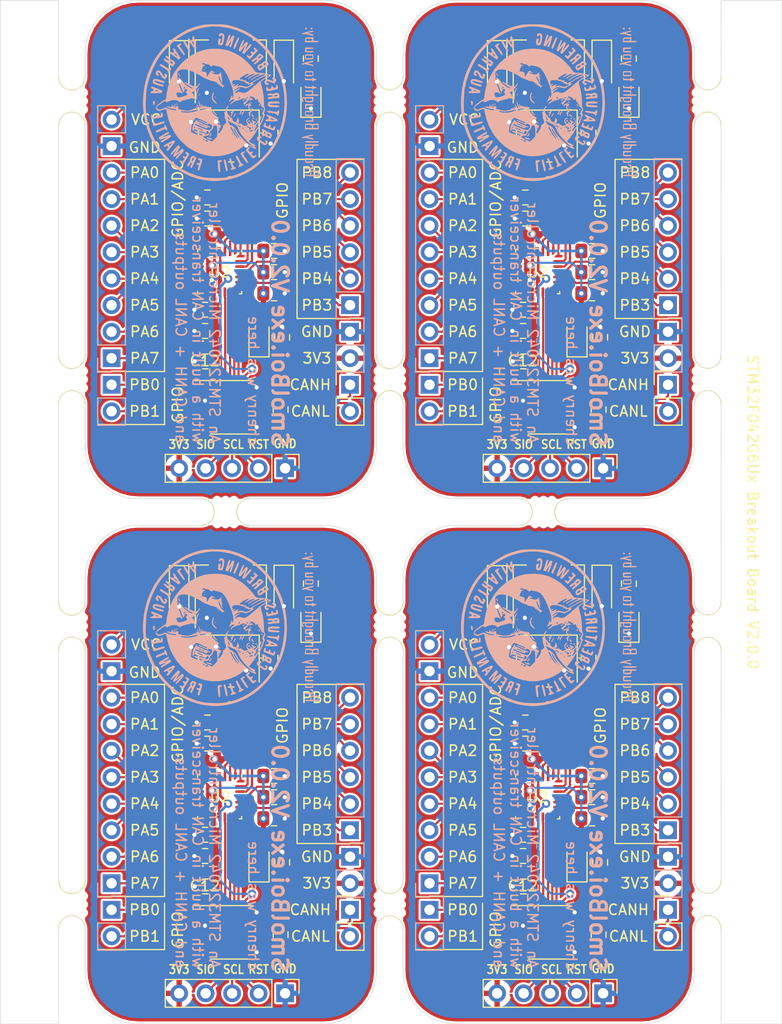
<source format=kicad_pcb>
(kicad_pcb (version 20171130) (host pcbnew "(5.1.6)-1")
  (layers (0 F.Cu signal) (31 B.Cu signal) (34 B.Paste user) (35 F.Paste user) (36 B.SilkS user) (37 F.SilkS user) (38 B.Mask user hide) (39 F.Mask user hide) (44 Edge.Cuts user))
  (net 0 "")
  (net 1 GND)
  (net 2 +3V3)
  (net 3 "Net-(C3-Pad1)")
  (net 4 VCC)
  (net 5 /STATUS_LED)
  (net 6 "Net-(D1-Pad1)")
  (net 7 "Net-(D2-Pad2)")
  (net 8 /NRST)
  (net 9 /SWDIO)
  (net 10 /SWCLK)
  (net 11 /OSC_P)
  (net 12 /OSC_N)
  (net 13 /CAN_TX)
  (net 14 /CAN_RX)
  (net 15 /PA0)
  (net 16 /PA1)
  (net 17 /PA2)
  (net 18 /PA3)
  (net 19 /PA4)
  (net 20 /PA5)
  (net 21 /PA6)
  (net 22 /PA7)
  (net 23 /PB1)
  (net 24 /PB0)
  (net 25 /PB8)
  (net 26 /PB7)
  (net 27 /PB6)
  (net 28 /PB5)
  (net 29 /PB4)
  (net 30 /PB3)
  (net 31 /CAN_N)
  (net 32 /CAN_P)
  (module Panelization:mouse-bite-2.54mm-slot (layer F.Cu) (at 124.46 135.382 90)
    (fp_text reference mouse-bite-2.54mm-slot hide)
    (fp_text value VAL** hide)
    (pad "" np_thru_hole circle (at 0 -1.1 90) (size 0.5 0.5) (drill 0.5) (layers *.Cu *.Mask))
    (pad "" np_thru_hole circle (at 0 1.1 90) (size 0.5 0.5) (drill 0.5) (layers *.Cu *.Mask))
    (pad "" np_thru_hole circle (at 0.8 -1.1 90) (size 0.5 0.5) (drill 0.5) (layers *.Cu *.Mask))
    (pad "" np_thru_hole circle (at -0.8 -1.1 90) (size 0.5 0.5) (drill 0.5) (layers *.Cu *.Mask))
    (pad "" np_thru_hole circle (at -0.8 1.1 90) (size 0.5 0.5) (drill 0.5) (layers *.Cu *.Mask))
    (pad "" np_thru_hole circle (at 0.8 1.1 90) (size 0.5 0.5) (drill 0.5) (layers *.Cu *.Mask))
  )
  (module Panelization:mouse-bite-2.54mm-slot (layer F.Cu) (at 124.46 85.09 90)
    (fp_text reference mouse-bite-2.54mm-slot hide)
    (fp_text value VAL** hide)
    (pad "" np_thru_hole circle (at 0 -1.1 90) (size 0.5 0.5) (drill 0.5) (layers *.Cu *.Mask))
    (pad "" np_thru_hole circle (at 0 1.1 90) (size 0.5 0.5) (drill 0.5) (layers *.Cu *.Mask))
    (pad "" np_thru_hole circle (at 0.8 -1.1 90) (size 0.5 0.5) (drill 0.5) (layers *.Cu *.Mask))
    (pad "" np_thru_hole circle (at -0.8 -1.1 90) (size 0.5 0.5) (drill 0.5) (layers *.Cu *.Mask))
    (pad "" np_thru_hole circle (at -0.8 1.1 90) (size 0.5 0.5) (drill 0.5) (layers *.Cu *.Mask))
    (pad "" np_thru_hole circle (at 0.8 1.1 90) (size 0.5 0.5) (drill 0.5) (layers *.Cu *.Mask))
  )
  (module Panelization:mouse-bite-2.54mm-slot (layer F.Cu) (at 124.46 108.712 90)
    (fp_text reference mouse-bite-2.54mm-slot hide)
    (fp_text value VAL** hide)
    (pad "" np_thru_hole circle (at 0.8 1.1 90) (size 0.5 0.5) (drill 0.5) (layers *.Cu *.Mask))
    (pad "" np_thru_hole circle (at -0.8 1.1 90) (size 0.5 0.5) (drill 0.5) (layers *.Cu *.Mask))
    (pad "" np_thru_hole circle (at -0.8 -1.1 90) (size 0.5 0.5) (drill 0.5) (layers *.Cu *.Mask))
    (pad "" np_thru_hole circle (at 0.8 -1.1 90) (size 0.5 0.5) (drill 0.5) (layers *.Cu *.Mask))
    (pad "" np_thru_hole circle (at 0 1.1 90) (size 0.5 0.5) (drill 0.5) (layers *.Cu *.Mask))
    (pad "" np_thru_hole circle (at 0 -1.1 90) (size 0.5 0.5) (drill 0.5) (layers *.Cu *.Mask))
  )
  (module Panelization:mouse-bite-2.54mm-slot (layer F.Cu) (at 124.46 58.42 90)
    (fp_text reference mouse-bite-2.54mm-slot hide)
    (fp_text value VAL** hide)
    (pad "" np_thru_hole circle (at 0.8 1.1 90) (size 0.5 0.5) (drill 0.5) (layers *.Cu *.Mask))
    (pad "" np_thru_hole circle (at -0.8 1.1 90) (size 0.5 0.5) (drill 0.5) (layers *.Cu *.Mask))
    (pad "" np_thru_hole circle (at -0.8 -1.1 90) (size 0.5 0.5) (drill 0.5) (layers *.Cu *.Mask))
    (pad "" np_thru_hole circle (at 0.8 -1.1 90) (size 0.5 0.5) (drill 0.5) (layers *.Cu *.Mask))
    (pad "" np_thru_hole circle (at 0 1.1 90) (size 0.5 0.5) (drill 0.5) (layers *.Cu *.Mask))
    (pad "" np_thru_hole circle (at 0 -1.1 90) (size 0.5 0.5) (drill 0.5) (layers *.Cu *.Mask))
  )
  (module Panelization:mouse-bite-2.54mm-slot (layer F.Cu) (at 185.42 58.42 90)
    (fp_text reference mouse-bite-2.54mm-slot hide)
    (fp_text value VAL** hide)
    (pad "" np_thru_hole circle (at 0 -1.1 90) (size 0.5 0.5) (drill 0.5) (layers *.Cu *.Mask))
    (pad "" np_thru_hole circle (at 0 1.1 90) (size 0.5 0.5) (drill 0.5) (layers *.Cu *.Mask))
    (pad "" np_thru_hole circle (at 0.8 -1.1 90) (size 0.5 0.5) (drill 0.5) (layers *.Cu *.Mask))
    (pad "" np_thru_hole circle (at -0.8 -1.1 90) (size 0.5 0.5) (drill 0.5) (layers *.Cu *.Mask))
    (pad "" np_thru_hole circle (at -0.8 1.1 90) (size 0.5 0.5) (drill 0.5) (layers *.Cu *.Mask))
    (pad "" np_thru_hole circle (at 0.8 1.1 90) (size 0.5 0.5) (drill 0.5) (layers *.Cu *.Mask))
  )
  (module Panelization:mouse-bite-2.54mm-slot (layer F.Cu) (at 185.42 108.712 90)
    (fp_text reference mouse-bite-2.54mm-slot hide)
    (fp_text value VAL** hide)
    (pad "" np_thru_hole circle (at 0 -1.1 90) (size 0.5 0.5) (drill 0.5) (layers *.Cu *.Mask))
    (pad "" np_thru_hole circle (at 0 1.1 90) (size 0.5 0.5) (drill 0.5) (layers *.Cu *.Mask))
    (pad "" np_thru_hole circle (at 0.8 -1.1 90) (size 0.5 0.5) (drill 0.5) (layers *.Cu *.Mask))
    (pad "" np_thru_hole circle (at -0.8 -1.1 90) (size 0.5 0.5) (drill 0.5) (layers *.Cu *.Mask))
    (pad "" np_thru_hole circle (at -0.8 1.1 90) (size 0.5 0.5) (drill 0.5) (layers *.Cu *.Mask))
    (pad "" np_thru_hole circle (at 0.8 1.1 90) (size 0.5 0.5) (drill 0.5) (layers *.Cu *.Mask))
  )
  (module Panelization:mouse-bite-2.54mm-slot (layer F.Cu) (at 185.42 85.09 90)
    (fp_text reference mouse-bite-2.54mm-slot hide)
    (fp_text value VAL** hide)
    (pad "" np_thru_hole circle (at 0.8 1.1 90) (size 0.5 0.5) (drill 0.5) (layers *.Cu *.Mask))
    (pad "" np_thru_hole circle (at -0.8 1.1 90) (size 0.5 0.5) (drill 0.5) (layers *.Cu *.Mask))
    (pad "" np_thru_hole circle (at -0.8 -1.1 90) (size 0.5 0.5) (drill 0.5) (layers *.Cu *.Mask))
    (pad "" np_thru_hole circle (at 0.8 -1.1 90) (size 0.5 0.5) (drill 0.5) (layers *.Cu *.Mask))
    (pad "" np_thru_hole circle (at 0 1.1 90) (size 0.5 0.5) (drill 0.5) (layers *.Cu *.Mask))
    (pad "" np_thru_hole circle (at 0 -1.1 90) (size 0.5 0.5) (drill 0.5) (layers *.Cu *.Mask))
  )
  (module Panelization:mouse-bite-2.54mm-slot (layer F.Cu) (at 185.42 135.382 90)
    (fp_text reference mouse-bite-2.54mm-slot hide)
    (fp_text value VAL** hide)
    (pad "" np_thru_hole circle (at 0.8 1.1 90) (size 0.5 0.5) (drill 0.5) (layers *.Cu *.Mask))
    (pad "" np_thru_hole circle (at -0.8 1.1 90) (size 0.5 0.5) (drill 0.5) (layers *.Cu *.Mask))
    (pad "" np_thru_hole circle (at -0.8 -1.1 90) (size 0.5 0.5) (drill 0.5) (layers *.Cu *.Mask))
    (pad "" np_thru_hole circle (at 0.8 -1.1 90) (size 0.5 0.5) (drill 0.5) (layers *.Cu *.Mask))
    (pad "" np_thru_hole circle (at 0 1.1 90) (size 0.5 0.5) (drill 0.5) (layers *.Cu *.Mask))
    (pad "" np_thru_hole circle (at 0 -1.1 90) (size 0.5 0.5) (drill 0.5) (layers *.Cu *.Mask))
  )
  (module Panelization:mouse-bite-2.54mm-slot (layer F.Cu) (at 154.94 135.382 90)
    (fp_text reference mouse-bite-2.54mm-slot hide)
    (fp_text value VAL** hide)
    (pad "" np_thru_hole circle (at 0.8 1.1 90) (size 0.5 0.5) (drill 0.5) (layers *.Cu *.Mask))
    (pad "" np_thru_hole circle (at -0.8 1.1 90) (size 0.5 0.5) (drill 0.5) (layers *.Cu *.Mask))
    (pad "" np_thru_hole circle (at -0.8 -1.1 90) (size 0.5 0.5) (drill 0.5) (layers *.Cu *.Mask))
    (pad "" np_thru_hole circle (at 0.8 -1.1 90) (size 0.5 0.5) (drill 0.5) (layers *.Cu *.Mask))
    (pad "" np_thru_hole circle (at 0 1.1 90) (size 0.5 0.5) (drill 0.5) (layers *.Cu *.Mask))
    (pad "" np_thru_hole circle (at 0 -1.1 90) (size 0.5 0.5) (drill 0.5) (layers *.Cu *.Mask))
  )
  (module Panelization:mouse-bite-2.54mm-slot (layer F.Cu) (at 154.94 108.712 90)
    (fp_text reference mouse-bite-2.54mm-slot hide)
    (fp_text value VAL** hide)
    (pad "" np_thru_hole circle (at 0 -1.1 90) (size 0.5 0.5) (drill 0.5) (layers *.Cu *.Mask))
    (pad "" np_thru_hole circle (at 0 1.1 90) (size 0.5 0.5) (drill 0.5) (layers *.Cu *.Mask))
    (pad "" np_thru_hole circle (at 0.8 -1.1 90) (size 0.5 0.5) (drill 0.5) (layers *.Cu *.Mask))
    (pad "" np_thru_hole circle (at -0.8 -1.1 90) (size 0.5 0.5) (drill 0.5) (layers *.Cu *.Mask))
    (pad "" np_thru_hole circle (at -0.8 1.1 90) (size 0.5 0.5) (drill 0.5) (layers *.Cu *.Mask))
    (pad "" np_thru_hole circle (at 0.8 1.1 90) (size 0.5 0.5) (drill 0.5) (layers *.Cu *.Mask))
  )
  (module Panelization:mouse-bite-2.54mm-slot (layer F.Cu) (at 169.672 97.79 180)
    (fp_text reference mouse-bite-2.54mm-slot hide)
    (fp_text value VAL** hide)
    (pad "" np_thru_hole circle (at 0 -1.1 180) (size 0.5 0.5) (drill 0.5) (layers *.Cu *.Mask))
    (pad "" np_thru_hole circle (at 0 1.1 180) (size 0.5 0.5) (drill 0.5) (layers *.Cu *.Mask))
    (pad "" np_thru_hole circle (at 0.8 -1.1 180) (size 0.5 0.5) (drill 0.5) (layers *.Cu *.Mask))
    (pad "" np_thru_hole circle (at -0.8 -1.1 180) (size 0.5 0.5) (drill 0.5) (layers *.Cu *.Mask))
    (pad "" np_thru_hole circle (at -0.8 1.1 180) (size 0.5 0.5) (drill 0.5) (layers *.Cu *.Mask))
    (pad "" np_thru_hole circle (at 0.8 1.1 180) (size 0.5 0.5) (drill 0.5) (layers *.Cu *.Mask))
  )
  (module Connector_PinHeader_2.54mm:PinHeader_1x05_P2.54mm_Vertical (layer F.Cu) (at 175.387 143.891 270)
    (fp_text reference J1 hide)
    (fp_text value Conn_01x05_Male)
    (pad 1 thru_hole rect (at 0 0 270) (size 1.7 1.7) (drill 1) (layers *.Cu *.Mask) (net 1 GND))
    (pad 2 thru_hole oval (at 0 2.54 270) (size 1.7 1.7) (drill 1) (layers *.Cu *.Mask) (net 8 /NRST))
    (pad 3 thru_hole oval (at 0 5.08 270) (size 1.7 1.7) (drill 1) (layers *.Cu *.Mask) (net 10 /SWCLK))
    (pad 4 thru_hole oval (at 0 7.62 270) (size 1.7 1.7) (drill 1) (layers *.Cu *.Mask) (net 9 /SWDIO))
    (pad 5 thru_hole oval (at 0 10.16 270) (size 1.7 1.7) (drill 1) (layers *.Cu *.Mask) (net 2 +3V3))
  )
  (module Connector_PinHeader_2.54mm:PinHeader_1x05_P2.54mm_Vertical (layer F.Cu) (at 144.907 143.891 270)
    (fp_text reference J1 hide)
    (fp_text value Conn_01x05_Male)
    (pad 1 thru_hole rect (at 0 0 270) (size 1.7 1.7) (drill 1) (layers *.Cu *.Mask) (net 1 GND))
    (pad 2 thru_hole oval (at 0 2.54 270) (size 1.7 1.7) (drill 1) (layers *.Cu *.Mask) (net 8 /NRST))
    (pad 3 thru_hole oval (at 0 5.08 270) (size 1.7 1.7) (drill 1) (layers *.Cu *.Mask) (net 10 /SWCLK))
    (pad 4 thru_hole oval (at 0 7.62 270) (size 1.7 1.7) (drill 1) (layers *.Cu *.Mask) (net 9 /SWDIO))
    (pad 5 thru_hole oval (at 0 10.16 270) (size 1.7 1.7) (drill 1) (layers *.Cu *.Mask) (net 2 +3V3))
  )
  (module Connector_PinHeader_2.54mm:PinHeader_1x05_P2.54mm_Vertical (layer F.Cu) (at 175.387 93.599 270)
    (fp_text reference J1 hide)
    (fp_text value Conn_01x05_Male)
    (pad 1 thru_hole rect (at 0 0 270) (size 1.7 1.7) (drill 1) (layers *.Cu *.Mask) (net 1 GND))
    (pad 2 thru_hole oval (at 0 2.54 270) (size 1.7 1.7) (drill 1) (layers *.Cu *.Mask) (net 8 /NRST))
    (pad 3 thru_hole oval (at 0 5.08 270) (size 1.7 1.7) (drill 1) (layers *.Cu *.Mask) (net 10 /SWCLK))
    (pad 4 thru_hole oval (at 0 7.62 270) (size 1.7 1.7) (drill 1) (layers *.Cu *.Mask) (net 9 /SWDIO))
    (pad 5 thru_hole oval (at 0 10.16 270) (size 1.7 1.7) (drill 1) (layers *.Cu *.Mask) (net 2 +3V3))
  )
  (module Connector_PinHeader_2.54mm:PinHeader_1x02_P2.54mm_Vertical (layer B.Cu) (at 181.61 130.81 180)
    (fp_text reference J2 hide)
    (fp_text value Conn_01x02_Male)
    (pad 1 thru_hole rect (at 0 0 180) (size 1.7 1.7) (drill 1) (layers *.Cu *.Mask) (net 1 GND))
    (pad 2 thru_hole oval (at 0 -2.54 180) (size 1.7 1.7) (drill 1) (layers *.Cu *.Mask) (net 2 +3V3))
  )
  (module Connector_PinHeader_2.54mm:PinHeader_1x02_P2.54mm_Vertical (layer B.Cu) (at 151.13 130.81 180)
    (fp_text reference J2 hide)
    (fp_text value Conn_01x02_Male)
    (pad 1 thru_hole rect (at 0 0 180) (size 1.7 1.7) (drill 1) (layers *.Cu *.Mask) (net 1 GND))
    (pad 2 thru_hole oval (at 0 -2.54 180) (size 1.7 1.7) (drill 1) (layers *.Cu *.Mask) (net 2 +3V3))
  )
  (module Connector_PinHeader_2.54mm:PinHeader_1x02_P2.54mm_Vertical (layer B.Cu) (at 181.61 80.518 180)
    (fp_text reference J2 hide)
    (fp_text value Conn_01x02_Male)
    (pad 1 thru_hole rect (at 0 0 180) (size 1.7 1.7) (drill 1) (layers *.Cu *.Mask) (net 1 GND))
    (pad 2 thru_hole oval (at 0 -2.54 180) (size 1.7 1.7) (drill 1) (layers *.Cu *.Mask) (net 2 +3V3))
  )
  (module Connector_PinHeader_2.54mm:PinHeader_1x02_P2.54mm_Vertical (layer B.Cu) (at 158.75 113.03)
    (fp_text reference J7 hide)
    (fp_text value Conn_01x02_Male)
    (pad 1 thru_hole rect (at 0 0) (size 1.7 1.7) (drill 1) (layers *.Cu *.Mask) (net 1 GND))
    (pad 2 thru_hole oval (at 0 -2.54) (size 1.7 1.7) (drill 1) (layers *.Cu *.Mask) (net 4 VCC))
  )
  (module Connector_PinHeader_2.54mm:PinHeader_1x02_P2.54mm_Vertical (layer B.Cu) (at 128.27 113.03)
    (fp_text reference J7 hide)
    (fp_text value Conn_01x02_Male)
    (pad 1 thru_hole rect (at 0 0) (size 1.7 1.7) (drill 1) (layers *.Cu *.Mask) (net 1 GND))
    (pad 2 thru_hole oval (at 0 -2.54) (size 1.7 1.7) (drill 1) (layers *.Cu *.Mask) (net 4 VCC))
  )
  (module Connector_PinHeader_2.54mm:PinHeader_1x02_P2.54mm_Vertical (layer B.Cu) (at 158.75 62.738)
    (fp_text reference J7 hide)
    (fp_text value Conn_01x02_Male)
    (pad 1 thru_hole rect (at 0 0) (size 1.7 1.7) (drill 1) (layers *.Cu *.Mask) (net 1 GND))
    (pad 2 thru_hole oval (at 0 -2.54) (size 1.7 1.7) (drill 1) (layers *.Cu *.Mask) (net 4 VCC))
  )
  (module memes:little_creatures (layer B.Cu) (at 170.307 108.966 90)
    (fp_text reference G*** hide)
    (fp_text value LOGO hide)
  )
  (module memes:little_creatures (layer B.Cu) (at 139.827 108.966 90)
    (fp_text reference G*** hide)
    (fp_text value LOGO hide)
  )
  (module memes:little_creatures (layer B.Cu) (at 170.307 58.674 90)
    (fp_text reference G*** hide)
    (fp_text value LOGO hide)
  )
  (module Resistor_SMD:R_0805_2012Metric_Pad1.15x1.40mm_HandSolder (layer F.Cu) (at 174.9552 138.2686 90)
    (fp_text reference R4 hide)
    (fp_text value 120R)
    (pad 1 smd roundrect (at -1.025 0 90) (size 1.15 1.4) (layers F.Cu F.Paste F.Mask) (roundrect_rratio 0.217391) (net 31 /CAN_N))
    (pad 2 smd roundrect (at 1.025 0 90) (size 1.15 1.4) (layers F.Cu F.Paste F.Mask) (roundrect_rratio 0.217391) (net 32 /CAN_P))
  )
  (module Resistor_SMD:R_0805_2012Metric_Pad1.15x1.40mm_HandSolder (layer F.Cu) (at 144.4752 138.2686 90)
    (fp_text reference R4 hide)
    (fp_text value 120R)
    (pad 1 smd roundrect (at -1.025 0 90) (size 1.15 1.4) (layers F.Cu F.Paste F.Mask) (roundrect_rratio 0.217391) (net 31 /CAN_N))
    (pad 2 smd roundrect (at 1.025 0 90) (size 1.15 1.4) (layers F.Cu F.Paste F.Mask) (roundrect_rratio 0.217391) (net 32 /CAN_P))
  )
  (module Resistor_SMD:R_0805_2012Metric_Pad1.15x1.40mm_HandSolder (layer F.Cu) (at 174.9552 87.9766 90)
    (fp_text reference R4 hide)
    (fp_text value 120R)
    (pad 1 smd roundrect (at -1.025 0 90) (size 1.15 1.4) (layers F.Cu F.Paste F.Mask) (roundrect_rratio 0.217391) (net 31 /CAN_N))
    (pad 2 smd roundrect (at 1.025 0 90) (size 1.15 1.4) (layers F.Cu F.Paste F.Mask) (roundrect_rratio 0.217391) (net 32 /CAN_P))
  )
  (module Capacitor_SMD:C_0805_2012Metric_Pad1.15x1.40mm_HandSolder (layer F.Cu) (at 167.7416 133.6548 180)
    (fp_text reference C12 (at 0.059799 0.0508) (layer F.SilkS))
    (fp_text value 1uF)
    (pad 1 smd roundrect (at -1.025 0 180) (size 1.15 1.4) (layers F.Cu F.Paste F.Mask) (roundrect_rratio 0.217391) (net 2 +3V3))
    (pad 2 smd roundrect (at 1.025 0 180) (size 1.15 1.4) (layers F.Cu F.Paste F.Mask) (roundrect_rratio 0.217391) (net 1 GND))
  )
  (module Capacitor_SMD:C_0805_2012Metric_Pad1.15x1.40mm_HandSolder (layer F.Cu) (at 137.2616 133.6548 180)
    (fp_text reference C12 (at 0.059799 0.0508) (layer F.SilkS))
    (fp_text value 1uF)
    (pad 1 smd roundrect (at -1.025 0 180) (size 1.15 1.4) (layers F.Cu F.Paste F.Mask) (roundrect_rratio 0.217391) (net 2 +3V3))
    (pad 2 smd roundrect (at 1.025 0 180) (size 1.15 1.4) (layers F.Cu F.Paste F.Mask) (roundrect_rratio 0.217391) (net 1 GND))
  )
  (module Capacitor_SMD:C_0805_2012Metric_Pad1.15x1.40mm_HandSolder (layer F.Cu) (at 167.7416 83.3628 180)
    (fp_text reference C12 (at 0.059799 0.0508) (layer F.SilkS))
    (fp_text value 1uF)
    (pad 1 smd roundrect (at -1.025 0 180) (size 1.15 1.4) (layers F.Cu F.Paste F.Mask) (roundrect_rratio 0.217391) (net 2 +3V3))
    (pad 2 smd roundrect (at 1.025 0 180) (size 1.15 1.4) (layers F.Cu F.Paste F.Mask) (roundrect_rratio 0.217391) (net 1 GND))
  )
  (module Connector_PinHeader_2.54mm:PinHeader_1x08_P2.54mm_Vertical (layer B.Cu) (at 158.75 133.35)
    (fp_text reference J3 hide)
    (fp_text value Conn_01x08_Male)
    (pad 1 thru_hole rect (at 0 0) (size 1.7 1.7) (drill 1) (layers *.Cu *.Mask) (net 22 /PA7))
    (pad 2 thru_hole oval (at 0 -2.54) (size 1.7 1.7) (drill 1) (layers *.Cu *.Mask) (net 21 /PA6))
    (pad 3 thru_hole oval (at 0 -5.08) (size 1.7 1.7) (drill 1) (layers *.Cu *.Mask) (net 20 /PA5))
    (pad 4 thru_hole oval (at 0 -7.62) (size 1.7 1.7) (drill 1) (layers *.Cu *.Mask) (net 19 /PA4))
    (pad 5 thru_hole oval (at 0 -10.16) (size 1.7 1.7) (drill 1) (layers *.Cu *.Mask) (net 18 /PA3))
    (pad 6 thru_hole oval (at 0 -12.7) (size 1.7 1.7) (drill 1) (layers *.Cu *.Mask) (net 17 /PA2))
    (pad 7 thru_hole oval (at 0 -15.24) (size 1.7 1.7) (drill 1) (layers *.Cu *.Mask) (net 16 /PA1))
    (pad 8 thru_hole oval (at 0 -17.78) (size 1.7 1.7) (drill 1) (layers *.Cu *.Mask) (net 15 /PA0))
  )
  (module Connector_PinHeader_2.54mm:PinHeader_1x08_P2.54mm_Vertical (layer B.Cu) (at 128.27 133.35)
    (fp_text reference J3 hide)
    (fp_text value Conn_01x08_Male)
    (pad 1 thru_hole rect (at 0 0) (size 1.7 1.7) (drill 1) (layers *.Cu *.Mask) (net 22 /PA7))
    (pad 2 thru_hole oval (at 0 -2.54) (size 1.7 1.7) (drill 1) (layers *.Cu *.Mask) (net 21 /PA6))
    (pad 3 thru_hole oval (at 0 -5.08) (size 1.7 1.7) (drill 1) (layers *.Cu *.Mask) (net 20 /PA5))
    (pad 4 thru_hole oval (at 0 -7.62) (size 1.7 1.7) (drill 1) (layers *.Cu *.Mask) (net 19 /PA4))
    (pad 5 thru_hole oval (at 0 -10.16) (size 1.7 1.7) (drill 1) (layers *.Cu *.Mask) (net 18 /PA3))
    (pad 6 thru_hole oval (at 0 -12.7) (size 1.7 1.7) (drill 1) (layers *.Cu *.Mask) (net 17 /PA2))
    (pad 7 thru_hole oval (at 0 -15.24) (size 1.7 1.7) (drill 1) (layers *.Cu *.Mask) (net 16 /PA1))
    (pad 8 thru_hole oval (at 0 -17.78) (size 1.7 1.7) (drill 1) (layers *.Cu *.Mask) (net 15 /PA0))
  )
  (module Connector_PinHeader_2.54mm:PinHeader_1x08_P2.54mm_Vertical (layer B.Cu) (at 158.75 83.058)
    (fp_text reference J3 hide)
    (fp_text value Conn_01x08_Male)
    (pad 1 thru_hole rect (at 0 0) (size 1.7 1.7) (drill 1) (layers *.Cu *.Mask) (net 22 /PA7))
    (pad 2 thru_hole oval (at 0 -2.54) (size 1.7 1.7) (drill 1) (layers *.Cu *.Mask) (net 21 /PA6))
    (pad 3 thru_hole oval (at 0 -5.08) (size 1.7 1.7) (drill 1) (layers *.Cu *.Mask) (net 20 /PA5))
    (pad 4 thru_hole oval (at 0 -7.62) (size 1.7 1.7) (drill 1) (layers *.Cu *.Mask) (net 19 /PA4))
    (pad 5 thru_hole oval (at 0 -10.16) (size 1.7 1.7) (drill 1) (layers *.Cu *.Mask) (net 18 /PA3))
    (pad 6 thru_hole oval (at 0 -12.7) (size 1.7 1.7) (drill 1) (layers *.Cu *.Mask) (net 17 /PA2))
    (pad 7 thru_hole oval (at 0 -15.24) (size 1.7 1.7) (drill 1) (layers *.Cu *.Mask) (net 16 /PA1))
    (pad 8 thru_hole oval (at 0 -17.78) (size 1.7 1.7) (drill 1) (layers *.Cu *.Mask) (net 15 /PA0))
  )
  (module Connector_PinHeader_2.54mm:PinHeader_1x06_P2.54mm_Vertical (layer B.Cu) (at 181.61 128.27)
    (fp_text reference J6 hide)
    (fp_text value Conn_01x06_Male)
    (pad 1 thru_hole rect (at 0 0) (size 1.7 1.7) (drill 1) (layers *.Cu *.Mask) (net 30 /PB3))
    (pad 2 thru_hole oval (at 0 -2.54) (size 1.7 1.7) (drill 1) (layers *.Cu *.Mask) (net 29 /PB4))
    (pad 3 thru_hole oval (at 0 -5.08) (size 1.7 1.7) (drill 1) (layers *.Cu *.Mask) (net 28 /PB5))
    (pad 4 thru_hole oval (at 0 -7.62) (size 1.7 1.7) (drill 1) (layers *.Cu *.Mask) (net 27 /PB6))
    (pad 5 thru_hole oval (at 0 -10.16) (size 1.7 1.7) (drill 1) (layers *.Cu *.Mask) (net 26 /PB7))
    (pad 6 thru_hole oval (at 0 -12.7) (size 1.7 1.7) (drill 1) (layers *.Cu *.Mask) (net 25 /PB8))
  )
  (module Connector_PinHeader_2.54mm:PinHeader_1x06_P2.54mm_Vertical (layer B.Cu) (at 151.13 128.27)
    (fp_text reference J6 hide)
    (fp_text value Conn_01x06_Male)
    (pad 1 thru_hole rect (at 0 0) (size 1.7 1.7) (drill 1) (layers *.Cu *.Mask) (net 30 /PB3))
    (pad 2 thru_hole oval (at 0 -2.54) (size 1.7 1.7) (drill 1) (layers *.Cu *.Mask) (net 29 /PB4))
    (pad 3 thru_hole oval (at 0 -5.08) (size 1.7 1.7) (drill 1) (layers *.Cu *.Mask) (net 28 /PB5))
    (pad 4 thru_hole oval (at 0 -7.62) (size 1.7 1.7) (drill 1) (layers *.Cu *.Mask) (net 27 /PB6))
    (pad 5 thru_hole oval (at 0 -10.16) (size 1.7 1.7) (drill 1) (layers *.Cu *.Mask) (net 26 /PB7))
    (pad 6 thru_hole oval (at 0 -12.7) (size 1.7 1.7) (drill 1) (layers *.Cu *.Mask) (net 25 /PB8))
  )
  (module Connector_PinHeader_2.54mm:PinHeader_1x06_P2.54mm_Vertical (layer B.Cu) (at 181.61 77.978)
    (fp_text reference J6 hide)
    (fp_text value Conn_01x06_Male)
    (pad 1 thru_hole rect (at 0 0) (size 1.7 1.7) (drill 1) (layers *.Cu *.Mask) (net 30 /PB3))
    (pad 2 thru_hole oval (at 0 -2.54) (size 1.7 1.7) (drill 1) (layers *.Cu *.Mask) (net 29 /PB4))
    (pad 3 thru_hole oval (at 0 -5.08) (size 1.7 1.7) (drill 1) (layers *.Cu *.Mask) (net 28 /PB5))
    (pad 4 thru_hole oval (at 0 -7.62) (size 1.7 1.7) (drill 1) (layers *.Cu *.Mask) (net 27 /PB6))
    (pad 5 thru_hole oval (at 0 -10.16) (size 1.7 1.7) (drill 1) (layers *.Cu *.Mask) (net 26 /PB7))
    (pad 6 thru_hole oval (at 0 -12.7) (size 1.7 1.7) (drill 1) (layers *.Cu *.Mask) (net 25 /PB8))
  )
  (module Capacitor_SMD:C_0805_2012Metric_Pad1.15x1.40mm_HandSolder (layer F.Cu) (at 174.323806 123.07354)
    (fp_text reference C10 hide)
    (fp_text value 100nF)
    (pad 1 smd roundrect (at -1.025 0) (size 1.15 1.4) (layers F.Cu F.Paste F.Mask) (roundrect_rratio 0.217391) (net 2 +3V3))
    (pad 2 smd roundrect (at 1.025 0) (size 1.15 1.4) (layers F.Cu F.Paste F.Mask) (roundrect_rratio 0.217391) (net 1 GND))
  )
  (module Capacitor_SMD:C_0805_2012Metric_Pad1.15x1.40mm_HandSolder (layer F.Cu) (at 143.843806 123.07354)
    (fp_text reference C10 hide)
    (fp_text value 100nF)
    (pad 1 smd roundrect (at -1.025 0) (size 1.15 1.4) (layers F.Cu F.Paste F.Mask) (roundrect_rratio 0.217391) (net 2 +3V3))
    (pad 2 smd roundrect (at 1.025 0) (size 1.15 1.4) (layers F.Cu F.Paste F.Mask) (roundrect_rratio 0.217391) (net 1 GND))
  )
  (module Capacitor_SMD:C_0805_2012Metric_Pad1.15x1.40mm_HandSolder (layer F.Cu) (at 174.323806 72.78154)
    (fp_text reference C10 hide)
    (fp_text value 100nF)
    (pad 1 smd roundrect (at -1.025 0) (size 1.15 1.4) (layers F.Cu F.Paste F.Mask) (roundrect_rratio 0.217391) (net 2 +3V3))
    (pad 2 smd roundrect (at 1.025 0) (size 1.15 1.4) (layers F.Cu F.Paste F.Mask) (roundrect_rratio 0.217391) (net 1 GND))
  )
  (module Connector_PinHeader_2.54mm:PinHeader_1x02_P2.54mm_Vertical (layer B.Cu) (at 158.75 135.89 180)
    (fp_text reference J5 hide)
    (fp_text value Conn_01x02_Male)
    (pad 1 thru_hole rect (at 0 0 180) (size 1.7 1.7) (drill 1) (layers *.Cu *.Mask) (net 24 /PB0))
    (pad 2 thru_hole oval (at 0 -2.54 180) (size 1.7 1.7) (drill 1) (layers *.Cu *.Mask) (net 23 /PB1))
  )
  (module Connector_PinHeader_2.54mm:PinHeader_1x02_P2.54mm_Vertical (layer B.Cu) (at 128.27 135.89 180)
    (fp_text reference J5 hide)
    (fp_text value Conn_01x02_Male)
    (pad 1 thru_hole rect (at 0 0 180) (size 1.7 1.7) (drill 1) (layers *.Cu *.Mask) (net 24 /PB0))
    (pad 2 thru_hole oval (at 0 -2.54 180) (size 1.7 1.7) (drill 1) (layers *.Cu *.Mask) (net 23 /PB1))
  )
  (module Connector_PinHeader_2.54mm:PinHeader_1x02_P2.54mm_Vertical (layer B.Cu) (at 158.75 85.598 180)
    (fp_text reference J5 hide)
    (fp_text value Conn_01x02_Male)
    (pad 1 thru_hole rect (at 0 0 180) (size 1.7 1.7) (drill 1) (layers *.Cu *.Mask) (net 24 /PB0))
    (pad 2 thru_hole oval (at 0 -2.54 180) (size 1.7 1.7) (drill 1) (layers *.Cu *.Mask) (net 23 /PB1))
  )
  (module Connector_PinHeader_2.54mm:PinHeader_1x02_P2.54mm_Vertical (layer F.Cu) (at 181.61 135.89)
    (fp_text reference J4 hide)
    (fp_text value Conn_01x02_Male)
    (pad 1 thru_hole rect (at 0 0) (size 1.7 1.7) (drill 1) (layers *.Cu *.Mask) (net 32 /CAN_P))
    (pad 2 thru_hole oval (at 0 2.54) (size 1.7 1.7) (drill 1) (layers *.Cu *.Mask) (net 31 /CAN_N))
  )
  (module Connector_PinHeader_2.54mm:PinHeader_1x02_P2.54mm_Vertical (layer F.Cu) (at 151.13 135.89)
    (fp_text reference J4 hide)
    (fp_text value Conn_01x02_Male)
    (pad 1 thru_hole rect (at 0 0) (size 1.7 1.7) (drill 1) (layers *.Cu *.Mask) (net 32 /CAN_P))
    (pad 2 thru_hole oval (at 0 2.54) (size 1.7 1.7) (drill 1) (layers *.Cu *.Mask) (net 31 /CAN_N))
  )
  (module Connector_PinHeader_2.54mm:PinHeader_1x02_P2.54mm_Vertical (layer F.Cu) (at 181.61 85.598)
    (fp_text reference J4 hide)
    (fp_text value Conn_01x02_Male)
    (pad 1 thru_hole rect (at 0 0) (size 1.7 1.7) (drill 1) (layers *.Cu *.Mask) (net 32 /CAN_P))
    (pad 2 thru_hole oval (at 0 2.54) (size 1.7 1.7) (drill 1) (layers *.Cu *.Mask) (net 31 /CAN_N))
  )
  (module Package_SO:SOIC-8_3.9x4.9mm_P1.27mm (layer F.Cu) (at 170.18 138.049)
    (fp_text reference U3 hide)
    (fp_text value SN65HVD233)
    (pad 8 smd roundrect (at 2.475 -1.905) (size 1.95 0.6) (layers F.Cu F.Paste F.Mask) (net 1 GND))
    (pad 7 smd roundrect (at 2.475 -0.635) (size 1.95 0.6) (layers F.Cu F.Paste F.Mask) (net 32 /CAN_P))
    (pad 6 smd roundrect (at 2.475 0.635) (size 1.95 0.6) (layers F.Cu F.Paste F.Mask) (net 31 /CAN_N))
    (pad 5 smd roundrect (at 2.475 1.905) (size 1.95 0.6) (layers F.Cu F.Paste F.Mask) (net 1 GND))
    (pad 4 smd roundrect (at -2.475 1.905) (size 1.95 0.6) (layers F.Cu F.Paste F.Mask) (net 14 /CAN_RX))
    (pad 3 smd roundrect (at -2.475 0.635) (size 1.95 0.6) (layers F.Cu F.Paste F.Mask) (net 2 +3V3))
    (pad 2 smd roundrect (at -2.475 -0.635) (size 1.95 0.6) (layers F.Cu F.Paste F.Mask) (net 1 GND))
    (pad 1 smd roundrect (at -2.475 -1.905) (size 1.95 0.6) (layers F.Cu F.Paste F.Mask) (net 13 /CAN_TX))
  )
  (module Package_SO:SOIC-8_3.9x4.9mm_P1.27mm (layer F.Cu) (at 139.7 138.049)
    (fp_text reference U3 hide)
    (fp_text value SN65HVD233)
    (pad 8 smd roundrect (at 2.475 -1.905) (size 1.95 0.6) (layers F.Cu F.Paste F.Mask) (net 1 GND))
    (pad 7 smd roundrect (at 2.475 -0.635) (size 1.95 0.6) (layers F.Cu F.Paste F.Mask) (net 32 /CAN_P))
    (pad 6 smd roundrect (at 2.475 0.635) (size 1.95 0.6) (layers F.Cu F.Paste F.Mask) (net 31 /CAN_N))
    (pad 5 smd roundrect (at 2.475 1.905) (size 1.95 0.6) (layers F.Cu F.Paste F.Mask) (net 1 GND))
    (pad 4 smd roundrect (at -2.475 1.905) (size 1.95 0.6) (layers F.Cu F.Paste F.Mask) (net 14 /CAN_RX))
    (pad 3 smd roundrect (at -2.475 0.635) (size 1.95 0.6) (layers F.Cu F.Paste F.Mask) (net 2 +3V3))
    (pad 2 smd roundrect (at -2.475 -0.635) (size 1.95 0.6) (layers F.Cu F.Paste F.Mask) (net 1 GND))
    (pad 1 smd roundrect (at -2.475 -1.905) (size 1.95 0.6) (layers F.Cu F.Paste F.Mask) (net 13 /CAN_TX))
  )
  (module Package_SO:SOIC-8_3.9x4.9mm_P1.27mm (layer F.Cu) (at 170.18 87.757)
    (fp_text reference U3 hide)
    (fp_text value SN65HVD233)
    (pad 8 smd roundrect (at 2.475 -1.905) (size 1.95 0.6) (layers F.Cu F.Paste F.Mask) (net 1 GND))
    (pad 7 smd roundrect (at 2.475 -0.635) (size 1.95 0.6) (layers F.Cu F.Paste F.Mask) (net 32 /CAN_P))
    (pad 6 smd roundrect (at 2.475 0.635) (size 1.95 0.6) (layers F.Cu F.Paste F.Mask) (net 31 /CAN_N))
    (pad 5 smd roundrect (at 2.475 1.905) (size 1.95 0.6) (layers F.Cu F.Paste F.Mask) (net 1 GND))
    (pad 4 smd roundrect (at -2.475 1.905) (size 1.95 0.6) (layers F.Cu F.Paste F.Mask) (net 14 /CAN_RX))
    (pad 3 smd roundrect (at -2.475 0.635) (size 1.95 0.6) (layers F.Cu F.Paste F.Mask) (net 2 +3V3))
    (pad 2 smd roundrect (at -2.475 -0.635) (size 1.95 0.6) (layers F.Cu F.Paste F.Mask) (net 1 GND))
    (pad 1 smd roundrect (at -2.475 -1.905) (size 1.95 0.6) (layers F.Cu F.Paste F.Mask) (net 13 /CAN_TX))
  )
  (module Capacitor_SMD:C_0805_2012Metric_Pad1.15x1.40mm_HandSolder (layer F.Cu) (at 173.99 111.76 270)
    (fp_text reference C2 hide)
    (fp_text value 12pF)
    (pad 1 smd roundrect (at -1.025 0 270) (size 1.15 1.4) (layers F.Cu F.Paste F.Mask) (roundrect_rratio 0.217391) (net 11 /OSC_P))
    (pad 2 smd roundrect (at 1.025 0 270) (size 1.15 1.4) (layers F.Cu F.Paste F.Mask) (roundrect_rratio 0.217391) (net 1 GND))
  )
  (module Capacitor_SMD:C_0805_2012Metric_Pad1.15x1.40mm_HandSolder (layer F.Cu) (at 143.51 111.76 270)
    (fp_text reference C2 hide)
    (fp_text value 12pF)
    (pad 1 smd roundrect (at -1.025 0 270) (size 1.15 1.4) (layers F.Cu F.Paste F.Mask) (roundrect_rratio 0.217391) (net 11 /OSC_P))
    (pad 2 smd roundrect (at 1.025 0 270) (size 1.15 1.4) (layers F.Cu F.Paste F.Mask) (roundrect_rratio 0.217391) (net 1 GND))
  )
  (module Capacitor_SMD:C_0805_2012Metric_Pad1.15x1.40mm_HandSolder (layer F.Cu) (at 173.99 61.468 270)
    (fp_text reference C2 hide)
    (fp_text value 12pF)
    (pad 1 smd roundrect (at -1.025 0 270) (size 1.15 1.4) (layers F.Cu F.Paste F.Mask) (roundrect_rratio 0.217391) (net 11 /OSC_P))
    (pad 2 smd roundrect (at 1.025 0 270) (size 1.15 1.4) (layers F.Cu F.Paste F.Mask) (roundrect_rratio 0.217391) (net 1 GND))
  )
  (module Capacitor_SMD:C_0805_2012Metric_Pad1.15x1.40mm_HandSolder (layer F.Cu) (at 166.37 111.751 90)
    (fp_text reference C3 hide)
    (fp_text value 12pF)
    (pad 1 smd roundrect (at -1.025 0 90) (size 1.15 1.4) (layers F.Cu F.Paste F.Mask) (roundrect_rratio 0.217391) (net 3 "Net-(C3-Pad1)"))
    (pad 2 smd roundrect (at 1.025 0 90) (size 1.15 1.4) (layers F.Cu F.Paste F.Mask) (roundrect_rratio 0.217391) (net 1 GND))
  )
  (module Capacitor_SMD:C_0805_2012Metric_Pad1.15x1.40mm_HandSolder (layer F.Cu) (at 135.89 111.751 90)
    (fp_text reference C3 hide)
    (fp_text value 12pF)
    (pad 1 smd roundrect (at -1.025 0 90) (size 1.15 1.4) (layers F.Cu F.Paste F.Mask) (roundrect_rratio 0.217391) (net 3 "Net-(C3-Pad1)"))
    (pad 2 smd roundrect (at 1.025 0 90) (size 1.15 1.4) (layers F.Cu F.Paste F.Mask) (roundrect_rratio 0.217391) (net 1 GND))
  )
  (module Capacitor_SMD:C_0805_2012Metric_Pad1.15x1.40mm_HandSolder (layer F.Cu) (at 166.37 61.459 90)
    (fp_text reference C3 hide)
    (fp_text value 12pF)
    (pad 1 smd roundrect (at -1.025 0 90) (size 1.15 1.4) (layers F.Cu F.Paste F.Mask) (roundrect_rratio 0.217391) (net 3 "Net-(C3-Pad1)"))
    (pad 2 smd roundrect (at 1.025 0 90) (size 1.15 1.4) (layers F.Cu F.Paste F.Mask) (roundrect_rratio 0.217391) (net 1 GND))
  )
  (module Capacitor_Tantalum_SMD:CP_EIA-3216-18_Kemet-A_Pad1.58x1.35mm_HandSolder (layer F.Cu) (at 175.26 105.3695 270)
    (fp_text reference C4 hide)
    (fp_text value 10uF)
    (pad 1 smd roundrect (at -1.4375 0 270) (size 1.575 1.35) (layers F.Cu F.Paste F.Mask) (roundrect_rratio 0.185185) (net 4 VCC))
    (pad 2 smd roundrect (at 1.4375 0 270) (size 1.575 1.35) (layers F.Cu F.Paste F.Mask) (roundrect_rratio 0.185185) (net 1 GND))
  )
  (module Capacitor_Tantalum_SMD:CP_EIA-3216-18_Kemet-A_Pad1.58x1.35mm_HandSolder (layer F.Cu) (at 144.78 105.3695 270)
    (fp_text reference C4 hide)
    (fp_text value 10uF)
    (pad 1 smd roundrect (at -1.4375 0 270) (size 1.575 1.35) (layers F.Cu F.Paste F.Mask) (roundrect_rratio 0.185185) (net 4 VCC))
    (pad 2 smd roundrect (at 1.4375 0 270) (size 1.575 1.35) (layers F.Cu F.Paste F.Mask) (roundrect_rratio 0.185185) (net 1 GND))
  )
  (module Capacitor_Tantalum_SMD:CP_EIA-3216-18_Kemet-A_Pad1.58x1.35mm_HandSolder (layer F.Cu) (at 175.26 55.0775 270)
    (fp_text reference C4 hide)
    (fp_text value 10uF)
    (pad 1 smd roundrect (at -1.4375 0 270) (size 1.575 1.35) (layers F.Cu F.Paste F.Mask) (roundrect_rratio 0.185185) (net 4 VCC))
    (pad 2 smd roundrect (at 1.4375 0 270) (size 1.575 1.35) (layers F.Cu F.Paste F.Mask) (roundrect_rratio 0.185185) (net 1 GND))
  )
  (module Capacitor_SMD:C_0805_2012Metric_Pad1.15x1.40mm_HandSolder (layer F.Cu) (at 167.715289 128.70467 180)
    (fp_text reference C5 hide)
    (fp_text value 4.7uF)
    (pad 1 smd roundrect (at -1.025 0 180) (size 1.15 1.4) (layers F.Cu F.Paste F.Mask) (roundrect_rratio 0.217391) (net 2 +3V3))
    (pad 2 smd roundrect (at 1.025 0 180) (size 1.15 1.4) (layers F.Cu F.Paste F.Mask) (roundrect_rratio 0.217391) (net 1 GND))
  )
  (module Capacitor_SMD:C_0805_2012Metric_Pad1.15x1.40mm_HandSolder (layer F.Cu) (at 137.235289 128.70467 180)
    (fp_text reference C5 hide)
    (fp_text value 4.7uF)
    (pad 1 smd roundrect (at -1.025 0 180) (size 1.15 1.4) (layers F.Cu F.Paste F.Mask) (roundrect_rratio 0.217391) (net 2 +3V3))
    (pad 2 smd roundrect (at 1.025 0 180) (size 1.15 1.4) (layers F.Cu F.Paste F.Mask) (roundrect_rratio 0.217391) (net 1 GND))
  )
  (module Capacitor_SMD:C_0805_2012Metric_Pad1.15x1.40mm_HandSolder (layer F.Cu) (at 167.715289 78.41267 180)
    (fp_text reference C5 hide)
    (fp_text value 4.7uF)
    (pad 1 smd roundrect (at -1.025 0 180) (size 1.15 1.4) (layers F.Cu F.Paste F.Mask) (roundrect_rratio 0.217391) (net 2 +3V3))
    (pad 2 smd roundrect (at 1.025 0 180) (size 1.15 1.4) (layers F.Cu F.Paste F.Mask) (roundrect_rratio 0.217391) (net 1 GND))
  )
  (module Capacitor_SMD:C_0805_2012Metric_Pad1.15x1.40mm_HandSolder (layer F.Cu) (at 174.323806 127.13754)
    (fp_text reference C9 hide)
    (fp_text value 100nF)
    (pad 1 smd roundrect (at -1.025 0) (size 1.15 1.4) (layers F.Cu F.Paste F.Mask) (roundrect_rratio 0.217391) (net 2 +3V3))
    (pad 2 smd roundrect (at 1.025 0) (size 1.15 1.4) (layers F.Cu F.Paste F.Mask) (roundrect_rratio 0.217391) (net 1 GND))
  )
  (module Capacitor_SMD:C_0805_2012Metric_Pad1.15x1.40mm_HandSolder (layer F.Cu) (at 143.843806 127.13754)
    (fp_text reference C9 hide)
    (fp_text value 100nF)
    (pad 1 smd roundrect (at -1.025 0) (size 1.15 1.4) (layers F.Cu F.Paste F.Mask) (roundrect_rratio 0.217391) (net 2 +3V3))
    (pad 2 smd roundrect (at 1.025 0) (size 1.15 1.4) (layers F.Cu F.Paste F.Mask) (roundrect_rratio 0.217391) (net 1 GND))
  )
  (module Capacitor_SMD:C_0805_2012Metric_Pad1.15x1.40mm_HandSolder (layer F.Cu) (at 174.323806 76.84554)
    (fp_text reference C9 hide)
    (fp_text value 100nF)
    (pad 1 smd roundrect (at -1.025 0) (size 1.15 1.4) (layers F.Cu F.Paste F.Mask) (roundrect_rratio 0.217391) (net 2 +3V3))
    (pad 2 smd roundrect (at 1.025 0) (size 1.15 1.4) (layers F.Cu F.Paste F.Mask) (roundrect_rratio 0.217391) (net 1 GND))
  )
  (module Capacitor_SMD:C_0805_2012Metric_Pad1.15x1.40mm_HandSolder (layer F.Cu) (at 167.935941 117.950636 180)
    (fp_text reference C6 hide)
    (fp_text value 10nF)
    (pad 1 smd roundrect (at -1.025 0 180) (size 1.15 1.4) (layers F.Cu F.Paste F.Mask) (roundrect_rratio 0.217391) (net 2 +3V3))
    (pad 2 smd roundrect (at 1.025 0 180) (size 1.15 1.4) (layers F.Cu F.Paste F.Mask) (roundrect_rratio 0.217391) (net 1 GND))
  )
  (module Capacitor_SMD:C_0805_2012Metric_Pad1.15x1.40mm_HandSolder (layer F.Cu) (at 137.455941 117.950636 180)
    (fp_text reference C6 hide)
    (fp_text value 10nF)
    (pad 1 smd roundrect (at -1.025 0 180) (size 1.15 1.4) (layers F.Cu F.Paste F.Mask) (roundrect_rratio 0.217391) (net 2 +3V3))
    (pad 2 smd roundrect (at 1.025 0 180) (size 1.15 1.4) (layers F.Cu F.Paste F.Mask) (roundrect_rratio 0.217391) (net 1 GND))
  )
  (module Capacitor_SMD:C_0805_2012Metric_Pad1.15x1.40mm_HandSolder (layer F.Cu) (at 167.935941 67.658636 180)
    (fp_text reference C6 hide)
    (fp_text value 10nF)
    (pad 1 smd roundrect (at -1.025 0 180) (size 1.15 1.4) (layers F.Cu F.Paste F.Mask) (roundrect_rratio 0.217391) (net 2 +3V3))
    (pad 2 smd roundrect (at 1.025 0 180) (size 1.15 1.4) (layers F.Cu F.Paste F.Mask) (roundrect_rratio 0.217391) (net 1 GND))
  )
  (module Capacitor_SMD:C_0805_2012Metric_Pad1.15x1.40mm_HandSolder (layer F.Cu) (at 174.323806 125.10554)
    (fp_text reference C11 hide)
    (fp_text value 4.7uF)
    (pad 1 smd roundrect (at -1.025 0) (size 1.15 1.4) (layers F.Cu F.Paste F.Mask) (roundrect_rratio 0.217391) (net 2 +3V3))
    (pad 2 smd roundrect (at 1.025 0) (size 1.15 1.4) (layers F.Cu F.Paste F.Mask) (roundrect_rratio 0.217391) (net 1 GND))
  )
  (module Capacitor_SMD:C_0805_2012Metric_Pad1.15x1.40mm_HandSolder (layer F.Cu) (at 143.843806 125.10554)
    (fp_text reference C11 hide)
    (fp_text value 4.7uF)
    (pad 1 smd roundrect (at -1.025 0) (size 1.15 1.4) (layers F.Cu F.Paste F.Mask) (roundrect_rratio 0.217391) (net 2 +3V3))
    (pad 2 smd roundrect (at 1.025 0) (size 1.15 1.4) (layers F.Cu F.Paste F.Mask) (roundrect_rratio 0.217391) (net 1 GND))
  )
  (module Capacitor_SMD:C_0805_2012Metric_Pad1.15x1.40mm_HandSolder (layer F.Cu) (at 174.323806 74.81354)
    (fp_text reference C11 hide)
    (fp_text value 4.7uF)
    (pad 1 smd roundrect (at -1.025 0) (size 1.15 1.4) (layers F.Cu F.Paste F.Mask) (roundrect_rratio 0.217391) (net 2 +3V3))
    (pad 2 smd roundrect (at 1.025 0) (size 1.15 1.4) (layers F.Cu F.Paste F.Mask) (roundrect_rratio 0.217391) (net 1 GND))
  )
  (module Resistor_SMD:R_0805_2012Metric_Pad1.15x1.40mm_HandSolder (layer F.Cu) (at 175.105794 131.348905 270)
    (fp_text reference R1 hide)
    (fp_text value 47R)
    (pad 1 smd roundrect (at -1.025 0 270) (size 1.15 1.4) (layers F.Cu F.Paste F.Mask) (roundrect_rratio 0.217391) (net 1 GND))
    (pad 2 smd roundrect (at 1.025 0 270) (size 1.15 1.4) (layers F.Cu F.Paste F.Mask) (roundrect_rratio 0.217391) (net 6 "Net-(D1-Pad1)"))
  )
  (module Resistor_SMD:R_0805_2012Metric_Pad1.15x1.40mm_HandSolder (layer F.Cu) (at 144.625794 131.348905 270)
    (fp_text reference R1 hide)
    (fp_text value 47R)
    (pad 1 smd roundrect (at -1.025 0 270) (size 1.15 1.4) (layers F.Cu F.Paste F.Mask) (roundrect_rratio 0.217391) (net 1 GND))
    (pad 2 smd roundrect (at 1.025 0 270) (size 1.15 1.4) (layers F.Cu F.Paste F.Mask) (roundrect_rratio 0.217391) (net 6 "Net-(D1-Pad1)"))
  )
  (module Resistor_SMD:R_0805_2012Metric_Pad1.15x1.40mm_HandSolder (layer F.Cu) (at 175.105794 81.056905 270)
    (fp_text reference R1 hide)
    (fp_text value 47R)
    (pad 1 smd roundrect (at -1.025 0 270) (size 1.15 1.4) (layers F.Cu F.Paste F.Mask) (roundrect_rratio 0.217391) (net 1 GND))
    (pad 2 smd roundrect (at 1.025 0 270) (size 1.15 1.4) (layers F.Cu F.Paste F.Mask) (roundrect_rratio 0.217391) (net 6 "Net-(D1-Pad1)"))
  )
  (module Package_TO_SOT_SMD:SOT-223 (layer F.Cu) (at 170.18 104.775 90)
    (fp_text reference U1 hide)
    (fp_text value NCP1117ST33T3G)
    (pad 4 smd rect (at 3.15 0 90) (size 2 3.8) (layers F.Cu F.Paste F.Mask) (net 2 +3V3))
    (pad 2 smd rect (at -3.15 0 90) (size 2 1.5) (layers F.Cu F.Paste F.Mask) (net 2 +3V3))
    (pad 3 smd rect (at -3.15 2.3 90) (size 2 1.5) (layers F.Cu F.Paste F.Mask) (net 4 VCC))
    (pad 1 smd rect (at -3.15 -2.3 90) (size 2 1.5) (layers F.Cu F.Paste F.Mask) (net 1 GND))
  )
  (module Package_TO_SOT_SMD:SOT-223 (layer F.Cu) (at 139.7 104.775 90)
    (fp_text reference U1 hide)
    (fp_text value NCP1117ST33T3G)
    (pad 4 smd rect (at 3.15 0 90) (size 2 3.8) (layers F.Cu F.Paste F.Mask) (net 2 +3V3))
    (pad 2 smd rect (at -3.15 0 90) (size 2 1.5) (layers F.Cu F.Paste F.Mask) (net 2 +3V3))
    (pad 3 smd rect (at -3.15 2.3 90) (size 2 1.5) (layers F.Cu F.Paste F.Mask) (net 4 VCC))
    (pad 1 smd rect (at -3.15 -2.3 90) (size 2 1.5) (layers F.Cu F.Paste F.Mask) (net 1 GND))
  )
  (module Package_TO_SOT_SMD:SOT-223 (layer F.Cu) (at 170.18 54.483 90)
    (fp_text reference U1 hide)
    (fp_text value NCP1117ST33T3G)
    (pad 4 smd rect (at 3.15 0 90) (size 2 3.8) (layers F.Cu F.Paste F.Mask) (net 2 +3V3))
    (pad 2 smd rect (at -3.15 0 90) (size 2 1.5) (layers F.Cu F.Paste F.Mask) (net 2 +3V3))
    (pad 3 smd rect (at -3.15 2.3 90) (size 2 1.5) (layers F.Cu F.Paste F.Mask) (net 4 VCC))
    (pad 1 smd rect (at -3.15 -2.3 90) (size 2 1.5) (layers F.Cu F.Paste F.Mask) (net 1 GND))
  )
  (module Resistor_SMD:R_0805_2012Metric_Pad1.15x1.40mm_HandSolder (layer F.Cu) (at 177.854499 104.648 270)
    (fp_text reference R3 hide)
    (fp_text value 270)
    (pad 1 smd roundrect (at -1.025 0 270) (size 1.15 1.4) (layers F.Cu F.Paste F.Mask) (roundrect_rratio 0.217391) (net 2 +3V3))
    (pad 2 smd roundrect (at 1.025 0 270) (size 1.15 1.4) (layers F.Cu F.Paste F.Mask) (roundrect_rratio 0.217391) (net 7 "Net-(D2-Pad2)"))
  )
  (module Resistor_SMD:R_0805_2012Metric_Pad1.15x1.40mm_HandSolder (layer F.Cu) (at 147.374499 104.648 270)
    (fp_text reference R3 hide)
    (fp_text value 270)
    (pad 1 smd roundrect (at -1.025 0 270) (size 1.15 1.4) (layers F.Cu F.Paste F.Mask) (roundrect_rratio 0.217391) (net 2 +3V3))
    (pad 2 smd roundrect (at 1.025 0 270) (size 1.15 1.4) (layers F.Cu F.Paste F.Mask) (roundrect_rratio 0.217391) (net 7 "Net-(D2-Pad2)"))
  )
  (module Resistor_SMD:R_0805_2012Metric_Pad1.15x1.40mm_HandSolder (layer F.Cu) (at 177.854499 54.356 270)
    (fp_text reference R3 hide)
    (fp_text value 270)
    (pad 1 smd roundrect (at -1.025 0 270) (size 1.15 1.4) (layers F.Cu F.Paste F.Mask) (roundrect_rratio 0.217391) (net 2 +3V3))
    (pad 2 smd roundrect (at 1.025 0 270) (size 1.15 1.4) (layers F.Cu F.Paste F.Mask) (roundrect_rratio 0.217391) (net 7 "Net-(D2-Pad2)"))
  )
  (module Capacitor_Tantalum_SMD:CP_EIA-3216-18_Kemet-A_Pad1.58x1.35mm_HandSolder (layer F.Cu) (at 165.227 105.41 270)
    (fp_text reference C7 hide)
    (fp_text value 10uF)
    (pad 1 smd roundrect (at -1.4375 0 270) (size 1.575 1.35) (layers F.Cu F.Paste F.Mask) (roundrect_rratio 0.185185) (net 2 +3V3))
    (pad 2 smd roundrect (at 1.4375 0 270) (size 1.575 1.35) (layers F.Cu F.Paste F.Mask) (roundrect_rratio 0.185185) (net 1 GND))
  )
  (module Capacitor_Tantalum_SMD:CP_EIA-3216-18_Kemet-A_Pad1.58x1.35mm_HandSolder (layer F.Cu) (at 134.747 105.41 270)
    (fp_text reference C7 hide)
    (fp_text value 10uF)
    (pad 1 smd roundrect (at -1.4375 0 270) (size 1.575 1.35) (layers F.Cu F.Paste F.Mask) (roundrect_rratio 0.185185) (net 2 +3V3))
    (pad 2 smd roundrect (at 1.4375 0 270) (size 1.575 1.35) (layers F.Cu F.Paste F.Mask) (roundrect_rratio 0.185185) (net 1 GND))
  )
  (module Capacitor_Tantalum_SMD:CP_EIA-3216-18_Kemet-A_Pad1.58x1.35mm_HandSolder (layer F.Cu) (at 165.227 55.118 270)
    (fp_text reference C7 hide)
    (fp_text value 10uF)
    (pad 1 smd roundrect (at -1.4375 0 270) (size 1.575 1.35) (layers F.Cu F.Paste F.Mask) (roundrect_rratio 0.185185) (net 2 +3V3))
    (pad 2 smd roundrect (at 1.4375 0 270) (size 1.575 1.35) (layers F.Cu F.Paste F.Mask) (roundrect_rratio 0.185185) (net 1 GND))
  )
  (module LED_SMD:LED_0805_2012Metric_Pad1.15x1.40mm_HandSolder (layer F.Cu) (at 177.8635 108.4035 90)
    (fp_text reference D2 hide)
    (fp_text value GREEN)
    (pad 1 smd roundrect (at -1.025 0 90) (size 1.15 1.4) (layers F.Cu F.Paste F.Mask) (roundrect_rratio 0.217391) (net 1 GND))
    (pad 2 smd roundrect (at 1.025 0 90) (size 1.15 1.4) (layers F.Cu F.Paste F.Mask) (roundrect_rratio 0.217391) (net 7 "Net-(D2-Pad2)"))
  )
  (module LED_SMD:LED_0805_2012Metric_Pad1.15x1.40mm_HandSolder (layer F.Cu) (at 147.3835 108.4035 90)
    (fp_text reference D2 hide)
    (fp_text value GREEN)
    (pad 1 smd roundrect (at -1.025 0 90) (size 1.15 1.4) (layers F.Cu F.Paste F.Mask) (roundrect_rratio 0.217391) (net 1 GND))
    (pad 2 smd roundrect (at 1.025 0 90) (size 1.15 1.4) (layers F.Cu F.Paste F.Mask) (roundrect_rratio 0.217391) (net 7 "Net-(D2-Pad2)"))
  )
  (module LED_SMD:LED_0805_2012Metric_Pad1.15x1.40mm_HandSolder (layer F.Cu) (at 177.8635 58.1115 90)
    (fp_text reference D2 hide)
    (fp_text value GREEN)
    (pad 1 smd roundrect (at -1.025 0 90) (size 1.15 1.4) (layers F.Cu F.Paste F.Mask) (roundrect_rratio 0.217391) (net 1 GND))
    (pad 2 smd roundrect (at 1.025 0 90) (size 1.15 1.4) (layers F.Cu F.Paste F.Mask) (roundrect_rratio 0.217391) (net 7 "Net-(D2-Pad2)"))
  )
  (module Resistor_SMD:R_0805_2012Metric_Pad1.15x1.40mm_HandSolder (layer F.Cu) (at 170.2218 115.2652 180)
    (fp_text reference R2 hide)
    (fp_text value 47R)
    (pad 1 smd roundrect (at -1.025 0 180) (size 1.15 1.4) (layers F.Cu F.Paste F.Mask) (roundrect_rratio 0.217391) (net 12 /OSC_N))
    (pad 2 smd roundrect (at 1.025 0 180) (size 1.15 1.4) (layers F.Cu F.Paste F.Mask) (roundrect_rratio 0.217391) (net 3 "Net-(C3-Pad1)"))
  )
  (module Resistor_SMD:R_0805_2012Metric_Pad1.15x1.40mm_HandSolder (layer F.Cu) (at 139.7418 115.2652 180)
    (fp_text reference R2 hide)
    (fp_text value 47R)
    (pad 1 smd roundrect (at -1.025 0 180) (size 1.15 1.4) (layers F.Cu F.Paste F.Mask) (roundrect_rratio 0.217391) (net 12 /OSC_N))
    (pad 2 smd roundrect (at 1.025 0 180) (size 1.15 1.4) (layers F.Cu F.Paste F.Mask) (roundrect_rratio 0.217391) (net 3 "Net-(C3-Pad1)"))
  )
  (module Resistor_SMD:R_0805_2012Metric_Pad1.15x1.40mm_HandSolder (layer F.Cu) (at 170.2218 64.9732 180)
    (fp_text reference R2 hide)
    (fp_text value 47R)
    (pad 1 smd roundrect (at -1.025 0 180) (size 1.15 1.4) (layers F.Cu F.Paste F.Mask) (roundrect_rratio 0.217391) (net 12 /OSC_N))
    (pad 2 smd roundrect (at 1.025 0 180) (size 1.15 1.4) (layers F.Cu F.Paste F.Mask) (roundrect_rratio 0.217391) (net 3 "Net-(C3-Pad1)"))
  )
  (module Capacitor_SMD:C_0805_2012Metric_Pad1.15x1.40mm_HandSolder (layer F.Cu) (at 167.943671 119.971194 180)
    (fp_text reference C8 hide)
    (fp_text value 1uF)
    (pad 1 smd roundrect (at -1.025 0 180) (size 1.15 1.4) (layers F.Cu F.Paste F.Mask) (roundrect_rratio 0.217391) (net 2 +3V3))
    (pad 2 smd roundrect (at 1.025 0 180) (size 1.15 1.4) (layers F.Cu F.Paste F.Mask) (roundrect_rratio 0.217391) (net 1 GND))
  )
  (module Capacitor_SMD:C_0805_2012Metric_Pad1.15x1.40mm_HandSolder (layer F.Cu) (at 137.463671 119.971194 180)
    (fp_text reference C8 hide)
    (fp_text value 1uF)
    (pad 1 smd roundrect (at -1.025 0 180) (size 1.15 1.4) (layers F.Cu F.Paste F.Mask) (roundrect_rratio 0.217391) (net 2 +3V3))
    (pad 2 smd roundrect (at 1.025 0 180) (size 1.15 1.4) (layers F.Cu F.Paste F.Mask) (roundrect_rratio 0.217391) (net 1 GND))
  )
  (module Capacitor_SMD:C_0805_2012Metric_Pad1.15x1.40mm_HandSolder (layer F.Cu) (at 167.943671 69.679194 180)
    (fp_text reference C8 hide)
    (fp_text value 1uF)
    (pad 1 smd roundrect (at -1.025 0 180) (size 1.15 1.4) (layers F.Cu F.Paste F.Mask) (roundrect_rratio 0.217391) (net 2 +3V3))
    (pad 2 smd roundrect (at 1.025 0 180) (size 1.15 1.4) (layers F.Cu F.Paste F.Mask) (roundrect_rratio 0.217391) (net 1 GND))
  )
  (module Package_DFN_QFN:QFN-28_4x4mm_P0.5mm (layer F.Cu) (at 169.1132 125.0696 270)
    (fp_text reference U2 (at 0.029494 -0.047866 180) (layer F.SilkS))
    (fp_text value STM32F042G6Ux)
    (pad 1 smd custom (at -1.9975 -1.5 270) (size 0.136863 0.136863) (layers F.Cu F.Paste F.Mask) (net 25 /PB8) (options (clearance outline) (anchor circle)) (primitives (gr_poly (pts (xy -0.3325 -0.08) (xy 0.19886 -0.08) (xy 0.3325 0.05364) (xy 0.3325 0.08) (xy -0.3325 0.08)) (width 0.09))))
    (pad 2 smd roundrect (at -1.9375 -1 270) (size 0.875 0.25) (layers F.Cu F.Paste F.Mask) (net 11 /OSC_P))
    (pad 3 smd roundrect (at -1.9375 -0.5 270) (size 0.875 0.25) (layers F.Cu F.Paste F.Mask) (net 12 /OSC_N))
    (pad 4 smd roundrect (at -1.9375 0 270) (size 0.875 0.25) (layers F.Cu F.Paste F.Mask) (net 8 /NRST))
    (pad 5 smd roundrect (at -1.9375 0.5 270) (size 0.875 0.25) (layers F.Cu F.Paste F.Mask) (net 2 +3V3))
    (pad 6 smd roundrect (at -1.9375 1 270) (size 0.875 0.25) (layers F.Cu F.Paste F.Mask) (net 15 /PA0))
    (pad 7 smd custom (at -1.9975 1.5 270) (size 0.136863 0.136863) (layers F.Cu F.Paste F.Mask) (net 16 /PA1) (options (clearance outline) (anchor circle)) (primitives (gr_poly (pts (xy -0.3325 -0.08) (xy 0.3325 -0.08) (xy 0.3325 -0.05364) (xy 0.19886 0.08) (xy -0.3325 0.08)) (width 0.09))))
    (pad 8 smd custom (at -1.5 1.9975 270) (size 0.136863 0.136863) (layers F.Cu F.Paste F.Mask) (net 17 /PA2) (options (clearance outline) (anchor circle)) (primitives (gr_poly (pts (xy -0.08 -0.19886) (xy 0.05364 -0.3325) (xy 0.08 -0.3325) (xy 0.08 0.3325) (xy -0.08 0.3325)) (width 0.09))))
    (pad 9 smd roundrect (at -1 1.9375 270) (size 0.25 0.875) (layers F.Cu F.Paste F.Mask) (net 18 /PA3))
    (pad 10 smd roundrect (at -0.5 1.9375 270) (size 0.25 0.875) (layers F.Cu F.Paste F.Mask) (net 19 /PA4))
    (pad 11 smd roundrect (at 0 1.9375 270) (size 0.25 0.875) (layers F.Cu F.Paste F.Mask) (net 20 /PA5))
    (pad 12 smd roundrect (at 0.5 1.9375 270) (size 0.25 0.875) (layers F.Cu F.Paste F.Mask) (net 21 /PA6))
    (pad 13 smd roundrect (at 1 1.9375 270) (size 0.25 0.875) (layers F.Cu F.Paste F.Mask) (net 22 /PA7))
    (pad 14 smd custom (at 1.5 1.9975 270) (size 0.136863 0.136863) (layers F.Cu F.Paste F.Mask) (net 24 /PB0) (options (clearance outline) (anchor circle)) (primitives (gr_poly (pts (xy -0.08 -0.3325) (xy -0.05364 -0.3325) (xy 0.08 -0.19886) (xy 0.08 0.3325) (xy -0.08 0.3325)) (width 0.09))))
    (pad 15 smd custom (at 1.9975 1.5 270) (size 0.136863 0.136863) (layers F.Cu F.Paste F.Mask) (net 23 /PB1) (options (clearance outline) (anchor circle)) (primitives (gr_poly (pts (xy -0.3325 -0.08) (xy 0.3325 -0.08) (xy 0.3325 0.08) (xy -0.19886 0.08) (xy -0.3325 -0.05364)) (width 0.09))))
    (pad 16 smd roundrect (at 1.9375 1 270) (size 0.875 0.25) (layers F.Cu F.Paste F.Mask) (net 1 GND))
    (pad 17 smd roundrect (at 1.9375 0.5 270) (size 0.875 0.25) (layers F.Cu F.Paste F.Mask) (net 2 +3V3))
    (pad 18 smd roundrect (at 1.9375 0 270) (size 0.875 0.25) (layers F.Cu F.Paste F.Mask) (net 2 +3V3))
    (pad 19 smd roundrect (at 1.9375 -0.5 270) (size 0.875 0.25) (layers F.Cu F.Paste F.Mask) (net 13 /CAN_TX))
    (pad 20 smd roundrect (at 1.9375 -1 270) (size 0.875 0.25) (layers F.Cu F.Paste F.Mask) (net 14 /CAN_RX))
    (pad 21 smd custom (at 1.9975 -1.5 270) (size 0.136863 0.136863) (layers F.Cu F.Paste F.Mask) (net 9 /SWDIO) (options (clearance outline) (anchor circle)) (primitives (gr_poly (pts (xy -0.3325 0.05364) (xy -0.19886 -0.08) (xy 0.3325 -0.08) (xy 0.3325 0.08) (xy -0.3325 0.08)) (width 0.09))))
    (pad 22 smd custom (at 1.5 -1.9975 270) (size 0.136863 0.136863) (layers F.Cu F.Paste F.Mask) (net 10 /SWCLK) (options (clearance outline) (anchor circle)) (primitives (gr_poly (pts (xy -0.08 -0.3325) (xy 0.08 -0.3325) (xy 0.08 0.19886) (xy -0.05364 0.3325) (xy -0.08 0.3325)) (width 0.09))))
    (pad 23 smd roundrect (at 1 -1.9375 270) (size 0.25 0.875) (layers F.Cu F.Paste F.Mask) (net 5 /STATUS_LED))
    (pad 24 smd roundrect (at 0.5 -1.9375 270) (size 0.25 0.875) (layers F.Cu F.Paste F.Mask) (net 30 /PB3))
    (pad 25 smd roundrect (at 0 -1.9375 270) (size 0.25 0.875) (layers F.Cu F.Paste F.Mask) (net 29 /PB4))
    (pad 26 smd roundrect (at -0.5 -1.9375 270) (size 0.25 0.875) (layers F.Cu F.Paste F.Mask) (net 28 /PB5))
    (pad 27 smd roundrect (at -1 -1.9375 270) (size 0.25 0.875) (layers F.Cu F.Paste F.Mask) (net 27 /PB6))
    (pad 28 smd custom (at -1.5 -1.9975 270) (size 0.136863 0.136863) (layers F.Cu F.Paste F.Mask) (net 26 /PB7) (options (clearance outline) (anchor circle)) (primitives (gr_poly (pts (xy -0.08 -0.3325) (xy 0.08 -0.3325) (xy 0.08 0.3325) (xy 0.05364 0.3325) (xy -0.08 0.19886)) (width 0.09))))
  )
  (module Package_DFN_QFN:QFN-28_4x4mm_P0.5mm (layer F.Cu) (at 138.6332 125.0696 270)
    (fp_text reference U2 (at 0.029494 -0.047866 180) (layer F.SilkS))
    (fp_text value STM32F042G6Ux)
    (pad 1 smd custom (at -1.9975 -1.5 270) (size 0.136863 0.136863) (layers F.Cu F.Paste F.Mask) (net 25 /PB8) (options (clearance outline) (anchor circle)) (primitives (gr_poly (pts (xy -0.3325 -0.08) (xy 0.19886 -0.08) (xy 0.3325 0.05364) (xy 0.3325 0.08) (xy -0.3325 0.08)) (width 0.09))))
    (pad 2 smd roundrect (at -1.9375 -1 270) (size 0.875 0.25) (layers F.Cu F.Paste F.Mask) (net 11 /OSC_P))
    (pad 3 smd roundrect (at -1.9375 -0.5 270) (size 0.875 0.25) (layers F.Cu F.Paste F.Mask) (net 12 /OSC_N))
    (pad 4 smd roundrect (at -1.9375 0 270) (size 0.875 0.25) (layers F.Cu F.Paste F.Mask) (net 8 /NRST))
    (pad 5 smd roundrect (at -1.9375 0.5 270) (size 0.875 0.25) (layers F.Cu F.Paste F.Mask) (net 2 +3V3))
    (pad 6 smd roundrect (at -1.9375 1 270) (size 0.875 0.25) (layers F.Cu F.Paste F.Mask) (net 15 /PA0))
    (pad 7 smd custom (at -1.9975 1.5 270) (size 0.136863 0.136863) (layers F.Cu F.Paste F.Mask) (net 16 /PA1) (options (clearance outline) (anchor circle)) (primitives (gr_poly (pts (xy -0.3325 -0.08) (xy 0.3325 -0.08) (xy 0.3325 -0.05364) (xy 0.19886 0.08) (xy -0.3325 0.08)) (width 0.09))))
    (pad 8 smd custom (at -1.5 1.9975 270) (size 0.136863 0.136863) (layers F.Cu F.Paste F.Mask) (net 17 /PA2) (options (clearance outline) (anchor circle)) (primitives (gr_poly (pts (xy -0.08 -0.19886) (xy 0.05364 -0.3325) (xy 0.08 -0.3325) (xy 0.08 0.3325) (xy -0.08 0.3325)) (width 0.09))))
    (pad 9 smd roundrect (at -1 1.9375 270) (size 0.25 0.875) (layers F.Cu F.Paste F.Mask) (net 18 /PA3))
    (pad 10 smd roundrect (at -0.5 1.9375 270) (size 0.25 0.875) (layers F.Cu F.Paste F.Mask) (net 19 /PA4))
    (pad 11 smd roundrect (at 0 1.9375 270) (size 0.25 0.875) (layers F.Cu F.Paste F.Mask) (net 20 /PA5))
    (pad 12 smd roundrect (at 0.5 1.9375 270) (size 0.25 0.875) (layers F.Cu F.Paste F.Mask) (net 21 /PA6))
    (pad 13 smd roundrect (at 1 1.9375 270) (size 0.25 0.875) (layers F.Cu F.Paste F.Mask) (net 22 /PA7))
    (pad 14 smd custom (at 1.5 1.9975 270) (size 0.136863 0.136863) (layers F.Cu F.Paste F.Mask) (net 24 /PB0) (options (clearance outline) (anchor circle)) (primitives (gr_poly (pts (xy -0.08 -0.3325) (xy -0.05364 -0.3325) (xy 0.08 -0.19886) (xy 0.08 0.3325) (xy -0.08 0.3325)) (width 0.09))))
    (pad 15 smd custom (at 1.9975 1.5 270) (size 0.136863 0.136863) (layers F.Cu F.Paste F.Mask) (net 23 /PB1) (options (clearance outline) (anchor circle)) (primitives (gr_poly (pts (xy -0.3325 -0.08) (xy 0.3325 -0.08) (xy 0.3325 0.08) (xy -0.19886 0.08) (xy -0.3325 -0.05364)) (width 0.09))))
    (pad 16 smd roundrect (at 1.9375 1 270) (size 0.875 0.25) (layers F.Cu F.Paste F.Mask) (net 1 GND))
    (pad 17 smd roundrect (at 1.9375 0.5 270) (size 0.875 0.25) (layers F.Cu F.Paste F.Mask) (net 2 +3V3))
    (pad 18 smd roundrect (at 1.9375 0 270) (size 0.875 0.25) (layers F.Cu F.Paste F.Mask) (net 2 +3V3))
    (pad 19 smd roundrect (at 1.9375 -0.5 270) (size 0.875 0.25) (layers F.Cu F.Paste F.Mask) (net 13 /CAN_TX))
    (pad 20 smd roundrect (at 1.9375 -1 270) (size 0.875 0.25) (layers F.Cu F.Paste F.Mask) (net 14 /CAN_RX))
    (pad 21 smd custom (at 1.9975 -1.5 270) (size 0.136863 0.136863) (layers F.Cu F.Paste F.Mask) (net 9 /SWDIO) (options (clearance outline) (anchor circle)) (primitives (gr_poly (pts (xy -0.3325 0.05364) (xy -0.19886 -0.08) (xy 0.3325 -0.08) (xy 0.3325 0.08) (xy -0.3325 0.08)) (width 0.09))))
    (pad 22 smd custom (at 1.5 -1.9975 270) (size 0.136863 0.136863) (layers F.Cu F.Paste F.Mask) (net 10 /SWCLK) (options (clearance outline) (anchor circle)) (primitives (gr_poly (pts (xy -0.08 -0.3325) (xy 0.08 -0.3325) (xy 0.08 0.19886) (xy -0.05364 0.3325) (xy -0.08 0.3325)) (width 0.09))))
    (pad 23 smd roundrect (at 1 -1.9375 270) (size 0.25 0.875) (layers F.Cu F.Paste F.Mask) (net 5 /STATUS_LED))
    (pad 24 smd roundrect (at 0.5 -1.9375 270) (size 0.25 0.875) (layers F.Cu F.Paste F.Mask) (net 30 /PB3))
    (pad 25 smd roundrect (at 0 -1.9375 270) (size 0.25 0.875) (layers F.Cu F.Paste F.Mask) (net 29 /PB4))
    (pad 26 smd roundrect (at -0.5 -1.9375 270) (size 0.25 0.875) (layers F.Cu F.Paste F.Mask) (net 28 /PB5))
    (pad 27 smd roundrect (at -1 -1.9375 270) (size 0.25 0.875) (layers F.Cu F.Paste F.Mask) (net 27 /PB6))
    (pad 28 smd custom (at -1.5 -1.9975 270) (size 0.136863 0.136863) (layers F.Cu F.Paste F.Mask) (net 26 /PB7) (options (clearance outline) (anchor circle)) (primitives (gr_poly (pts (xy -0.08 -0.3325) (xy 0.08 -0.3325) (xy 0.08 0.3325) (xy 0.05364 0.3325) (xy -0.08 0.19886)) (width 0.09))))
  )
  (module Package_DFN_QFN:QFN-28_4x4mm_P0.5mm (layer F.Cu) (at 169.1132 74.7776 270)
    (fp_text reference U2 (at 0.029494 -0.047866 180) (layer F.SilkS))
    (fp_text value STM32F042G6Ux)
    (pad 1 smd custom (at -1.9975 -1.5 270) (size 0.136863 0.136863) (layers F.Cu F.Paste F.Mask) (net 25 /PB8) (options (clearance outline) (anchor circle)) (primitives (gr_poly (pts (xy -0.3325 -0.08) (xy 0.19886 -0.08) (xy 0.3325 0.05364) (xy 0.3325 0.08) (xy -0.3325 0.08)) (width 0.09))))
    (pad 2 smd roundrect (at -1.9375 -1 270) (size 0.875 0.25) (layers F.Cu F.Paste F.Mask) (net 11 /OSC_P))
    (pad 3 smd roundrect (at -1.9375 -0.5 270) (size 0.875 0.25) (layers F.Cu F.Paste F.Mask) (net 12 /OSC_N))
    (pad 4 smd roundrect (at -1.9375 0 270) (size 0.875 0.25) (layers F.Cu F.Paste F.Mask) (net 8 /NRST))
    (pad 5 smd roundrect (at -1.9375 0.5 270) (size 0.875 0.25) (layers F.Cu F.Paste F.Mask) (net 2 +3V3))
    (pad 6 smd roundrect (at -1.9375 1 270) (size 0.875 0.25) (layers F.Cu F.Paste F.Mask) (net 15 /PA0))
    (pad 7 smd custom (at -1.9975 1.5 270) (size 0.136863 0.136863) (layers F.Cu F.Paste F.Mask) (net 16 /PA1) (options (clearance outline) (anchor circle)) (primitives (gr_poly (pts (xy -0.3325 -0.08) (xy 0.3325 -0.08) (xy 0.3325 -0.05364) (xy 0.19886 0.08) (xy -0.3325 0.08)) (width 0.09))))
    (pad 8 smd custom (at -1.5 1.9975 270) (size 0.136863 0.136863) (layers F.Cu F.Paste F.Mask) (net 17 /PA2) (options (clearance outline) (anchor circle)) (primitives (gr_poly (pts (xy -0.08 -0.19886) (xy 0.05364 -0.3325) (xy 0.08 -0.3325) (xy 0.08 0.3325) (xy -0.08 0.3325)) (width 0.09))))
    (pad 9 smd roundrect (at -1 1.9375 270) (size 0.25 0.875) (layers F.Cu F.Paste F.Mask) (net 18 /PA3))
    (pad 10 smd roundrect (at -0.5 1.9375 270) (size 0.25 0.875) (layers F.Cu F.Paste F.Mask) (net 19 /PA4))
    (pad 11 smd roundrect (at 0 1.9375 270) (size 0.25 0.875) (layers F.Cu F.Paste F.Mask) (net 20 /PA5))
    (pad 12 smd roundrect (at 0.5 1.9375 270) (size 0.25 0.875) (layers F.Cu F.Paste F.Mask) (net 21 /PA6))
    (pad 13 smd roundrect (at 1 1.9375 270) (size 0.25 0.875) (layers F.Cu F.Paste F.Mask) (net 22 /PA7))
    (pad 14 smd custom (at 1.5 1.9975 270) (size 0.136863 0.136863) (layers F.Cu F.Paste F.Mask) (net 24 /PB0) (options (clearance outline) (anchor circle)) (primitives (gr_poly (pts (xy -0.08 -0.3325) (xy -0.05364 -0.3325) (xy 0.08 -0.19886) (xy 0.08 0.3325) (xy -0.08 0.3325)) (width 0.09))))
    (pad 15 smd custom (at 1.9975 1.5 270) (size 0.136863 0.136863) (layers F.Cu F.Paste F.Mask) (net 23 /PB1) (options (clearance outline) (anchor circle)) (primitives (gr_poly (pts (xy -0.3325 -0.08) (xy 0.3325 -0.08) (xy 0.3325 0.08) (xy -0.19886 0.08) (xy -0.3325 -0.05364)) (width 0.09))))
    (pad 16 smd roundrect (at 1.9375 1 270) (size 0.875 0.25) (layers F.Cu F.Paste F.Mask) (net 1 GND))
    (pad 17 smd roundrect (at 1.9375 0.5 270) (size 0.875 0.25) (layers F.Cu F.Paste F.Mask) (net 2 +3V3))
    (pad 18 smd roundrect (at 1.9375 0 270) (size 0.875 0.25) (layers F.Cu F.Paste F.Mask) (net 2 +3V3))
    (pad 19 smd roundrect (at 1.9375 -0.5 270) (size 0.875 0.25) (layers F.Cu F.Paste F.Mask) (net 13 /CAN_TX))
    (pad 20 smd roundrect (at 1.9375 -1 270) (size 0.875 0.25) (layers F.Cu F.Paste F.Mask) (net 14 /CAN_RX))
    (pad 21 smd custom (at 1.9975 -1.5 270) (size 0.136863 0.136863) (layers F.Cu F.Paste F.Mask) (net 9 /SWDIO) (options (clearance outline) (anchor circle)) (primitives (gr_poly (pts (xy -0.3325 0.05364) (xy -0.19886 -0.08) (xy 0.3325 -0.08) (xy 0.3325 0.08) (xy -0.3325 0.08)) (width 0.09))))
    (pad 22 smd custom (at 1.5 -1.9975 270) (size 0.136863 0.136863) (layers F.Cu F.Paste F.Mask) (net 10 /SWCLK) (options (clearance outline) (anchor circle)) (primitives (gr_poly (pts (xy -0.08 -0.3325) (xy 0.08 -0.3325) (xy 0.08 0.19886) (xy -0.05364 0.3325) (xy -0.08 0.3325)) (width 0.09))))
    (pad 23 smd roundrect (at 1 -1.9375 270) (size 0.25 0.875) (layers F.Cu F.Paste F.Mask) (net 5 /STATUS_LED))
    (pad 24 smd roundrect (at 0.5 -1.9375 270) (size 0.25 0.875) (layers F.Cu F.Paste F.Mask) (net 30 /PB3))
    (pad 25 smd roundrect (at 0 -1.9375 270) (size 0.25 0.875) (layers F.Cu F.Paste F.Mask) (net 29 /PB4))
    (pad 26 smd roundrect (at -0.5 -1.9375 270) (size 0.25 0.875) (layers F.Cu F.Paste F.Mask) (net 28 /PB5))
    (pad 27 smd roundrect (at -1 -1.9375 270) (size 0.25 0.875) (layers F.Cu F.Paste F.Mask) (net 27 /PB6))
    (pad 28 smd custom (at -1.5 -1.9975 270) (size 0.136863 0.136863) (layers F.Cu F.Paste F.Mask) (net 26 /PB7) (options (clearance outline) (anchor circle)) (primitives (gr_poly (pts (xy -0.08 -0.3325) (xy 0.08 -0.3325) (xy 0.08 0.3325) (xy 0.05364 0.3325) (xy -0.08 0.19886)) (width 0.09))))
  )
  (module Crystal:Crystal_SMD_3225-4Pin_3.2x2.5mm_HandSoldering (layer F.Cu) (at 170.2032 111.8292 180)
    (fp_text reference Y1 hide)
    (fp_text value Crystal_GND24)
    (pad 1 smd rect (at -1.45 1.15 180) (size 2.1 1.8) (layers F.Cu F.Paste F.Mask) (net 11 /OSC_P))
    (pad 2 smd rect (at 1.45 1.15 180) (size 2.1 1.8) (layers F.Cu F.Paste F.Mask) (net 1 GND))
    (pad 3 smd rect (at 1.45 -1.15 180) (size 2.1 1.8) (layers F.Cu F.Paste F.Mask) (net 3 "Net-(C3-Pad1)"))
    (pad 4 smd rect (at -1.45 -1.15 180) (size 2.1 1.8) (layers F.Cu F.Paste F.Mask) (net 1 GND))
  )
  (module Crystal:Crystal_SMD_3225-4Pin_3.2x2.5mm_HandSoldering (layer F.Cu) (at 139.7232 111.8292 180)
    (fp_text reference Y1 hide)
    (fp_text value Crystal_GND24)
    (pad 1 smd rect (at -1.45 1.15 180) (size 2.1 1.8) (layers F.Cu F.Paste F.Mask) (net 11 /OSC_P))
    (pad 2 smd rect (at 1.45 1.15 180) (size 2.1 1.8) (layers F.Cu F.Paste F.Mask) (net 1 GND))
    (pad 3 smd rect (at 1.45 -1.15 180) (size 2.1 1.8) (layers F.Cu F.Paste F.Mask) (net 3 "Net-(C3-Pad1)"))
    (pad 4 smd rect (at -1.45 -1.15 180) (size 2.1 1.8) (layers F.Cu F.Paste F.Mask) (net 1 GND))
  )
  (module Crystal:Crystal_SMD_3225-4Pin_3.2x2.5mm_HandSoldering (layer F.Cu) (at 170.2032 61.5372 180)
    (fp_text reference Y1 hide)
    (fp_text value Crystal_GND24)
    (pad 1 smd rect (at -1.45 1.15 180) (size 2.1 1.8) (layers F.Cu F.Paste F.Mask) (net 11 /OSC_P))
    (pad 2 smd rect (at 1.45 1.15 180) (size 2.1 1.8) (layers F.Cu F.Paste F.Mask) (net 1 GND))
    (pad 3 smd rect (at 1.45 -1.15 180) (size 2.1 1.8) (layers F.Cu F.Paste F.Mask) (net 3 "Net-(C3-Pad1)"))
    (pad 4 smd rect (at -1.45 -1.15 180) (size 2.1 1.8) (layers F.Cu F.Paste F.Mask) (net 1 GND))
  )
  (module LED_SMD:LED_0805_2012Metric_Pad1.15x1.40mm_HandSolder (layer F.Cu) (at 172.883295 131.3598 90)
    (fp_text reference D1 hide)
    (fp_text value GREEN)
    (pad 1 smd roundrect (at -1.025 0 90) (size 1.15 1.4) (layers F.Cu F.Paste F.Mask) (roundrect_rratio 0.217391) (net 6 "Net-(D1-Pad1)"))
    (pad 2 smd roundrect (at 1.025 0 90) (size 1.15 1.4) (layers F.Cu F.Paste F.Mask) (roundrect_rratio 0.217391) (net 5 /STATUS_LED))
  )
  (module LED_SMD:LED_0805_2012Metric_Pad1.15x1.40mm_HandSolder (layer F.Cu) (at 142.403295 131.3598 90)
    (fp_text reference D1 hide)
    (fp_text value GREEN)
    (pad 1 smd roundrect (at -1.025 0 90) (size 1.15 1.4) (layers F.Cu F.Paste F.Mask) (roundrect_rratio 0.217391) (net 6 "Net-(D1-Pad1)"))
    (pad 2 smd roundrect (at 1.025 0 90) (size 1.15 1.4) (layers F.Cu F.Paste F.Mask) (roundrect_rratio 0.217391) (net 5 /STATUS_LED))
  )
  (module LED_SMD:LED_0805_2012Metric_Pad1.15x1.40mm_HandSolder (layer F.Cu) (at 172.883295 81.0678 90)
    (fp_text reference D1 hide)
    (fp_text value GREEN)
    (pad 1 smd roundrect (at -1.025 0 90) (size 1.15 1.4) (layers F.Cu F.Paste F.Mask) (roundrect_rratio 0.217391) (net 6 "Net-(D1-Pad1)"))
    (pad 2 smd roundrect (at 1.025 0 90) (size 1.15 1.4) (layers F.Cu F.Paste F.Mask) (roundrect_rratio 0.217391) (net 5 /STATUS_LED))
  )
  (module Capacitor_SMD:C_0805_2012Metric_Pad1.15x1.40mm_HandSolder (layer F.Cu) (at 167.715289 130.73667 180)
    (fp_text reference C1 hide)
    (fp_text value 100nF)
    (pad 1 smd roundrect (at -1.025 0 180) (size 1.15 1.4) (layers F.Cu F.Paste F.Mask) (roundrect_rratio 0.217391) (net 2 +3V3))
    (pad 2 smd roundrect (at 1.025 0 180) (size 1.15 1.4) (layers F.Cu F.Paste F.Mask) (roundrect_rratio 0.217391) (net 1 GND))
  )
  (module Capacitor_SMD:C_0805_2012Metric_Pad1.15x1.40mm_HandSolder (layer F.Cu) (at 137.235289 130.73667 180)
    (fp_text reference C1 hide)
    (fp_text value 100nF)
    (pad 1 smd roundrect (at -1.025 0 180) (size 1.15 1.4) (layers F.Cu F.Paste F.Mask) (roundrect_rratio 0.217391) (net 2 +3V3))
    (pad 2 smd roundrect (at 1.025 0 180) (size 1.15 1.4) (layers F.Cu F.Paste F.Mask) (roundrect_rratio 0.217391) (net 1 GND))
  )
  (module Capacitor_SMD:C_0805_2012Metric_Pad1.15x1.40mm_HandSolder (layer F.Cu) (at 167.715289 80.44467 180)
    (fp_text reference C1 hide)
    (fp_text value 100nF)
    (pad 1 smd roundrect (at -1.025 0 180) (size 1.15 1.4) (layers F.Cu F.Paste F.Mask) (roundrect_rratio 0.217391) (net 2 +3V3))
    (pad 2 smd roundrect (at 1.025 0 180) (size 1.15 1.4) (layers F.Cu F.Paste F.Mask) (roundrect_rratio 0.217391) (net 1 GND))
  )
  (module Panelization:mouse-bite-2.54mm-slot (layer F.Cu) (at 139.192 97.79 180)
    (fp_text reference mouse-bite-2.54mm-slot hide)
    (fp_text value VAL** hide)
    (pad "" np_thru_hole circle (at 0.8 1.1 180) (size 0.5 0.5) (drill 0.5) (layers *.Cu *.Mask))
    (pad "" np_thru_hole circle (at -0.8 1.1 180) (size 0.5 0.5) (drill 0.5) (layers *.Cu *.Mask))
    (pad "" np_thru_hole circle (at -0.8 -1.1 180) (size 0.5 0.5) (drill 0.5) (layers *.Cu *.Mask))
    (pad "" np_thru_hole circle (at 0.8 -1.1 180) (size 0.5 0.5) (drill 0.5) (layers *.Cu *.Mask))
    (pad "" np_thru_hole circle (at 0 1.1 180) (size 0.5 0.5) (drill 0.5) (layers *.Cu *.Mask))
    (pad "" np_thru_hole circle (at 0 -1.1 180) (size 0.5 0.5) (drill 0.5) (layers *.Cu *.Mask))
  )
  (module Panelization:mouse-bite-2.54mm-slot (layer F.Cu) (at 154.94 85.09 90)
    (fp_text reference mouse-bite-2.54mm-slot hide)
    (fp_text value VAL** hide)
    (pad "" np_thru_hole circle (at 0 -1.1 90) (size 0.5 0.5) (drill 0.5) (layers *.Cu *.Mask))
    (pad "" np_thru_hole circle (at 0 1.1 90) (size 0.5 0.5) (drill 0.5) (layers *.Cu *.Mask))
    (pad "" np_thru_hole circle (at 0.8 -1.1 90) (size 0.5 0.5) (drill 0.5) (layers *.Cu *.Mask))
    (pad "" np_thru_hole circle (at -0.8 -1.1 90) (size 0.5 0.5) (drill 0.5) (layers *.Cu *.Mask))
    (pad "" np_thru_hole circle (at -0.8 1.1 90) (size 0.5 0.5) (drill 0.5) (layers *.Cu *.Mask))
    (pad "" np_thru_hole circle (at 0.8 1.1 90) (size 0.5 0.5) (drill 0.5) (layers *.Cu *.Mask))
  )
  (module Panelization:mouse-bite-2.54mm-slot (layer F.Cu) (at 154.94 58.42 90)
    (fp_text reference mouse-bite-2.54mm-slot hide)
    (fp_text value VAL** hide)
    (pad "" np_thru_hole circle (at 0.8 1.1 90) (size 0.5 0.5) (drill 0.5) (layers *.Cu *.Mask))
    (pad "" np_thru_hole circle (at -0.8 1.1 90) (size 0.5 0.5) (drill 0.5) (layers *.Cu *.Mask))
    (pad "" np_thru_hole circle (at -0.8 -1.1 90) (size 0.5 0.5) (drill 0.5) (layers *.Cu *.Mask))
    (pad "" np_thru_hole circle (at 0.8 -1.1 90) (size 0.5 0.5) (drill 0.5) (layers *.Cu *.Mask))
    (pad "" np_thru_hole circle (at 0 1.1 90) (size 0.5 0.5) (drill 0.5) (layers *.Cu *.Mask))
    (pad "" np_thru_hole circle (at 0 -1.1 90) (size 0.5 0.5) (drill 0.5) (layers *.Cu *.Mask))
  )
  (module memes:little_creatures (layer B.Cu) (at 139.827 58.674 90)
    (fp_text reference G*** hide)
    (fp_text value LOGO hide)
  )
  (module Package_SO:SOIC-8_3.9x4.9mm_P1.27mm (layer F.Cu) (at 139.7 87.757)
    (fp_text reference U3 hide)
    (fp_text value SN65HVD233)
    (pad 1 smd roundrect (at -2.475 -1.905) (size 1.95 0.6) (layers F.Cu F.Paste F.Mask) (net 13 /CAN_TX))
    (pad 2 smd roundrect (at -2.475 -0.635) (size 1.95 0.6) (layers F.Cu F.Paste F.Mask) (net 1 GND))
    (pad 3 smd roundrect (at -2.475 0.635) (size 1.95 0.6) (layers F.Cu F.Paste F.Mask) (net 2 +3V3))
    (pad 4 smd roundrect (at -2.475 1.905) (size 1.95 0.6) (layers F.Cu F.Paste F.Mask) (net 14 /CAN_RX))
    (pad 5 smd roundrect (at 2.475 1.905) (size 1.95 0.6) (layers F.Cu F.Paste F.Mask) (net 1 GND))
    (pad 6 smd roundrect (at 2.475 0.635) (size 1.95 0.6) (layers F.Cu F.Paste F.Mask) (net 31 /CAN_N))
    (pad 7 smd roundrect (at 2.475 -0.635) (size 1.95 0.6) (layers F.Cu F.Paste F.Mask) (net 32 /CAN_P))
    (pad 8 smd roundrect (at 2.475 -1.905) (size 1.95 0.6) (layers F.Cu F.Paste F.Mask) (net 1 GND))
  )
  (module Capacitor_SMD:C_0805_2012Metric_Pad1.15x1.40mm_HandSolder (layer F.Cu) (at 143.843806 72.78154)
    (fp_text reference C10 hide)
    (fp_text value 100nF)
    (pad 2 smd roundrect (at 1.025 0) (size 1.15 1.4) (layers F.Cu F.Paste F.Mask) (roundrect_rratio 0.217391) (net 1 GND))
    (pad 1 smd roundrect (at -1.025 0) (size 1.15 1.4) (layers F.Cu F.Paste F.Mask) (roundrect_rratio 0.217391) (net 2 +3V3))
  )
  (module Connector_PinHeader_2.54mm:PinHeader_1x02_P2.54mm_Vertical (layer F.Cu) (at 151.13 85.598)
    (fp_text reference J4 hide)
    (fp_text value Conn_01x02_Male)
    (pad 2 thru_hole oval (at 0 2.54) (size 1.7 1.7) (drill 1) (layers *.Cu *.Mask) (net 31 /CAN_N))
    (pad 1 thru_hole rect (at 0 0) (size 1.7 1.7) (drill 1) (layers *.Cu *.Mask) (net 32 /CAN_P))
  )
  (module Connector_PinHeader_2.54mm:PinHeader_1x05_P2.54mm_Vertical (layer F.Cu) (at 144.907 93.599 270)
    (fp_text reference J1 hide)
    (fp_text value Conn_01x05_Male)
    (pad 5 thru_hole oval (at 0 10.16 270) (size 1.7 1.7) (drill 1) (layers *.Cu *.Mask) (net 2 +3V3))
    (pad 4 thru_hole oval (at 0 7.62 270) (size 1.7 1.7) (drill 1) (layers *.Cu *.Mask) (net 9 /SWDIO))
    (pad 3 thru_hole oval (at 0 5.08 270) (size 1.7 1.7) (drill 1) (layers *.Cu *.Mask) (net 10 /SWCLK))
    (pad 2 thru_hole oval (at 0 2.54 270) (size 1.7 1.7) (drill 1) (layers *.Cu *.Mask) (net 8 /NRST))
    (pad 1 thru_hole rect (at 0 0 270) (size 1.7 1.7) (drill 1) (layers *.Cu *.Mask) (net 1 GND))
  )
  (module Connector_PinHeader_2.54mm:PinHeader_1x02_P2.54mm_Vertical (layer B.Cu) (at 128.27 62.738)
    (fp_text reference J7 hide)
    (fp_text value Conn_01x02_Male)
    (pad 2 thru_hole oval (at 0 -2.54) (size 1.7 1.7) (drill 1) (layers *.Cu *.Mask) (net 4 VCC))
    (pad 1 thru_hole rect (at 0 0) (size 1.7 1.7) (drill 1) (layers *.Cu *.Mask) (net 1 GND))
  )
  (module Connector_PinHeader_2.54mm:PinHeader_1x02_P2.54mm_Vertical (layer B.Cu) (at 151.13 80.518 180)
    (fp_text reference J2 hide)
    (fp_text value Conn_01x02_Male)
    (pad 2 thru_hole oval (at 0 -2.54 180) (size 1.7 1.7) (drill 1) (layers *.Cu *.Mask) (net 2 +3V3))
    (pad 1 thru_hole rect (at 0 0 180) (size 1.7 1.7) (drill 1) (layers *.Cu *.Mask) (net 1 GND))
  )
  (module Connector_PinHeader_2.54mm:PinHeader_1x06_P2.54mm_Vertical (layer B.Cu) (at 151.13 77.978)
    (fp_text reference J6 hide)
    (fp_text value Conn_01x06_Male)
    (pad 6 thru_hole oval (at 0 -12.7) (size 1.7 1.7) (drill 1) (layers *.Cu *.Mask) (net 25 /PB8))
    (pad 5 thru_hole oval (at 0 -10.16) (size 1.7 1.7) (drill 1) (layers *.Cu *.Mask) (net 26 /PB7))
    (pad 4 thru_hole oval (at 0 -7.62) (size 1.7 1.7) (drill 1) (layers *.Cu *.Mask) (net 27 /PB6))
    (pad 3 thru_hole oval (at 0 -5.08) (size 1.7 1.7) (drill 1) (layers *.Cu *.Mask) (net 28 /PB5))
    (pad 2 thru_hole oval (at 0 -2.54) (size 1.7 1.7) (drill 1) (layers *.Cu *.Mask) (net 29 /PB4))
    (pad 1 thru_hole rect (at 0 0) (size 1.7 1.7) (drill 1) (layers *.Cu *.Mask) (net 30 /PB3))
  )
  (module Connector_PinHeader_2.54mm:PinHeader_1x02_P2.54mm_Vertical (layer B.Cu) (at 128.27 85.598 180)
    (fp_text reference J5 hide)
    (fp_text value Conn_01x02_Male)
    (pad 2 thru_hole oval (at 0 -2.54 180) (size 1.7 1.7) (drill 1) (layers *.Cu *.Mask) (net 23 /PB1))
    (pad 1 thru_hole rect (at 0 0 180) (size 1.7 1.7) (drill 1) (layers *.Cu *.Mask) (net 24 /PB0))
  )
  (module Connector_PinHeader_2.54mm:PinHeader_1x08_P2.54mm_Vertical (layer B.Cu) (at 128.27 83.058)
    (fp_text reference J3 hide)
    (fp_text value Conn_01x08_Male)
    (pad 8 thru_hole oval (at 0 -17.78) (size 1.7 1.7) (drill 1) (layers *.Cu *.Mask) (net 15 /PA0))
    (pad 7 thru_hole oval (at 0 -15.24) (size 1.7 1.7) (drill 1) (layers *.Cu *.Mask) (net 16 /PA1))
    (pad 6 thru_hole oval (at 0 -12.7) (size 1.7 1.7) (drill 1) (layers *.Cu *.Mask) (net 17 /PA2))
    (pad 5 thru_hole oval (at 0 -10.16) (size 1.7 1.7) (drill 1) (layers *.Cu *.Mask) (net 18 /PA3))
    (pad 4 thru_hole oval (at 0 -7.62) (size 1.7 1.7) (drill 1) (layers *.Cu *.Mask) (net 19 /PA4))
    (pad 3 thru_hole oval (at 0 -5.08) (size 1.7 1.7) (drill 1) (layers *.Cu *.Mask) (net 20 /PA5))
    (pad 2 thru_hole oval (at 0 -2.54) (size 1.7 1.7) (drill 1) (layers *.Cu *.Mask) (net 21 /PA6))
    (pad 1 thru_hole rect (at 0 0) (size 1.7 1.7) (drill 1) (layers *.Cu *.Mask) (net 22 /PA7))
  )
  (module Capacitor_SMD:C_0805_2012Metric_Pad1.15x1.40mm_HandSolder (layer F.Cu) (at 137.2616 83.3628 180)
    (fp_text reference C12 (at 0.059799 0.0508) (layer F.SilkS))
    (fp_text value 1uF)
    (pad 2 smd roundrect (at 1.025 0 180) (size 1.15 1.4) (layers F.Cu F.Paste F.Mask) (roundrect_rratio 0.217391) (net 1 GND))
    (pad 1 smd roundrect (at -1.025 0 180) (size 1.15 1.4) (layers F.Cu F.Paste F.Mask) (roundrect_rratio 0.217391) (net 2 +3V3))
  )
  (module Resistor_SMD:R_0805_2012Metric_Pad1.15x1.40mm_HandSolder (layer F.Cu) (at 144.4752 87.9766 90)
    (fp_text reference R4 hide)
    (fp_text value 120R)
    (pad 2 smd roundrect (at 1.025 0 90) (size 1.15 1.4) (layers F.Cu F.Paste F.Mask) (roundrect_rratio 0.217391) (net 32 /CAN_P))
    (pad 1 smd roundrect (at -1.025 0 90) (size 1.15 1.4) (layers F.Cu F.Paste F.Mask) (roundrect_rratio 0.217391) (net 31 /CAN_N))
  )
  (module Crystal:Crystal_SMD_3225-4Pin_3.2x2.5mm_HandSoldering (layer F.Cu) (at 139.7232 61.5372 180)
    (fp_text reference Y1 hide)
    (fp_text value Crystal_GND24)
    (pad 4 smd rect (at -1.45 -1.15 180) (size 2.1 1.8) (layers F.Cu F.Paste F.Mask) (net 1 GND))
    (pad 3 smd rect (at 1.45 -1.15 180) (size 2.1 1.8) (layers F.Cu F.Paste F.Mask) (net 3 "Net-(C3-Pad1)"))
    (pad 2 smd rect (at 1.45 1.15 180) (size 2.1 1.8) (layers F.Cu F.Paste F.Mask) (net 1 GND))
    (pad 1 smd rect (at -1.45 1.15 180) (size 2.1 1.8) (layers F.Cu F.Paste F.Mask) (net 11 /OSC_P))
  )
  (module Package_TO_SOT_SMD:SOT-223 (layer F.Cu) (at 139.7 54.483 90)
    (fp_text reference U1 hide)
    (fp_text value NCP1117ST33T3G)
    (pad 1 smd rect (at -3.15 -2.3 90) (size 2 1.5) (layers F.Cu F.Paste F.Mask) (net 1 GND))
    (pad 3 smd rect (at -3.15 2.3 90) (size 2 1.5) (layers F.Cu F.Paste F.Mask) (net 4 VCC))
    (pad 2 smd rect (at -3.15 0 90) (size 2 1.5) (layers F.Cu F.Paste F.Mask) (net 2 +3V3))
    (pad 4 smd rect (at 3.15 0 90) (size 2 3.8) (layers F.Cu F.Paste F.Mask) (net 2 +3V3))
  )
  (module Package_DFN_QFN:QFN-28_4x4mm_P0.5mm (layer F.Cu) (at 138.6332 74.7776 270)
    (fp_text reference U2 (at 0.029494 -0.047866 180) (layer F.SilkS))
    (fp_text value STM32F042G6Ux)
    (pad 28 smd custom (at -1.5 -1.9975 270) (size 0.136863 0.136863) (layers F.Cu F.Paste F.Mask) (net 26 /PB7) (options (clearance outline) (anchor circle)) (primitives (gr_poly (pts (xy -0.08 -0.3325) (xy 0.08 -0.3325) (xy 0.08 0.3325) (xy 0.05364 0.3325) (xy -0.08 0.19886)) (width 0.09))))
    (pad 27 smd roundrect (at -1 -1.9375 270) (size 0.25 0.875) (layers F.Cu F.Paste F.Mask) (net 27 /PB6))
    (pad 26 smd roundrect (at -0.5 -1.9375 270) (size 0.25 0.875) (layers F.Cu F.Paste F.Mask) (net 28 /PB5))
    (pad 25 smd roundrect (at 0 -1.9375 270) (size 0.25 0.875) (layers F.Cu F.Paste F.Mask) (net 29 /PB4))
    (pad 24 smd roundrect (at 0.5 -1.9375 270) (size 0.25 0.875) (layers F.Cu F.Paste F.Mask) (net 30 /PB3))
    (pad 23 smd roundrect (at 1 -1.9375 270) (size 0.25 0.875) (layers F.Cu F.Paste F.Mask) (net 5 /STATUS_LED))
    (pad 22 smd custom (at 1.5 -1.9975 270) (size 0.136863 0.136863) (layers F.Cu F.Paste F.Mask) (net 10 /SWCLK) (options (clearance outline) (anchor circle)) (primitives (gr_poly (pts (xy -0.08 -0.3325) (xy 0.08 -0.3325) (xy 0.08 0.19886) (xy -0.05364 0.3325) (xy -0.08 0.3325)) (width 0.09))))
    (pad 21 smd custom (at 1.9975 -1.5 270) (size 0.136863 0.136863) (layers F.Cu F.Paste F.Mask) (net 9 /SWDIO) (options (clearance outline) (anchor circle)) (primitives (gr_poly (pts (xy -0.3325 0.05364) (xy -0.19886 -0.08) (xy 0.3325 -0.08) (xy 0.3325 0.08) (xy -0.3325 0.08)) (width 0.09))))
    (pad 20 smd roundrect (at 1.9375 -1 270) (size 0.875 0.25) (layers F.Cu F.Paste F.Mask) (net 14 /CAN_RX))
    (pad 19 smd roundrect (at 1.9375 -0.5 270) (size 0.875 0.25) (layers F.Cu F.Paste F.Mask) (net 13 /CAN_TX))
    (pad 18 smd roundrect (at 1.9375 0 270) (size 0.875 0.25) (layers F.Cu F.Paste F.Mask) (net 2 +3V3))
    (pad 17 smd roundrect (at 1.9375 0.5 270) (size 0.875 0.25) (layers F.Cu F.Paste F.Mask) (net 2 +3V3))
    (pad 16 smd roundrect (at 1.9375 1 270) (size 0.875 0.25) (layers F.Cu F.Paste F.Mask) (net 1 GND))
    (pad 15 smd custom (at 1.9975 1.5 270) (size 0.136863 0.136863) (layers F.Cu F.Paste F.Mask) (net 23 /PB1) (options (clearance outline) (anchor circle)) (primitives (gr_poly (pts (xy -0.3325 -0.08) (xy 0.3325 -0.08) (xy 0.3325 0.08) (xy -0.19886 0.08) (xy -0.3325 -0.05364)) (width 0.09))))
    (pad 14 smd custom (at 1.5 1.9975 270) (size 0.136863 0.136863) (layers F.Cu F.Paste F.Mask) (net 24 /PB0) (options (clearance outline) (anchor circle)) (primitives (gr_poly (pts (xy -0.08 -0.3325) (xy -0.05364 -0.3325) (xy 0.08 -0.19886) (xy 0.08 0.3325) (xy -0.08 0.3325)) (width 0.09))))
    (pad 13 smd roundrect (at 1 1.9375 270) (size 0.25 0.875) (layers F.Cu F.Paste F.Mask) (net 22 /PA7))
    (pad 12 smd roundrect (at 0.5 1.9375 270) (size 0.25 0.875) (layers F.Cu F.Paste F.Mask) (net 21 /PA6))
    (pad 11 smd roundrect (at 0 1.9375 270) (size 0.25 0.875) (layers F.Cu F.Paste F.Mask) (net 20 /PA5))
    (pad 10 smd roundrect (at -0.5 1.9375 270) (size 0.25 0.875) (layers F.Cu F.Paste F.Mask) (net 19 /PA4))
    (pad 9 smd roundrect (at -1 1.9375 270) (size 0.25 0.875) (layers F.Cu F.Paste F.Mask) (net 18 /PA3))
    (pad 8 smd custom (at -1.5 1.9975 270) (size 0.136863 0.136863) (layers F.Cu F.Paste F.Mask) (net 17 /PA2) (options (clearance outline) (anchor circle)) (primitives (gr_poly (pts (xy -0.08 -0.19886) (xy 0.05364 -0.3325) (xy 0.08 -0.3325) (xy 0.08 0.3325) (xy -0.08 0.3325)) (width 0.09))))
    (pad 7 smd custom (at -1.9975 1.5 270) (size 0.136863 0.136863) (layers F.Cu F.Paste F.Mask) (net 16 /PA1) (options (clearance outline) (anchor circle)) (primitives (gr_poly (pts (xy -0.3325 -0.08) (xy 0.3325 -0.08) (xy 0.3325 -0.05364) (xy 0.19886 0.08) (xy -0.3325 0.08)) (width 0.09))))
    (pad 6 smd roundrect (at -1.9375 1 270) (size 0.875 0.25) (layers F.Cu F.Paste F.Mask) (net 15 /PA0))
    (pad 5 smd roundrect (at -1.9375 0.5 270) (size 0.875 0.25) (layers F.Cu F.Paste F.Mask) (net 2 +3V3))
    (pad 4 smd roundrect (at -1.9375 0 270) (size 0.875 0.25) (layers F.Cu F.Paste F.Mask) (net 8 /NRST))
    (pad 3 smd roundrect (at -1.9375 -0.5 270) (size 0.875 0.25) (layers F.Cu F.Paste F.Mask) (net 12 /OSC_N))
    (pad 2 smd roundrect (at -1.9375 -1 270) (size 0.875 0.25) (layers F.Cu F.Paste F.Mask) (net 11 /OSC_P))
    (pad 1 smd custom (at -1.9975 -1.5 270) (size 0.136863 0.136863) (layers F.Cu F.Paste F.Mask) (net 25 /PB8) (options (clearance outline) (anchor circle)) (primitives (gr_poly (pts (xy -0.3325 -0.08) (xy 0.19886 -0.08) (xy 0.3325 0.05364) (xy 0.3325 0.08) (xy -0.3325 0.08)) (width 0.09))))
  )
  (module Resistor_SMD:R_0805_2012Metric_Pad1.15x1.40mm_HandSolder (layer F.Cu) (at 147.374499 54.356 270)
    (fp_text reference R3 hide)
    (fp_text value 270)
    (pad 2 smd roundrect (at 1.025 0 270) (size 1.15 1.4) (layers F.Cu F.Paste F.Mask) (roundrect_rratio 0.217391) (net 7 "Net-(D2-Pad2)"))
    (pad 1 smd roundrect (at -1.025 0 270) (size 1.15 1.4) (layers F.Cu F.Paste F.Mask) (roundrect_rratio 0.217391) (net 2 +3V3))
  )
  (module Resistor_SMD:R_0805_2012Metric_Pad1.15x1.40mm_HandSolder (layer F.Cu) (at 139.7418 64.9732 180)
    (fp_text reference R2 hide)
    (fp_text value 47R)
    (pad 2 smd roundrect (at 1.025 0 180) (size 1.15 1.4) (layers F.Cu F.Paste F.Mask) (roundrect_rratio 0.217391) (net 3 "Net-(C3-Pad1)"))
    (pad 1 smd roundrect (at -1.025 0 180) (size 1.15 1.4) (layers F.Cu F.Paste F.Mask) (roundrect_rratio 0.217391) (net 12 /OSC_N))
  )
  (module Resistor_SMD:R_0805_2012Metric_Pad1.15x1.40mm_HandSolder (layer F.Cu) (at 144.625794 81.056905 270)
    (fp_text reference R1 hide)
    (fp_text value 47R)
    (pad 2 smd roundrect (at 1.025 0 270) (size 1.15 1.4) (layers F.Cu F.Paste F.Mask) (roundrect_rratio 0.217391) (net 6 "Net-(D1-Pad1)"))
    (pad 1 smd roundrect (at -1.025 0 270) (size 1.15 1.4) (layers F.Cu F.Paste F.Mask) (roundrect_rratio 0.217391) (net 1 GND))
  )
  (module LED_SMD:LED_0805_2012Metric_Pad1.15x1.40mm_HandSolder (layer F.Cu) (at 147.3835 58.1115 90)
    (fp_text reference D2 hide)
    (fp_text value GREEN)
    (pad 2 smd roundrect (at 1.025 0 90) (size 1.15 1.4) (layers F.Cu F.Paste F.Mask) (roundrect_rratio 0.217391) (net 7 "Net-(D2-Pad2)"))
    (pad 1 smd roundrect (at -1.025 0 90) (size 1.15 1.4) (layers F.Cu F.Paste F.Mask) (roundrect_rratio 0.217391) (net 1 GND))
  )
  (module LED_SMD:LED_0805_2012Metric_Pad1.15x1.40mm_HandSolder (layer F.Cu) (at 142.403295 81.0678 90)
    (fp_text reference D1 hide)
    (fp_text value GREEN)
    (pad 2 smd roundrect (at 1.025 0 90) (size 1.15 1.4) (layers F.Cu F.Paste F.Mask) (roundrect_rratio 0.217391) (net 5 /STATUS_LED))
    (pad 1 smd roundrect (at -1.025 0 90) (size 1.15 1.4) (layers F.Cu F.Paste F.Mask) (roundrect_rratio 0.217391) (net 6 "Net-(D1-Pad1)"))
  )
  (module Capacitor_SMD:C_0805_2012Metric_Pad1.15x1.40mm_HandSolder (layer F.Cu) (at 143.843806 74.81354)
    (fp_text reference C11 hide)
    (fp_text value 4.7uF)
    (pad 2 smd roundrect (at 1.025 0) (size 1.15 1.4) (layers F.Cu F.Paste F.Mask) (roundrect_rratio 0.217391) (net 1 GND))
    (pad 1 smd roundrect (at -1.025 0) (size 1.15 1.4) (layers F.Cu F.Paste F.Mask) (roundrect_rratio 0.217391) (net 2 +3V3))
  )
  (module Capacitor_SMD:C_0805_2012Metric_Pad1.15x1.40mm_HandSolder (layer F.Cu) (at 143.843806 76.84554)
    (fp_text reference C9 hide)
    (fp_text value 100nF)
    (pad 2 smd roundrect (at 1.025 0) (size 1.15 1.4) (layers F.Cu F.Paste F.Mask) (roundrect_rratio 0.217391) (net 1 GND))
    (pad 1 smd roundrect (at -1.025 0) (size 1.15 1.4) (layers F.Cu F.Paste F.Mask) (roundrect_rratio 0.217391) (net 2 +3V3))
  )
  (module Capacitor_SMD:C_0805_2012Metric_Pad1.15x1.40mm_HandSolder (layer F.Cu) (at 137.463671 69.679194 180)
    (fp_text reference C8 hide)
    (fp_text value 1uF)
    (pad 2 smd roundrect (at 1.025 0 180) (size 1.15 1.4) (layers F.Cu F.Paste F.Mask) (roundrect_rratio 0.217391) (net 1 GND))
    (pad 1 smd roundrect (at -1.025 0 180) (size 1.15 1.4) (layers F.Cu F.Paste F.Mask) (roundrect_rratio 0.217391) (net 2 +3V3))
  )
  (module Capacitor_Tantalum_SMD:CP_EIA-3216-18_Kemet-A_Pad1.58x1.35mm_HandSolder (layer F.Cu) (at 134.747 55.118 270)
    (fp_text reference C7 hide)
    (fp_text value 10uF)
    (pad 2 smd roundrect (at 1.4375 0 270) (size 1.575 1.35) (layers F.Cu F.Paste F.Mask) (roundrect_rratio 0.185185) (net 1 GND))
    (pad 1 smd roundrect (at -1.4375 0 270) (size 1.575 1.35) (layers F.Cu F.Paste F.Mask) (roundrect_rratio 0.185185) (net 2 +3V3))
  )
  (module Capacitor_SMD:C_0805_2012Metric_Pad1.15x1.40mm_HandSolder (layer F.Cu) (at 137.455941 67.658636 180)
    (fp_text reference C6 hide)
    (fp_text value 10nF)
    (pad 2 smd roundrect (at 1.025 0 180) (size 1.15 1.4) (layers F.Cu F.Paste F.Mask) (roundrect_rratio 0.217391) (net 1 GND))
    (pad 1 smd roundrect (at -1.025 0 180) (size 1.15 1.4) (layers F.Cu F.Paste F.Mask) (roundrect_rratio 0.217391) (net 2 +3V3))
  )
  (module Capacitor_SMD:C_0805_2012Metric_Pad1.15x1.40mm_HandSolder (layer F.Cu) (at 137.235289 78.41267 180)
    (fp_text reference C5 hide)
    (fp_text value 4.7uF)
    (pad 2 smd roundrect (at 1.025 0 180) (size 1.15 1.4) (layers F.Cu F.Paste F.Mask) (roundrect_rratio 0.217391) (net 1 GND))
    (pad 1 smd roundrect (at -1.025 0 180) (size 1.15 1.4) (layers F.Cu F.Paste F.Mask) (roundrect_rratio 0.217391) (net 2 +3V3))
  )
  (module Capacitor_Tantalum_SMD:CP_EIA-3216-18_Kemet-A_Pad1.58x1.35mm_HandSolder (layer F.Cu) (at 144.78 55.0775 270)
    (fp_text reference C4 hide)
    (fp_text value 10uF)
    (pad 2 smd roundrect (at 1.4375 0 270) (size 1.575 1.35) (layers F.Cu F.Paste F.Mask) (roundrect_rratio 0.185185) (net 1 GND))
    (pad 1 smd roundrect (at -1.4375 0 270) (size 1.575 1.35) (layers F.Cu F.Paste F.Mask) (roundrect_rratio 0.185185) (net 4 VCC))
  )
  (module Capacitor_SMD:C_0805_2012Metric_Pad1.15x1.40mm_HandSolder (layer F.Cu) (at 135.89 61.459 90)
    (fp_text reference C3 hide)
    (fp_text value 12pF)
    (pad 2 smd roundrect (at 1.025 0 90) (size 1.15 1.4) (layers F.Cu F.Paste F.Mask) (roundrect_rratio 0.217391) (net 1 GND))
    (pad 1 smd roundrect (at -1.025 0 90) (size 1.15 1.4) (layers F.Cu F.Paste F.Mask) (roundrect_rratio 0.217391) (net 3 "Net-(C3-Pad1)"))
  )
  (module Capacitor_SMD:C_0805_2012Metric_Pad1.15x1.40mm_HandSolder (layer F.Cu) (at 143.51 61.468 270)
    (fp_text reference C2 hide)
    (fp_text value 12pF)
    (pad 2 smd roundrect (at 1.025 0 270) (size 1.15 1.4) (layers F.Cu F.Paste F.Mask) (roundrect_rratio 0.217391) (net 1 GND))
    (pad 1 smd roundrect (at -1.025 0 270) (size 1.15 1.4) (layers F.Cu F.Paste F.Mask) (roundrect_rratio 0.217391) (net 11 /OSC_P))
  )
  (module Capacitor_SMD:C_0805_2012Metric_Pad1.15x1.40mm_HandSolder (layer F.Cu) (at 137.235289 80.44467 180)
    (fp_text reference C1 hide)
    (fp_text value 100nF)
    (pad 2 smd roundrect (at 1.025 0 180) (size 1.15 1.4) (layers F.Cu F.Paste F.Mask) (roundrect_rratio 0.217391) (net 1 GND))
    (pad 1 smd roundrect (at -1.025 0 180) (size 1.15 1.4) (layers F.Cu F.Paste F.Mask) (roundrect_rratio 0.217391) (net 2 +3V3))
  )
  (gr_text "STM32F042G6Ux Breakout Board V2.0.0" (at 189.738 97.79 270) (layer F.SilkS) (effects (font (size 1 1))))
  (gr_arc (start 154.94 82.804) (end 153.670002 82.804) (angle -180.0000451) (layer Edge.Cuts) (width 0.05))
  (gr_arc (start 154.94 60.7695) (end 156.21 60.7695) (angle -179.4270613) (layer Edge.Cuts) (width 0.05))
  (gr_arc (start 154.94 111.0615) (end 156.21 111.0615) (angle -179.4270613) (layer Edge.Cuts) (width 0.05))
  (gr_arc (start 154.94 133.096) (end 153.670002 133.096) (angle -180.0000451) (layer Edge.Cuts) (width 0.05))
  (gr_line (start 179.07 146.812) (end 161.29 146.812) (layer Edge.Cuts) (width 0.05))
  (gr_arc (start 124.46 82.804) (end 123.190002 82.804) (angle -180.0000451) (layer Edge.Cuts) (width 0.05))
  (gr_arc (start 124.46 60.7695) (end 125.73 60.7695) (angle -179.4270613) (layer Edge.Cuts) (width 0.05))
  (gr_arc (start 154.94 87.4395) (end 156.21 87.4395) (angle -179.4270613) (layer Edge.Cuts) (width 0.05))
  (gr_line (start 141.5415 99.06) (end 148.59 99.06) (layer Edge.Cuts) (width 0.05))
  (gr_line (start 130.81 99.06) (end 136.8552 99.06) (layer Edge.Cuts) (width 0.05))
  (gr_line (start 172.0215 99.06) (end 179.07 99.06) (layer Edge.Cuts) (width 0.05))
  (gr_line (start 161.29 99.06) (end 167.3352 99.06) (layer Edge.Cuts) (width 0.05))
  (gr_arc (start 154.94 106.426) (end 153.670002 106.426) (angle -180.0000451) (layer Edge.Cuts) (width 0.05))
  (gr_arc (start 124.46 106.426) (end 123.190002 106.426) (angle -180.0000451) (layer Edge.Cuts) (width 0.05))
  (gr_arc (start 124.46 87.4395) (end 125.73 87.4395) (angle -179.4270613) (layer Edge.Cuts) (width 0.05))
  (gr_arc (start 124.46 133.096) (end 123.190002 133.096) (angle -180.0000451) (layer Edge.Cuts) (width 0.05))
  (gr_arc (start 124.46 111.0615) (end 125.73 111.0615) (angle -179.4270613) (layer Edge.Cuts) (width 0.05))
  (gr_arc (start 124.46 137.7315) (end 125.73 137.7315) (angle -179.4270613) (layer Edge.Cuts) (width 0.05))
  (gr_line (start 156.21 137.7315) (end 156.21 141.732) (layer Edge.Cuts) (width 0.05))
  (gr_arc (start 154.94 137.7315) (end 156.21 137.7315) (angle -179.4270613) (layer Edge.Cuts) (width 0.05))
  (gr_arc (start 154.94 56.0705) (end 153.670002 56.133998) (angle -174.2752323) (layer Edge.Cuts) (width 0.05))
  (gr_arc (start 124.46 56.134) (end 123.190002 56.134) (angle -180.0000451) (layer Edge.Cuts) (width 0.05))
  (gr_line (start 125.73 53.848) (end 125.73 56.134) (layer Edge.Cuts) (width 0.05))
  (gr_line (start 117.602 146.812) (end 123.19 146.812) (layer Edge.Cuts) (width 0.05))
  (gr_line (start 123.19 111.0488) (end 123.190001 133.095999) (layer Edge.Cuts) (width 0.05))
  (gr_line (start 123.19 87.4268) (end 123.190001 106.425999) (layer Edge.Cuts) (width 0.05))
  (gr_line (start 123.19 60.7568) (end 123.190001 82.803999) (layer Edge.Cuts) (width 0.05))
  (gr_line (start 123.19 48.768) (end 123.190001 56.133999) (layer Edge.Cuts) (width 0.05))
  (gr_line (start 117.602 48.768) (end 123.19 48.768) (layer Edge.Cuts) (width 0.05))
  (gr_line (start 117.602 146.812) (end 117.602 48.768) (layer Edge.Cuts) (width 0.05))
  (gr_line (start 123.19 137.7188) (end 123.19 146.812) (layer Edge.Cuts) (width 0.05))
  (gr_line (start 186.691015 82.753201) (end 186.69 60.7568) (layer Edge.Cuts) (width 0.05))
  (gr_line (start 186.69 87.4268) (end 186.691015 106.375201) (layer Edge.Cuts) (width 0.05))
  (gr_line (start 186.691015 133.045201) (end 186.69 111.0488) (layer Edge.Cuts) (width 0.05))
  (gr_line (start 186.69 146.812) (end 192.532 146.812) (layer Edge.Cuts) (width 0.05))
  (gr_line (start 192.532 48.768) (end 192.532 146.812) (layer Edge.Cuts) (width 0.05))
  (gr_line (start 186.69 137.7188) (end 186.69 146.812) (layer Edge.Cuts) (width 0.05))
  (gr_line (start 186.69 48.768) (end 192.532 48.768) (layer Edge.Cuts) (width 0.05))
  (gr_line (start 186.691015 56.083201) (end 186.69 48.768) (layer Edge.Cuts) (width 0.05))
  (gr_line (start 136.8552 146.812) (end 141.5415 146.812) (layer Edge.Cuts) (width 0.05))
  (gr_arc (start 185.42 111.0488) (end 186.69 111.0488) (angle -180) (layer Edge.Cuts) (width 0.05))
  (gr_arc (start 185.42 60.7568) (end 186.69 60.7568) (angle -180) (layer Edge.Cuts) (width 0.05))
  (gr_arc (start 185.42 133.0452) (end 184.150001 133.095999) (angle -177.70939) (layer Edge.Cuts) (width 0.05))
  (gr_arc (start 185.42 87.4268) (end 186.69 87.4268) (angle -180) (layer Edge.Cuts) (width 0.05))
  (gr_arc (start 185.42 137.7188) (end 186.69 137.7188) (angle -180) (layer Edge.Cuts) (width 0.05))
  (gr_arc (start 185.42 106.3752) (end 184.150001 106.425999) (angle -177.70939) (layer Edge.Cuts) (width 0.05))
  (gr_arc (start 185.42 56.0832) (end 184.150001 56.133999) (angle -177.70939) (layer Edge.Cuts) (width 0.05))
  (gr_arc (start 185.42 82.7532) (end 184.150001 82.803999) (angle -177.70939) (layer Edge.Cuts) (width 0.05))
  (gr_line (start 184.15 104.14) (end 184.150001 106.425999) (layer Edge.Cuts) (width 0.05))
  (gr_line (start 153.67 104.14) (end 153.670001 106.425999) (layer Edge.Cuts) (width 0.05))
  (gr_line (start 184.15 53.848) (end 184.150001 56.133999) (layer Edge.Cuts) (width 0.05))
  (gr_line (start 136.8552 146.812) (end 130.81 146.812) (layer Edge.Cuts) (width 0.05))
  (gr_line (start 167.3352 96.52) (end 161.29 96.52) (layer Edge.Cuts) (width 0.05))
  (gr_line (start 156.21 104.14) (end 156.21 106.426) (layer Edge.Cuts) (width 0.05))
  (gr_line (start 125.73 104.14) (end 125.73 106.426) (layer Edge.Cuts) (width 0.05))
  (gr_line (start 156.21 53.848) (end 156.21 56.134) (layer Edge.Cuts) (width 0.05))
  (gr_arc (start 167.3352 97.79) (end 167.3352 99.06) (angle -180) (layer Edge.Cuts) (width 0.05))
  (gr_line (start 156.21 111.0615) (end 156.21 133.096) (layer Edge.Cuts) (width 0.05))
  (gr_line (start 125.73 111.0615) (end 125.73 133.096) (layer Edge.Cuts) (width 0.05))
  (gr_line (start 156.21 60.7695) (end 156.21 82.804) (layer Edge.Cuts) (width 0.05))
  (gr_arc (start 172.0215 97.79) (end 172.0215 96.52) (angle -180) (layer Edge.Cuts) (width 0.05))
  (gr_line (start 184.15 141.732) (end 184.15 137.7188) (layer Edge.Cuts) (width 0.05))
  (gr_line (start 153.67 141.732) (end 153.67 137.7188) (layer Edge.Cuts) (width 0.05))
  (gr_line (start 184.15 91.44) (end 184.15 87.4268) (layer Edge.Cuts) (width 0.05))
  (gr_line (start 148.59 146.812) (end 141.5415 146.812) (layer Edge.Cuts) (width 0.05))
  (gr_line (start 179.07 96.52) (end 172.0215 96.52) (layer Edge.Cuts) (width 0.05))
  (gr_line (start 184.150001 133.095999) (end 184.15 111.0488) (layer Edge.Cuts) (width 0.05))
  (gr_line (start 153.670001 133.095999) (end 153.67 111.0488) (layer Edge.Cuts) (width 0.05))
  (gr_line (start 184.150001 82.803999) (end 184.15 60.7568) (layer Edge.Cuts) (width 0.05))
  (gr_line (start 125.73 141.732) (end 125.73 137.7315) (layer Edge.Cuts) (width 0.05))
  (gr_line (start 156.21 91.44) (end 156.21 87.4395) (layer Edge.Cuts) (width 0.05))
  (gr_line (start 176.53 129.54) (end 182.88 129.54) (layer F.SilkS) (width 0.12))
  (gr_line (start 146.05 129.54) (end 152.4 129.54) (layer F.SilkS) (width 0.12))
  (gr_line (start 176.53 79.248) (end 182.88 79.248) (layer F.SilkS) (width 0.12))
  (gr_line (start 157.48 139.7) (end 163.83 139.7) (layer F.SilkS) (width 0.12))
  (gr_line (start 127 139.7) (end 133.35 139.7) (layer F.SilkS) (width 0.12))
  (gr_line (start 157.48 89.408) (end 163.83 89.408) (layer F.SilkS) (width 0.12))
  (gr_line (start 163.83 134.62) (end 157.48 134.62) (layer F.SilkS) (width 0.12))
  (gr_line (start 133.35 134.62) (end 127 134.62) (layer F.SilkS) (width 0.12))
  (gr_line (start 163.83 84.328) (end 157.48 84.328) (layer F.SilkS) (width 0.12))
  (gr_line (start 163.83 114.3) (end 163.83 134.62) (layer F.SilkS) (width 0.12))
  (gr_line (start 133.35 114.3) (end 133.35 134.62) (layer F.SilkS) (width 0.12))
  (gr_line (start 163.83 64.008) (end 163.83 84.328) (layer F.SilkS) (width 0.12))
  (gr_line (start 163.83 114.3) (end 160.655 114.3) (layer F.SilkS) (width 0.12))
  (gr_line (start 133.35 114.3) (end 130.175 114.3) (layer F.SilkS) (width 0.12))
  (gr_line (start 163.83 64.008) (end 160.655 64.008) (layer F.SilkS) (width 0.12))
  (gr_line (start 163.83 139.7) (end 163.83 135.255) (layer F.SilkS) (width 0.12))
  (gr_line (start 133.35 139.7) (end 133.35 135.255) (layer F.SilkS) (width 0.12))
  (gr_line (start 163.83 89.408) (end 163.83 84.963) (layer F.SilkS) (width 0.12))
  (gr_line (start 160.655 114.3) (end 157.48 114.3) (layer F.SilkS) (width 0.12))
  (gr_line (start 130.175 114.3) (end 127 114.3) (layer F.SilkS) (width 0.12))
  (gr_line (start 160.655 64.008) (end 157.48 64.008) (layer F.SilkS) (width 0.12))
  (gr_line (start 161.29 48.768) (end 179.07 48.768) (layer Edge.Cuts) (width 0.05))
  (gr_line (start 182.88 114.3) (end 176.53 114.3) (layer F.SilkS) (width 0.12))
  (gr_line (start 152.4 114.3) (end 146.05 114.3) (layer F.SilkS) (width 0.12))
  (gr_line (start 182.88 64.008) (end 176.53 64.008) (layer F.SilkS) (width 0.12))
  (gr_line (start 176.53 114.3) (end 176.53 129.54) (layer F.SilkS) (width 0.12))
  (gr_line (start 146.05 114.3) (end 146.05 129.54) (layer F.SilkS) (width 0.12))
  (gr_line (start 176.53 64.008) (end 176.53 79.248) (layer F.SilkS) (width 0.12))
  (gr_arc (start 161.29 141.732) (end 156.21 141.732) (angle -90) (layer Edge.Cuts) (width 0.05))
  (gr_arc (start 130.81 141.732) (end 125.73 141.732) (angle -90) (layer Edge.Cuts) (width 0.05))
  (gr_arc (start 161.29 91.44) (end 156.21 91.44) (angle -90) (layer Edge.Cuts) (width 0.05))
  (gr_arc (start 179.07 141.732) (end 179.07 146.812) (angle -90) (layer Edge.Cuts) (width 0.05))
  (gr_arc (start 148.59 141.732) (end 148.59 146.812) (angle -90) (layer Edge.Cuts) (width 0.05))
  (gr_arc (start 179.07 91.44) (end 179.07 96.52) (angle -90) (layer Edge.Cuts) (width 0.05))
  (gr_arc (start 179.07 104.14) (end 184.15 104.14) (angle -90) (layer Edge.Cuts) (width 0.05))
  (gr_arc (start 148.59 104.14) (end 153.67 104.14) (angle -90) (layer Edge.Cuts) (width 0.05))
  (gr_arc (start 179.07 53.848) (end 184.15 53.848) (angle -90) (layer Edge.Cuts) (width 0.05))
  (gr_arc (start 161.29 104.14) (end 161.29 99.06) (angle -90) (layer Edge.Cuts) (width 0.05))
  (gr_arc (start 130.81 104.14) (end 130.81 99.06) (angle -90) (layer Edge.Cuts) (width 0.05))
  (gr_arc (start 161.29 53.848) (end 161.29 48.768) (angle -90) (layer Edge.Cuts) (width 0.05))
  (gr_text PA5 (at 161.925 128.27) (layer F.SilkS) (effects (font (size 1 1))))
  (gr_text PA5 (at 131.445 128.27) (layer F.SilkS) (effects (font (size 1 1))))
  (gr_text PA5 (at 161.925 77.978) (layer F.SilkS) (effects (font (size 1 1))))
  (gr_text PA7 (at 161.925 133.35) (layer F.SilkS) (effects (font (size 1 1))))
  (gr_text PA7 (at 131.445 133.35) (layer F.SilkS) (effects (font (size 1 1))))
  (gr_text PA7 (at 161.925 83.058) (layer F.SilkS) (effects (font (size 1 1))))
  (gr_text PA3 (at 161.925 123.19) (layer F.SilkS) (effects (font (size 1 1))))
  (gr_text PA3 (at 131.445 123.19) (layer F.SilkS) (effects (font (size 1 1))))
  (gr_text PA3 (at 161.925 72.898) (layer F.SilkS) (effects (font (size 1 1))))
  (gr_text CANH (at 177.8 135.89) (layer F.SilkS) (effects (font (size 1 1))))
  (gr_text CANH (at 147.32 135.89) (layer F.SilkS) (effects (font (size 1 1))))
  (gr_text CANH (at 177.8 85.598) (layer F.SilkS) (effects (font (size 1 1))))
  (gr_text "chenry was here" (at 172.339 135.509 270) (layer B.SilkS) (effects (font (size 1 1)) (justify mirror)))
  (gr_text "chenry was here" (at 141.859 135.509 270) (layer B.SilkS) (effects (font (size 1 1)) (justify mirror)))
  (gr_text "chenry was here" (at 172.339 85.217 270) (layer B.SilkS) (effects (font (size 1 1)) (justify mirror)))
  (gr_text PA2 (at 161.925 120.65) (layer F.SilkS) (effects (font (size 1 1))))
  (gr_text PA2 (at 131.445 120.65) (layer F.SilkS) (effects (font (size 1 1))))
  (gr_text PA2 (at 161.925 70.358) (layer F.SilkS) (effects (font (size 1 1))))
  (gr_text PB6 (at 178.435 120.65) (layer F.SilkS) (effects (font (size 1 1))))
  (gr_text PB6 (at 147.955 120.65) (layer F.SilkS) (effects (font (size 1 1))))
  (gr_text PB6 (at 178.435 70.358) (layer F.SilkS) (effects (font (size 1 1))))
  (gr_text GND (at 161.925 113.157) (layer F.SilkS) (effects (font (size 1 1))))
  (gr_text GND (at 131.445 113.157) (layer F.SilkS) (effects (font (size 1 1))))
  (gr_text GND (at 161.925 62.865) (layer F.SilkS) (effects (font (size 1 1))))
  (gr_text GND (at 178.435 130.81) (layer F.SilkS) (effects (font (size 1 1))))
  (gr_text GND (at 147.955 130.81) (layer F.SilkS) (effects (font (size 1 1))))
  (gr_text GND (at 178.435 80.518) (layer F.SilkS) (effects (font (size 1 1))))
  (gr_text PA6 (at 161.925 130.81) (layer F.SilkS) (effects (font (size 1 1))))
  (gr_text PA6 (at 131.445 130.81) (layer F.SilkS) (effects (font (size 1 1))))
  (gr_text PA6 (at 161.925 80.518) (layer F.SilkS) (effects (font (size 1 1))))
  (gr_text PB7 (at 178.435 118.11) (layer F.SilkS) (effects (font (size 1 1))))
  (gr_text PB7 (at 147.955 118.11) (layer F.SilkS) (effects (font (size 1 1))))
  (gr_text PB7 (at 178.435 67.818) (layer F.SilkS) (effects (font (size 1 1))))
  (gr_text GPIO (at 175.133 118.237 90) (layer F.SilkS) (effects (font (size 1 1))))
  (gr_text GPIO (at 144.653 118.237 90) (layer F.SilkS) (effects (font (size 1 1))))
  (gr_text GPIO (at 175.133 67.945 90) (layer F.SilkS) (effects (font (size 1 1))))
  (gr_text "An STM32F042 Microcontroller \nwith a built in CAN transceiver \nand CANH + CANL outputs." (at 167.005 141.605 270) (layer B.SilkS) (effects (font (size 1 1)) (justify left mirror)))
  (gr_text "An STM32F042 Microcontroller \nwith a built in CAN transceiver \nand CANH + CANL outputs." (at 136.525 141.605 270) (layer B.SilkS) (effects (font (size 1 1)) (justify left mirror)))
  (gr_text "An STM32F042 Microcontroller \nwith a built in CAN transceiver \nand CANH + CANL outputs." (at 167.005 91.313 270) (layer B.SilkS) (effects (font (size 1 1)) (justify left mirror)))
  (gr_text CANL (at 177.8 138.43) (layer F.SilkS) (effects (font (size 1 1))))
  (gr_text CANL (at 147.32 138.43) (layer F.SilkS) (effects (font (size 1 1))))
  (gr_text CANL (at 177.8 88.138) (layer F.SilkS) (effects (font (size 1 1))))
  (gr_text PB8 (at 178.435 115.57) (layer F.SilkS) (effects (font (size 1 1))))
  (gr_text PB8 (at 147.955 115.57) (layer F.SilkS) (effects (font (size 1 1))))
  (gr_text PB8 (at 178.435 65.278) (layer F.SilkS) (effects (font (size 1 1))))
  (gr_text PB1 (at 161.925 138.43) (layer F.SilkS) (effects (font (size 1 1))))
  (gr_text PB1 (at 131.445 138.43) (layer F.SilkS) (effects (font (size 1 1))))
  (gr_text PB1 (at 161.925 88.138) (layer F.SilkS) (effects (font (size 1 1))))
  (gr_text "SmolBoi.exe V2.0.0" (at 174.879 130.937 270) (layer B.SilkS) (effects (font (size 1.5 1.5) (thickness 0.3)) (justify mirror)))
  (gr_text "SmolBoi.exe V2.0.0" (at 144.399 130.937 270) (layer B.SilkS) (effects (font (size 1.5 1.5) (thickness 0.3)) (justify mirror)))
  (gr_text "SmolBoi.exe V2.0.0" (at 174.879 80.645 270) (layer B.SilkS) (effects (font (size 1.5 1.5) (thickness 0.3)) (justify mirror)))
  (gr_text PB0 (at 161.925 135.89) (layer F.SilkS) (effects (font (size 1 1))))
  (gr_text PB0 (at 131.445 135.89) (layer F.SilkS) (effects (font (size 1 1))))
  (gr_text PB0 (at 161.925 85.598) (layer F.SilkS) (effects (font (size 1 1))))
  (gr_text 3V3 (at 165.227 141.605) (layer F.SilkS) (effects (font (size 0.8128 0.7112) (thickness 0.1524))))
  (gr_text 3V3 (at 134.747 141.605) (layer F.SilkS) (effects (font (size 0.8128 0.7112) (thickness 0.1524))))
  (gr_text 3V3 (at 165.227 91.313) (layer F.SilkS) (effects (font (size 0.8128 0.7112) (thickness 0.1524))))
  (gr_text PA4 (at 161.925 125.73) (layer F.SilkS) (effects (font (size 1 1))))
  (gr_text PA4 (at 131.445 125.73) (layer F.SilkS) (effects (font (size 1 1))))
  (gr_text PA4 (at 161.925 75.438) (layer F.SilkS) (effects (font (size 1 1))))
  (gr_text PB5 (at 178.435 123.19) (layer F.SilkS) (effects (font (size 1 1))))
  (gr_text PB5 (at 147.955 123.19) (layer F.SilkS) (effects (font (size 1 1))))
  (gr_text PB5 (at 178.435 72.898) (layer F.SilkS) (effects (font (size 1 1))))
  (gr_text PB4 (at 178.435 125.73) (layer F.SilkS) (effects (font (size 1 1))))
  (gr_text PB4 (at 147.955 125.73) (layer F.SilkS) (effects (font (size 1 1))))
  (gr_text PB4 (at 178.435 75.438) (layer F.SilkS) (effects (font (size 1 1))))
  (gr_text SCL (at 170.434 141.605) (layer F.SilkS) (effects (font (size 0.8128 0.7112) (thickness 0.1524))))
  (gr_text SCL (at 139.954 141.605) (layer F.SilkS) (effects (font (size 0.8128 0.7112) (thickness 0.1524))))
  (gr_text SCL (at 170.434 91.313) (layer F.SilkS) (effects (font (size 0.8128 0.7112) (thickness 0.1524))))
  (gr_text PA1 (at 161.925 118.11) (layer F.SilkS) (effects (font (size 1 1))))
  (gr_text PA1 (at 131.445 118.11) (layer F.SilkS) (effects (font (size 1 1))))
  (gr_text PA1 (at 161.925 67.818) (layer F.SilkS) (effects (font (size 1 1))))
  (gr_text PB3 (at 178.435 128.27) (layer F.SilkS) (effects (font (size 1 1))))
  (gr_text PB3 (at 147.955 128.27) (layer F.SilkS) (effects (font (size 1 1))))
  (gr_text PB3 (at 178.435 77.978) (layer F.SilkS) (effects (font (size 1 1))))
  (gr_text GPIO/ADC (at 165.1 118.11 90) (layer F.SilkS) (effects (font (size 1 1))))
  (gr_text GPIO/ADC (at 134.62 118.11 90) (layer F.SilkS) (effects (font (size 1 1))))
  (gr_text GPIO/ADC (at 165.1 67.818 90) (layer F.SilkS) (effects (font (size 1 1))))
  (gr_text 3V3 (at 178.435 133.35) (layer F.SilkS) (effects (font (size 1 1))))
  (gr_text 3V3 (at 147.955 133.35) (layer F.SilkS) (effects (font (size 1 1))))
  (gr_text 3V3 (at 178.435 83.058) (layer F.SilkS) (effects (font (size 1 1))))
  (gr_text PA0 (at 161.925 115.57) (layer F.SilkS) (effects (font (size 1 1))))
  (gr_text PA0 (at 131.445 115.57) (layer F.SilkS) (effects (font (size 1 1))))
  (gr_text PA0 (at 161.925 65.278) (layer F.SilkS) (effects (font (size 1 1))))
  (gr_text RST (at 172.847 141.605) (layer F.SilkS) (effects (font (size 0.8128 0.7112) (thickness 0.1524))))
  (gr_text RST (at 142.367 141.605) (layer F.SilkS) (effects (font (size 0.8128 0.7112) (thickness 0.1524))))
  (gr_text RST (at 172.847 91.313) (layer F.SilkS) (effects (font (size 0.8128 0.7112) (thickness 0.1524))))
  (gr_text GPIO (at 165.1 137.795 90) (layer F.SilkS) (effects (font (size 1 1))))
  (gr_text GPIO (at 134.62 137.795 90) (layer F.SilkS) (effects (font (size 1 1))))
  (gr_text GPIO (at 165.1 87.503 90) (layer F.SilkS) (effects (font (size 1 1))))
  (gr_text VCC (at 162.052 110.49) (layer F.SilkS) (effects (font (size 1 1))))
  (gr_text VCC (at 131.572 110.49) (layer F.SilkS) (effects (font (size 1 1))))
  (gr_text VCC (at 162.052 60.198) (layer F.SilkS) (effects (font (size 1 1))))
  (gr_text GND (at 175.387 141.5415) (layer F.SilkS) (effects (font (size 0.8128 0.7112) (thickness 0.1524))))
  (gr_text GND (at 144.907 141.5415) (layer F.SilkS) (effects (font (size 0.8128 0.7112) (thickness 0.1524))))
  (gr_text GND (at 175.387 91.2495) (layer F.SilkS) (effects (font (size 0.8128 0.7112) (thickness 0.1524))))
  (gr_text SIO (at 167.767 141.605) (layer F.SilkS) (effects (font (size 0.8128 0.7112) (thickness 0.1524))))
  (gr_text SIO (at 137.287 141.605) (layer F.SilkS) (effects (font (size 0.8128 0.7112) (thickness 0.1524))))
  (gr_text SIO (at 167.767 91.313) (layer F.SilkS) (effects (font (size 0.8128 0.7112) (thickness 0.1524))))
  (gr_line (start 125.73 91.44) (end 125.73 87.4395) (layer Edge.Cuts) (width 0.05))
  (gr_line (start 125.73 60.7695) (end 125.73 82.804) (layer Edge.Cuts) (width 0.05))
  (gr_line (start 136.8552 96.52) (end 130.81 96.52) (layer Edge.Cuts) (width 0.05))
  (gr_line (start 148.59 96.52) (end 141.5415 96.52) (layer Edge.Cuts) (width 0.05))
  (gr_arc (start 136.8552 97.79) (end 136.8552 99.06) (angle -180) (layer Edge.Cuts) (width 0.05))
  (gr_arc (start 141.5415 97.79) (end 141.5415 96.52) (angle -180) (layer Edge.Cuts) (width 0.05))
  (gr_line (start 153.67 91.44) (end 153.67 87.4268) (layer Edge.Cuts) (width 0.05))
  (gr_line (start 153.67 53.848) (end 153.670001 56.133999) (layer Edge.Cuts) (width 0.05))
  (gr_line (start 153.670001 82.803999) (end 153.67 60.7568) (layer Edge.Cuts) (width 0.05))
  (gr_text "An STM32F042 Microcontroller \nwith a built in CAN transceiver \nand CANH + CANL outputs." (at 136.525 91.313 270) (layer B.SilkS) (effects (font (size 1 1)) (justify left mirror)))
  (gr_text "chenry was here" (at 141.859 85.217 270) (layer B.SilkS) (effects (font (size 1 1)) (justify mirror)))
  (gr_text "SmolBoi.exe V2.0.0" (at 144.399 80.645 270) (layer B.SilkS) (effects (font (size 1.5 1.5) (thickness 0.3)) (justify mirror)))
  (gr_text RST (at 142.367 91.313) (layer F.SilkS) (effects (font (size 0.8128 0.7112) (thickness 0.1524))))
  (gr_text SCL (at 139.954 91.313) (layer F.SilkS) (effects (font (size 0.8128 0.7112) (thickness 0.1524))))
  (gr_text 3V3 (at 134.747 91.313) (layer F.SilkS) (effects (font (size 0.8128 0.7112) (thickness 0.1524))))
  (gr_text SIO (at 137.287 91.313) (layer F.SilkS) (effects (font (size 0.8128 0.7112) (thickness 0.1524))))
  (gr_line (start 130.175 64.008) (end 127 64.008) (layer F.SilkS) (width 0.12))
  (gr_line (start 133.35 84.328) (end 127 84.328) (layer F.SilkS) (width 0.12))
  (gr_text GPIO (at 144.653 67.945 90) (layer F.SilkS) (effects (font (size 1 1))))
  (gr_text GPIO (at 134.62 87.503 90) (layer F.SilkS) (effects (font (size 1 1))))
  (gr_line (start 133.35 89.408) (end 133.35 84.963) (layer F.SilkS) (width 0.12))
  (gr_line (start 127 89.408) (end 133.35 89.408) (layer F.SilkS) (width 0.12))
  (gr_line (start 146.05 79.248) (end 152.4 79.248) (layer F.SilkS) (width 0.12))
  (gr_line (start 146.05 64.008) (end 146.05 79.248) (layer F.SilkS) (width 0.12))
  (gr_line (start 152.4 64.008) (end 146.05 64.008) (layer F.SilkS) (width 0.12))
  (gr_text GPIO/ADC (at 134.62 67.818 90) (layer F.SilkS) (effects (font (size 1 1))))
  (gr_line (start 133.35 64.008) (end 130.175 64.008) (layer F.SilkS) (width 0.12))
  (gr_line (start 133.35 64.008) (end 133.35 84.328) (layer F.SilkS) (width 0.12))
  (gr_text GND (at 144.907 91.2495) (layer F.SilkS) (effects (font (size 0.8128 0.7112) (thickness 0.1524))))
  (gr_text GND (at 131.445 62.865) (layer F.SilkS) (effects (font (size 1 1))))
  (gr_text VCC (at 131.572 60.198) (layer F.SilkS) (effects (font (size 1 1))))
  (gr_text CANL (at 147.32 88.138) (layer F.SilkS) (effects (font (size 1 1))))
  (gr_text CANH (at 147.32 85.598) (layer F.SilkS) (effects (font (size 1 1))))
  (gr_text 3V3 (at 147.955 83.058) (layer F.SilkS) (effects (font (size 1 1))))
  (gr_text GND (at 147.955 80.518) (layer F.SilkS) (effects (font (size 1 1))))
  (gr_text PB3 (at 147.955 77.978) (layer F.SilkS) (effects (font (size 1 1))))
  (gr_text PB4 (at 147.955 75.438) (layer F.SilkS) (effects (font (size 1 1))))
  (gr_text PB5 (at 147.955 72.898) (layer F.SilkS) (effects (font (size 1 1))))
  (gr_text PB6 (at 147.955 70.358) (layer F.SilkS) (effects (font (size 1 1))))
  (gr_text PB7 (at 147.955 67.818) (layer F.SilkS) (effects (font (size 1 1))))
  (gr_text PB8 (at 147.955 65.278) (layer F.SilkS) (effects (font (size 1 1))))
  (gr_text PA0 (at 131.445 65.278) (layer F.SilkS) (effects (font (size 1 1))))
  (gr_text PA1 (at 131.445 67.818) (layer F.SilkS) (effects (font (size 1 1))))
  (gr_text PA2 (at 131.445 70.358) (layer F.SilkS) (effects (font (size 1 1))))
  (gr_text PA3 (at 131.445 72.898) (layer F.SilkS) (effects (font (size 1 1))))
  (gr_text PA4 (at 131.445 75.438) (layer F.SilkS) (effects (font (size 1 1))))
  (gr_text PA5 (at 131.445 77.978) (layer F.SilkS) (effects (font (size 1 1))))
  (gr_text PA6 (at 131.445 80.518) (layer F.SilkS) (effects (font (size 1 1))))
  (gr_text PA7 (at 131.445 83.058) (layer F.SilkS) (effects (font (size 1 1))))
  (gr_text PB1 (at 131.445 88.138) (layer F.SilkS) (effects (font (size 1 1))))
  (gr_text PB0 (at 131.445 85.598) (layer F.SilkS) (effects (font (size 1 1))))
  (gr_line (start 130.81 48.768) (end 148.59 48.768) (layer Edge.Cuts) (width 0.05))
  (gr_arc (start 148.59 91.44) (end 148.59 96.52) (angle -90) (layer Edge.Cuts) (width 0.05))
  (gr_arc (start 130.81 91.44) (end 125.73 91.44) (angle -90) (layer Edge.Cuts) (width 0.05))
  (gr_arc (start 148.59 53.848) (end 153.67 53.848) (angle -90) (layer Edge.Cuts) (width 0.05))
  (gr_arc (start 130.81 53.848) (end 130.81 48.768) (angle -90) (layer Edge.Cuts) (width 0.05))
  (via (at 142.175 85.852) (size 0.8) (drill 0.4) (layers F.Cu B.Cu) (net 1))
  (via (at 142.175 89.662) (size 0.8) (drill 0.4) (layers F.Cu B.Cu) (net 1))
  (via (at 144.78 56.515) (size 0.8) (drill 0.4) (layers F.Cu B.Cu) (net 1))
  (via (at 147.3835 59.1365) (size 0.8) (drill 0.4) (layers F.Cu B.Cu) (net 1))
  (via (at 136.210289 78.41267) (size 0.8) (drill 0.4) (layers F.Cu B.Cu) (net 1))
  (via (at 136.210289 80.44467) (size 0.8) (drill 0.4) (layers F.Cu B.Cu) (net 1))
  (via (at 136.2366 83.3628) (size 0.8) (drill 0.4) (layers F.Cu B.Cu) (net 1))
  (via (at 137.864977 75.555922) (size 0.8) (drill 0.4) (layers F.Cu B.Cu) (net 1))
  (segment (start 137.6332 76.7151) (end 137.6332 75.787699) (width 0.25) (layer F.Cu) (net 1))
  (segment (start 137.6332 75.787699) (end 137.864977 75.555922) (width 0.25) (layer F.Cu) (net 1))
  (via (at 136.430941 67.658636) (size 0.8) (drill 0.4) (layers F.Cu B.Cu) (net 1))
  (via (at 136.438671 69.679194) (size 0.8) (drill 0.4) (layers F.Cu B.Cu) (net 1))
  (via (at 144.868806 72.78154) (size 0.8) (drill 0.4) (layers F.Cu B.Cu) (net 1))
  (via (at 144.868806 74.81354) (size 0.8) (drill 0.4) (layers F.Cu B.Cu) (net 1))
  (via (at 144.868806 76.84554) (size 0.8) (drill 0.4) (layers F.Cu B.Cu) (net 1))
  (via (at 144.625794 80.031905) (size 0.8) (drill 0.4) (layers F.Cu B.Cu) (net 1))
  (via (at 138.2732 60.3872) (size 0.8) (drill 0.4) (layers F.Cu B.Cu) (net 1))
  (via (at 141.1732 62.6872) (size 0.8) (drill 0.4) (layers F.Cu B.Cu) (net 1))
  (via (at 137.4 57.633) (size 0.8) (drill 0.4) (layers F.Cu B.Cu) (net 1))
  (via (at 134.747 56.5555) (size 0.8) (drill 0.4) (layers F.Cu B.Cu) (net 1))
  (via (at 137.225 87.122) (size 0.8) (drill 0.4) (layers F.Cu B.Cu) (net 1))
  (via (at 135.89 60.434) (size 0.8) (drill 0.4) (layers F.Cu B.Cu) (net 1))
  (via (at 143.51 62.493) (size 0.8) (drill 0.4) (layers F.Cu B.Cu) (net 1))
  (via (at 166.690289 80.44467) (size 0.8) (drill 0.4) (layers F.Cu B.Cu) (net 1))
  (via (at 136.210289 130.73667) (size 0.8) (drill 0.4) (layers F.Cu B.Cu) (net 1))
  (via (at 166.690289 130.73667) (size 0.8) (drill 0.4) (layers F.Cu B.Cu) (net 1))
  (via (at 166.7166 83.3628) (size 0.8) (drill 0.4) (layers F.Cu B.Cu) (net 1))
  (via (at 136.2366 133.6548) (size 0.8) (drill 0.4) (layers F.Cu B.Cu) (net 1))
  (via (at 166.7166 133.6548) (size 0.8) (drill 0.4) (layers F.Cu B.Cu) (net 1))
  (via (at 168.344977 75.555922) (size 0.8) (drill 0.4) (layers F.Cu B.Cu) (net 1))
  (via (at 137.864977 125.847922) (size 0.8) (drill 0.4) (layers F.Cu B.Cu) (net 1))
  (via (at 168.344977 125.847922) (size 0.8) (drill 0.4) (layers F.Cu B.Cu) (net 1))
  (via (at 166.910941 67.658636) (size 0.8) (drill 0.4) (layers F.Cu B.Cu) (net 1))
  (via (at 136.430941 117.950636) (size 0.8) (drill 0.4) (layers F.Cu B.Cu) (net 1))
  (via (at 166.910941 117.950636) (size 0.8) (drill 0.4) (layers F.Cu B.Cu) (net 1))
  (via (at 166.918671 69.679194) (size 0.8) (drill 0.4) (layers F.Cu B.Cu) (net 1))
  (via (at 136.438671 119.971194) (size 0.8) (drill 0.4) (layers F.Cu B.Cu) (net 1))
  (via (at 166.918671 119.971194) (size 0.8) (drill 0.4) (layers F.Cu B.Cu) (net 1))
  (via (at 175.348806 72.78154) (size 0.8) (drill 0.4) (layers F.Cu B.Cu) (net 1))
  (via (at 144.868806 123.07354) (size 0.8) (drill 0.4) (layers F.Cu B.Cu) (net 1))
  (via (at 175.348806 123.07354) (size 0.8) (drill 0.4) (layers F.Cu B.Cu) (net 1))
  (via (at 175.348806 74.81354) (size 0.8) (drill 0.4) (layers F.Cu B.Cu) (net 1))
  (via (at 144.868806 125.10554) (size 0.8) (drill 0.4) (layers F.Cu B.Cu) (net 1))
  (via (at 175.348806 125.10554) (size 0.8) (drill 0.4) (layers F.Cu B.Cu) (net 1))
  (via (at 172.655 85.852) (size 0.8) (drill 0.4) (layers F.Cu B.Cu) (net 1))
  (via (at 142.175 136.144) (size 0.8) (drill 0.4) (layers F.Cu B.Cu) (net 1))
  (via (at 172.655 136.144) (size 0.8) (drill 0.4) (layers F.Cu B.Cu) (net 1))
  (via (at 172.655 89.662) (size 0.8) (drill 0.4) (layers F.Cu B.Cu) (net 1))
  (via (at 142.175 139.954) (size 0.8) (drill 0.4) (layers F.Cu B.Cu) (net 1))
  (via (at 172.655 139.954) (size 0.8) (drill 0.4) (layers F.Cu B.Cu) (net 1))
  (via (at 175.26 56.515) (size 0.8) (drill 0.4) (layers F.Cu B.Cu) (net 1))
  (via (at 144.78 106.807) (size 0.8) (drill 0.4) (layers F.Cu B.Cu) (net 1))
  (via (at 175.26 106.807) (size 0.8) (drill 0.4) (layers F.Cu B.Cu) (net 1))
  (via (at 177.8635 59.1365) (size 0.8) (drill 0.4) (layers F.Cu B.Cu) (net 1))
  (via (at 147.3835 109.4285) (size 0.8) (drill 0.4) (layers F.Cu B.Cu) (net 1))
  (via (at 177.8635 109.4285) (size 0.8) (drill 0.4) (layers F.Cu B.Cu) (net 1))
  (via (at 166.690289 78.41267) (size 0.8) (drill 0.4) (layers F.Cu B.Cu) (net 1))
  (via (at 136.210289 128.70467) (size 0.8) (drill 0.4) (layers F.Cu B.Cu) (net 1))
  (via (at 166.690289 128.70467) (size 0.8) (drill 0.4) (layers F.Cu B.Cu) (net 1))
  (segment (start 168.1132 75.787699) (end 168.344977 75.555922) (width 0.25) (layer F.Cu) (net 1))
  (segment (start 137.6332 126.079699) (end 137.864977 125.847922) (width 0.25) (layer F.Cu) (net 1))
  (segment (start 168.1132 126.079699) (end 168.344977 125.847922) (width 0.25) (layer F.Cu) (net 1))
  (segment (start 168.1132 76.7151) (end 168.1132 75.787699) (width 0.25) (layer F.Cu) (net 1))
  (segment (start 137.6332 127.0071) (end 137.6332 126.079699) (width 0.25) (layer F.Cu) (net 1))
  (segment (start 168.1132 127.0071) (end 168.1132 126.079699) (width 0.25) (layer F.Cu) (net 1))
  (via (at 167.88 57.633) (size 0.8) (drill 0.4) (layers F.Cu B.Cu) (net 1))
  (via (at 137.4 107.925) (size 0.8) (drill 0.4) (layers F.Cu B.Cu) (net 1))
  (via (at 167.88 107.925) (size 0.8) (drill 0.4) (layers F.Cu B.Cu) (net 1))
  (via (at 171.6532 62.6872) (size 0.8) (drill 0.4) (layers F.Cu B.Cu) (net 1))
  (via (at 141.1732 112.9792) (size 0.8) (drill 0.4) (layers F.Cu B.Cu) (net 1))
  (via (at 171.6532 112.9792) (size 0.8) (drill 0.4) (layers F.Cu B.Cu) (net 1))
  (via (at 167.705 87.122) (size 0.8) (drill 0.4) (layers F.Cu B.Cu) (net 1))
  (via (at 137.225 137.414) (size 0.8) (drill 0.4) (layers F.Cu B.Cu) (net 1))
  (via (at 167.705 137.414) (size 0.8) (drill 0.4) (layers F.Cu B.Cu) (net 1))
  (via (at 166.37 60.434) (size 0.8) (drill 0.4) (layers F.Cu B.Cu) (net 1))
  (via (at 135.89 110.726) (size 0.8) (drill 0.4) (layers F.Cu B.Cu) (net 1))
  (via (at 166.37 110.726) (size 0.8) (drill 0.4) (layers F.Cu B.Cu) (net 1))
  (via (at 173.99 62.493) (size 0.8) (drill 0.4) (layers F.Cu B.Cu) (net 1))
  (via (at 143.51 112.785) (size 0.8) (drill 0.4) (layers F.Cu B.Cu) (net 1))
  (via (at 173.99 112.785) (size 0.8) (drill 0.4) (layers F.Cu B.Cu) (net 1))
  (via (at 175.105794 80.031905) (size 0.8) (drill 0.4) (layers F.Cu B.Cu) (net 1))
  (via (at 144.625794 130.323905) (size 0.8) (drill 0.4) (layers F.Cu B.Cu) (net 1))
  (via (at 175.105794 130.323905) (size 0.8) (drill 0.4) (layers F.Cu B.Cu) (net 1))
  (via (at 165.227 56.5555) (size 0.8) (drill 0.4) (layers F.Cu B.Cu) (net 1))
  (via (at 134.747 106.8475) (size 0.8) (drill 0.4) (layers F.Cu B.Cu) (net 1))
  (via (at 165.227 106.8475) (size 0.8) (drill 0.4) (layers F.Cu B.Cu) (net 1))
  (via (at 168.7532 60.3872) (size 0.8) (drill 0.4) (layers F.Cu B.Cu) (net 1))
  (via (at 138.2732 110.6792) (size 0.8) (drill 0.4) (layers F.Cu B.Cu) (net 1))
  (via (at 168.7532 110.6792) (size 0.8) (drill 0.4) (layers F.Cu B.Cu) (net 1))
  (via (at 175.348806 76.84554) (size 0.8) (drill 0.4) (layers F.Cu B.Cu) (net 1))
  (via (at 144.868806 127.13754) (size 0.8) (drill 0.4) (layers F.Cu B.Cu) (net 1))
  (via (at 175.348806 127.13754) (size 0.8) (drill 0.4) (layers F.Cu B.Cu) (net 1))
  (segment (start 138.1332 78.285581) (end 138.260289 78.41267) (width 0.254) (layer F.Cu) (net 2))
  (segment (start 138.1332 76.7151) (end 138.1332 78.285581) (width 0.254) (layer F.Cu) (net 2))
  (segment (start 138.6332 76.7151) (end 138.1332 76.7151) (width 0.254) (layer F.Cu) (net 2))
  (via (at 142.818806 72.78154) (size 0.8) (drill 0.4) (layers F.Cu B.Cu) (net 2))
  (segment (start 142.818806 72.78154) (end 142.818806 74.81354) (width 0.254) (layer B.Cu) (net 2))
  (via (at 138.1332 71.1628) (size 0.8) (drill 0.4) (layers F.Cu B.Cu) (net 2))
  (segment (start 139.75194 72.78154) (end 138.1332 71.1628) (width 0.254) (layer B.Cu) (net 2))
  (segment (start 142.818806 72.78154) (end 139.75194 72.78154) (width 0.254) (layer B.Cu) (net 2))
  (segment (start 138.1332 71.5701) (end 138.1332 71.1628) (width 0.2032) (layer F.Cu) (net 2))
  (segment (start 138.1332 71.1628) (end 138.1332 69.763505) (width 0.2032) (layer F.Cu) (net 2))
  (segment (start 138.1332 73.3776) (end 138.1332 72.8401) (width 0.2032) (layer F.Cu) (net 2))
  (segment (start 138.1332 74.731346) (end 138.1332 73.3776) (width 0.2032) (layer F.Cu) (net 2))
  (segment (start 138.566578 75.164724) (end 138.1332 74.731346) (width 0.2032) (layer F.Cu) (net 2))
  (segment (start 138.566578 76.281722) (end 138.566578 75.164724) (width 0.2032) (layer F.Cu) (net 2))
  (segment (start 138.1332 76.7151) (end 138.566578 76.281722) (width 0.2032) (layer F.Cu) (net 2))
  (via (at 137.922 74.168) (size 0.8) (drill 0.4) (layers F.Cu B.Cu) (net 2))
  (segment (start 138.176 73.914) (end 137.922 74.168) (width 0.2032) (layer B.Cu) (net 2))
  (segment (start 142.818806 74.81354) (end 141.919266 73.914) (width 0.2032) (layer B.Cu) (net 2))
  (segment (start 138.1332 74.3792) (end 138.1332 74.731346) (width 0.2032) (layer F.Cu) (net 2))
  (segment (start 137.922 74.168) (end 138.1332 74.3792) (width 0.2032) (layer F.Cu) (net 2))
  (segment (start 141.919266 73.914) (end 138.176 73.914) (width 0.2032) (layer B.Cu) (net 2))
  (via (at 142.818806 76.84554) (size 0.8) (drill 0.4) (layers F.Cu B.Cu) (net 2))
  (segment (start 142.818806 74.81354) (end 142.818806 76.84554) (width 0.2032) (layer B.Cu) (net 2))
  (via (at 142.818806 74.81354) (size 0.8) (drill 0.4) (layers F.Cu B.Cu) (net 2))
  (segment (start 138.480941 69.671464) (end 138.488671 69.679194) (width 0.2032) (layer F.Cu) (net 2))
  (segment (start 138.480941 67.658636) (end 138.480941 69.671464) (width 0.2032) (layer F.Cu) (net 2))
  (segment (start 138.488671 70.807329) (end 138.1332 71.1628) (width 0.2032) (layer F.Cu) (net 2))
  (segment (start 138.488671 69.679194) (end 138.488671 70.807329) (width 0.2032) (layer F.Cu) (net 2))
  (segment (start 138.1332 72.8401) (end 138.1332 71.1628) (width 0.2032) (layer F.Cu) (net 2))
  (segment (start 168.6132 76.7151) (end 168.6132 78.285581) (width 0.254) (layer F.Cu) (net 2))
  (segment (start 138.1332 127.0071) (end 138.1332 128.577581) (width 0.254) (layer F.Cu) (net 2))
  (segment (start 168.6132 127.0071) (end 168.6132 128.577581) (width 0.254) (layer F.Cu) (net 2))
  (segment (start 170.23194 72.78154) (end 168.6132 71.1628) (width 0.254) (layer B.Cu) (net 2))
  (segment (start 139.75194 123.07354) (end 138.1332 121.4548) (width 0.254) (layer B.Cu) (net 2))
  (segment (start 170.23194 123.07354) (end 168.6132 121.4548) (width 0.254) (layer B.Cu) (net 2))
  (segment (start 168.6132 74.731346) (end 168.6132 73.3776) (width 0.2032) (layer F.Cu) (net 2))
  (segment (start 138.1332 125.023346) (end 138.1332 123.6696) (width 0.2032) (layer F.Cu) (net 2))
  (segment (start 168.6132 125.023346) (end 168.6132 123.6696) (width 0.2032) (layer F.Cu) (net 2))
  (segment (start 168.6132 71.1628) (end 168.6132 69.763505) (width 0.2032) (layer F.Cu) (net 2))
  (segment (start 138.1332 121.4548) (end 138.1332 120.055505) (width 0.2032) (layer F.Cu) (net 2))
  (segment (start 168.6132 121.4548) (end 168.6132 120.055505) (width 0.2032) (layer F.Cu) (net 2))
  (segment (start 168.6132 78.285581) (end 168.740289 78.41267) (width 0.254) (layer F.Cu) (net 2))
  (segment (start 138.1332 128.577581) (end 138.260289 128.70467) (width 0.254) (layer F.Cu) (net 2))
  (segment (start 168.6132 128.577581) (end 168.740289 128.70467) (width 0.254) (layer F.Cu) (net 2))
  (segment (start 169.046578 75.164724) (end 168.6132 74.731346) (width 0.2032) (layer F.Cu) (net 2))
  (segment (start 138.566578 125.456724) (end 138.1332 125.023346) (width 0.2032) (layer F.Cu) (net 2))
  (segment (start 169.046578 125.456724) (end 168.6132 125.023346) (width 0.2032) (layer F.Cu) (net 2))
  (segment (start 169.046578 76.281722) (end 169.046578 75.164724) (width 0.2032) (layer F.Cu) (net 2))
  (segment (start 138.566578 126.573722) (end 138.566578 125.456724) (width 0.2032) (layer F.Cu) (net 2))
  (segment (start 169.046578 126.573722) (end 169.046578 125.456724) (width 0.2032) (layer F.Cu) (net 2))
  (segment (start 169.1132 76.7151) (end 168.6132 76.7151) (width 0.254) (layer F.Cu) (net 2))
  (segment (start 138.6332 127.0071) (end 138.1332 127.0071) (width 0.254) (layer F.Cu) (net 2))
  (segment (start 169.1132 127.0071) (end 168.6132 127.0071) (width 0.254) (layer F.Cu) (net 2))
  (segment (start 173.298806 72.78154) (end 173.298806 74.81354) (width 0.254) (layer B.Cu) (net 2))
  (segment (start 142.818806 123.07354) (end 142.818806 125.10554) (width 0.254) (layer B.Cu) (net 2))
  (segment (start 173.298806 123.07354) (end 173.298806 125.10554) (width 0.254) (layer B.Cu) (net 2))
  (segment (start 173.298806 72.78154) (end 170.23194 72.78154) (width 0.254) (layer B.Cu) (net 2))
  (segment (start 142.818806 123.07354) (end 139.75194 123.07354) (width 0.254) (layer B.Cu) (net 2))
  (segment (start 173.298806 123.07354) (end 170.23194 123.07354) (width 0.254) (layer B.Cu) (net 2))
  (segment (start 168.6132 71.5701) (end 168.6132 71.1628) (width 0.2032) (layer F.Cu) (net 2))
  (segment (start 138.1332 121.8621) (end 138.1332 121.4548) (width 0.2032) (layer F.Cu) (net 2))
  (segment (start 168.6132 121.8621) (end 168.6132 121.4548) (width 0.2032) (layer F.Cu) (net 2))
  (segment (start 168.6132 73.3776) (end 168.6132 72.8401) (width 0.2032) (layer F.Cu) (net 2))
  (segment (start 138.1332 123.6696) (end 138.1332 123.1321) (width 0.2032) (layer F.Cu) (net 2))
  (segment (start 168.6132 123.6696) (end 168.6132 123.1321) (width 0.2032) (layer F.Cu) (net 2))
  (segment (start 173.298806 74.81354) (end 172.399266 73.914) (width 0.2032) (layer B.Cu) (net 2))
  (segment (start 142.818806 125.10554) (end 141.919266 124.206) (width 0.2032) (layer B.Cu) (net 2))
  (segment (start 173.298806 125.10554) (end 172.399266 124.206) (width 0.2032) (layer B.Cu) (net 2))
  (segment (start 168.960941 69.671464) (end 168.968671 69.679194) (width 0.2032) (layer F.Cu) (net 2))
  (segment (start 138.480941 119.963464) (end 138.488671 119.971194) (width 0.2032) (layer F.Cu) (net 2))
  (segment (start 168.960941 119.963464) (end 168.968671 119.971194) (width 0.2032) (layer F.Cu) (net 2))
  (segment (start 168.968671 70.807329) (end 168.6132 71.1628) (width 0.2032) (layer F.Cu) (net 2))
  (segment (start 138.488671 121.099329) (end 138.1332 121.4548) (width 0.2032) (layer F.Cu) (net 2))
  (segment (start 168.968671 121.099329) (end 168.6132 121.4548) (width 0.2032) (layer F.Cu) (net 2))
  (segment (start 168.6132 74.3792) (end 168.6132 74.731346) (width 0.2032) (layer F.Cu) (net 2))
  (segment (start 138.1332 124.6712) (end 138.1332 125.023346) (width 0.2032) (layer F.Cu) (net 2))
  (segment (start 168.6132 124.6712) (end 168.6132 125.023346) (width 0.2032) (layer F.Cu) (net 2))
  (segment (start 168.6132 76.7151) (end 169.046578 76.281722) (width 0.2032) (layer F.Cu) (net 2))
  (segment (start 138.1332 127.0071) (end 138.566578 126.573722) (width 0.2032) (layer F.Cu) (net 2))
  (segment (start 168.6132 127.0071) (end 169.046578 126.573722) (width 0.2032) (layer F.Cu) (net 2))
  (segment (start 168.402 74.168) (end 168.6132 74.3792) (width 0.2032) (layer F.Cu) (net 2))
  (segment (start 137.922 124.46) (end 138.1332 124.6712) (width 0.2032) (layer F.Cu) (net 2))
  (segment (start 168.402 124.46) (end 168.6132 124.6712) (width 0.2032) (layer F.Cu) (net 2))
  (segment (start 168.960941 67.658636) (end 168.960941 69.671464) (width 0.2032) (layer F.Cu) (net 2))
  (segment (start 138.480941 117.950636) (end 138.480941 119.963464) (width 0.2032) (layer F.Cu) (net 2))
  (segment (start 168.960941 117.950636) (end 168.960941 119.963464) (width 0.2032) (layer F.Cu) (net 2))
  (segment (start 168.968671 69.679194) (end 168.968671 70.807329) (width 0.2032) (layer F.Cu) (net 2))
  (segment (start 138.488671 119.971194) (end 138.488671 121.099329) (width 0.2032) (layer F.Cu) (net 2))
  (segment (start 168.968671 119.971194) (end 168.968671 121.099329) (width 0.2032) (layer F.Cu) (net 2))
  (segment (start 172.399266 73.914) (end 168.656 73.914) (width 0.2032) (layer B.Cu) (net 2))
  (segment (start 141.919266 124.206) (end 138.176 124.206) (width 0.2032) (layer B.Cu) (net 2))
  (segment (start 172.399266 124.206) (end 168.656 124.206) (width 0.2032) (layer B.Cu) (net 2))
  (segment (start 168.656 73.914) (end 168.402 74.168) (width 0.2032) (layer B.Cu) (net 2))
  (segment (start 138.176 124.206) (end 137.922 124.46) (width 0.2032) (layer B.Cu) (net 2))
  (segment (start 168.656 124.206) (end 168.402 124.46) (width 0.2032) (layer B.Cu) (net 2))
  (segment (start 173.298806 74.81354) (end 173.298806 76.84554) (width 0.2032) (layer B.Cu) (net 2))
  (segment (start 142.818806 125.10554) (end 142.818806 127.13754) (width 0.2032) (layer B.Cu) (net 2))
  (segment (start 173.298806 125.10554) (end 173.298806 127.13754) (width 0.2032) (layer B.Cu) (net 2))
  (segment (start 168.6132 72.8401) (end 168.6132 71.1628) (width 0.2032) (layer F.Cu) (net 2))
  (segment (start 138.1332 123.1321) (end 138.1332 121.4548) (width 0.2032) (layer F.Cu) (net 2))
  (segment (start 168.6132 123.1321) (end 168.6132 121.4548) (width 0.2032) (layer F.Cu) (net 2))
  (via (at 173.298806 76.84554) (size 0.8) (drill 0.4) (layers F.Cu B.Cu) (net 2))
  (via (at 142.818806 127.13754) (size 0.8) (drill 0.4) (layers F.Cu B.Cu) (net 2))
  (via (at 173.298806 127.13754) (size 0.8) (drill 0.4) (layers F.Cu B.Cu) (net 2))
  (via (at 168.6132 71.1628) (size 0.8) (drill 0.4) (layers F.Cu B.Cu) (net 2))
  (via (at 138.1332 121.4548) (size 0.8) (drill 0.4) (layers F.Cu B.Cu) (net 2))
  (via (at 168.6132 121.4548) (size 0.8) (drill 0.4) (layers F.Cu B.Cu) (net 2))
  (via (at 168.402 74.168) (size 0.8) (drill 0.4) (layers F.Cu B.Cu) (net 2))
  (via (at 137.922 124.46) (size 0.8) (drill 0.4) (layers F.Cu B.Cu) (net 2))
  (via (at 168.402 124.46) (size 0.8) (drill 0.4) (layers F.Cu B.Cu) (net 2))
  (via (at 173.298806 72.78154) (size 0.8) (drill 0.4) (layers F.Cu B.Cu) (net 2))
  (via (at 142.818806 123.07354) (size 0.8) (drill 0.4) (layers F.Cu B.Cu) (net 2))
  (via (at 173.298806 123.07354) (size 0.8) (drill 0.4) (layers F.Cu B.Cu) (net 2))
  (via (at 173.298806 74.81354) (size 0.8) (drill 0.4) (layers F.Cu B.Cu) (net 2))
  (via (at 142.818806 125.10554) (size 0.8) (drill 0.4) (layers F.Cu B.Cu) (net 2))
  (via (at 173.298806 125.10554) (size 0.8) (drill 0.4) (layers F.Cu B.Cu) (net 2))
  (segment (start 138.2732 64.5296) (end 138.7168 64.9732) (width 0.2032) (layer F.Cu) (net 3))
  (segment (start 138.2732 62.6872) (end 138.2732 64.5296) (width 0.2032) (layer F.Cu) (net 3))
  (segment (start 138.07 62.484) (end 138.2732 62.6872) (width 0.2032) (layer F.Cu) (net 3))
  (segment (start 135.89 62.484) (end 138.07 62.484) (width 0.2032) (layer F.Cu) (net 3))
  (segment (start 168.55 62.484) (end 168.7532 62.6872) (width 0.2032) (layer F.Cu) (net 3))
  (segment (start 138.07 112.776) (end 138.2732 112.9792) (width 0.2032) (layer F.Cu) (net 3))
  (segment (start 168.55 112.776) (end 168.7532 112.9792) (width 0.2032) (layer F.Cu) (net 3))
  (segment (start 166.37 62.484) (end 168.55 62.484) (width 0.2032) (layer F.Cu) (net 3))
  (segment (start 135.89 112.776) (end 138.07 112.776) (width 0.2032) (layer F.Cu) (net 3))
  (segment (start 166.37 112.776) (end 168.55 112.776) (width 0.2032) (layer F.Cu) (net 3))
  (segment (start 168.7532 64.5296) (end 169.1968 64.9732) (width 0.2032) (layer F.Cu) (net 3))
  (segment (start 138.2732 114.8216) (end 138.7168 115.2652) (width 0.2032) (layer F.Cu) (net 3))
  (segment (start 168.7532 114.8216) (end 169.1968 115.2652) (width 0.2032) (layer F.Cu) (net 3))
  (segment (start 168.7532 62.6872) (end 168.7532 64.5296) (width 0.2032) (layer F.Cu) (net 3))
  (segment (start 138.2732 112.9792) (end 138.2732 114.8216) (width 0.2032) (layer F.Cu) (net 3))
  (segment (start 168.7532 112.9792) (end 168.7532 114.8216) (width 0.2032) (layer F.Cu) (net 3))
  (segment (start 142 56.42) (end 142 57.633) (width 0.2032) (layer F.Cu) (net 4))
  (segment (start 144.78 53.64) (end 142 56.42) (width 0.2032) (layer F.Cu) (net 4))
  (segment (start 142 57.883) (end 142 57.633) (width 0.2032) (layer F.Cu) (net 4))
  (segment (start 140.948399 58.934601) (end 142 57.883) (width 0.2032) (layer F.Cu) (net 4))
  (segment (start 129.533399 58.934601) (end 140.948399 58.934601) (width 0.2032) (layer F.Cu) (net 4))
  (segment (start 128.27 60.198) (end 129.533399 58.934601) (width 0.2032) (layer F.Cu) (net 4))
  (segment (start 171.428399 58.934601) (end 172.48 57.883) (width 0.2032) (layer F.Cu) (net 4))
  (segment (start 140.948399 109.226601) (end 142 108.175) (width 0.2032) (layer F.Cu) (net 4))
  (segment (start 171.428399 109.226601) (end 172.48 108.175) (width 0.2032) (layer F.Cu) (net 4))
  (segment (start 172.48 56.42) (end 172.48 57.633) (width 0.2032) (layer F.Cu) (net 4))
  (segment (start 142 106.712) (end 142 107.925) (width 0.2032) (layer F.Cu) (net 4))
  (segment (start 172.48 106.712) (end 172.48 107.925) (width 0.2032) (layer F.Cu) (net 4))
  (segment (start 158.75 60.198) (end 160.013399 58.934601) (width 0.2032) (layer F.Cu) (net 4))
  (segment (start 128.27 110.49) (end 129.533399 109.226601) (width 0.2032) (layer F.Cu) (net 4))
  (segment (start 158.75 110.49) (end 160.013399 109.226601) (width 0.2032) (layer F.Cu) (net 4))
  (segment (start 160.013399 58.934601) (end 171.428399 58.934601) (width 0.2032) (layer F.Cu) (net 4))
  (segment (start 129.533399 109.226601) (end 140.948399 109.226601) (width 0.2032) (layer F.Cu) (net 4))
  (segment (start 160.013399 109.226601) (end 171.428399 109.226601) (width 0.2032) (layer F.Cu) (net 4))
  (segment (start 175.26 53.64) (end 172.48 56.42) (width 0.2032) (layer F.Cu) (net 4))
  (segment (start 144.78 103.932) (end 142 106.712) (width 0.2032) (layer F.Cu) (net 4))
  (segment (start 175.26 103.932) (end 172.48 106.712) (width 0.2032) (layer F.Cu) (net 4))
  (segment (start 172.48 57.883) (end 172.48 57.633) (width 0.2032) (layer F.Cu) (net 4))
  (segment (start 142 108.175) (end 142 107.925) (width 0.2032) (layer F.Cu) (net 4))
  (segment (start 172.48 108.175) (end 172.48 107.925) (width 0.2032) (layer F.Cu) (net 4))
  (segment (start 140.64409 75.85099) (end 140.5707 75.7776) (width 0.2032) (layer F.Cu) (net 5))
  (segment (start 141.106772 75.85099) (end 140.64409 75.85099) (width 0.2032) (layer F.Cu) (net 5))
  (segment (start 141.779923 76.524141) (end 141.106772 75.85099) (width 0.2032) (layer F.Cu) (net 5))
  (segment (start 142.403295 80.0428) (end 141.779923 79.419428) (width 0.2032) (layer F.Cu) (net 5))
  (segment (start 141.779923 79.419428) (end 141.779923 76.524141) (width 0.2032) (layer F.Cu) (net 5))
  (segment (start 172.259923 76.524141) (end 171.586772 75.85099) (width 0.2032) (layer F.Cu) (net 5))
  (segment (start 141.779923 126.816141) (end 141.106772 126.14299) (width 0.2032) (layer F.Cu) (net 5))
  (segment (start 172.259923 126.816141) (end 171.586772 126.14299) (width 0.2032) (layer F.Cu) (net 5))
  (segment (start 171.586772 75.85099) (end 171.12409 75.85099) (width 0.2032) (layer F.Cu) (net 5))
  (segment (start 141.106772 126.14299) (end 140.64409 126.14299) (width 0.2032) (layer F.Cu) (net 5))
  (segment (start 171.586772 126.14299) (end 171.12409 126.14299) (width 0.2032) (layer F.Cu) (net 5))
  (segment (start 172.883295 80.0428) (end 172.259923 79.419428) (width 0.2032) (layer F.Cu) (net 5))
  (segment (start 142.403295 130.3348) (end 141.779923 129.711428) (width 0.2032) (layer F.Cu) (net 5))
  (segment (start 172.883295 130.3348) (end 172.259923 129.711428) (width 0.2032) (layer F.Cu) (net 5))
  (segment (start 172.259923 79.419428) (end 172.259923 76.524141) (width 0.2032) (layer F.Cu) (net 5))
  (segment (start 141.779923 129.711428) (end 141.779923 126.816141) (width 0.2032) (layer F.Cu) (net 5))
  (segment (start 172.259923 129.711428) (end 172.259923 126.816141) (width 0.2032) (layer F.Cu) (net 5))
  (segment (start 171.12409 75.85099) (end 171.0507 75.7776) (width 0.2032) (layer F.Cu) (net 5))
  (segment (start 140.64409 126.14299) (end 140.5707 126.0696) (width 0.2032) (layer F.Cu) (net 5))
  (segment (start 171.12409 126.14299) (end 171.0507 126.0696) (width 0.2032) (layer F.Cu) (net 5))
  (segment (start 144.614899 82.0928) (end 144.625794 82.081905) (width 0.2032) (layer F.Cu) (net 6))
  (segment (start 142.403295 82.0928) (end 144.614899 82.0928) (width 0.2032) (layer F.Cu) (net 6))
  (segment (start 175.094899 82.0928) (end 175.105794 82.081905) (width 0.2032) (layer F.Cu) (net 6))
  (segment (start 144.614899 132.3848) (end 144.625794 132.373905) (width 0.2032) (layer F.Cu) (net 6))
  (segment (start 175.094899 132.3848) (end 175.105794 132.373905) (width 0.2032) (layer F.Cu) (net 6))
  (segment (start 172.883295 82.0928) (end 175.094899 82.0928) (width 0.2032) (layer F.Cu) (net 6))
  (segment (start 142.403295 132.3848) (end 144.614899 132.3848) (width 0.2032) (layer F.Cu) (net 6))
  (segment (start 172.883295 132.3848) (end 175.094899 132.3848) (width 0.2032) (layer F.Cu) (net 6))
  (segment (start 147.3835 55.390001) (end 147.374499 55.381) (width 1.524) (layer F.Cu) (net 7))
  (segment (start 147.3835 57.0865) (end 147.3835 55.390001) (width 1.524) (layer F.Cu) (net 7))
  (segment (start 177.8635 55.390001) (end 177.854499 55.381) (width 1.524) (layer F.Cu) (net 7))
  (segment (start 147.3835 105.682001) (end 147.374499 105.673) (width 1.524) (layer F.Cu) (net 7))
  (segment (start 177.8635 105.682001) (end 177.854499 105.673) (width 1.524) (layer F.Cu) (net 7))
  (segment (start 177.8635 57.0865) (end 177.8635 55.390001) (width 1.524) (layer F.Cu) (net 7))
  (segment (start 147.3835 107.3785) (end 147.3835 105.682001) (width 1.524) (layer F.Cu) (net 7))
  (segment (start 177.8635 107.3785) (end 177.8635 105.682001) (width 1.524) (layer F.Cu) (net 7))
  (via (at 141.732 84.074) (size 0.8) (drill 0.4) (layers F.Cu B.Cu) (net 8))
  (segment (start 141.732 84.074) (end 139.954 84.074) (width 0.2032) (layer B.Cu) (net 8))
  (via (at 139.446 75.438) (size 0.8) (drill 0.4) (layers F.Cu B.Cu) (net 8))
  (segment (start 139.954 84.074) (end 138.684 82.804) (width 0.2032) (layer B.Cu) (net 8))
  (segment (start 138.684 72.8909) (end 138.6332 72.8401) (width 0.2032) (layer F.Cu) (net 8))
  (segment (start 138.684 76.2) (end 139.446 75.438) (width 0.254) (layer B.Cu) (net 8))
  (segment (start 138.684 82.804) (end 138.684 76.2) (width 0.254) (layer B.Cu) (net 8))
  (segment (start 138.684 74.676) (end 139.446 75.438) (width 0.254) (layer F.Cu) (net 8))
  (segment (start 138.684 73.66) (end 138.684 74.676) (width 0.254) (layer F.Cu) (net 8))
  (segment (start 138.684 73.66) (end 138.684 72.8909) (width 0.2032) (layer F.Cu) (net 8))
  (segment (start 138.684 73.914) (end 138.684 73.66) (width 0.2032) (layer F.Cu) (net 8))
  (segment (start 140.97 92.202) (end 142.367 93.599) (width 0.2032) (layer F.Cu) (net 8))
  (segment (start 140.23021 91.46221) (end 140.97 92.202) (width 0.2032) (layer F.Cu) (net 8))
  (segment (start 140.23021 90.588463) (end 140.23021 91.46221) (width 0.2032) (layer F.Cu) (net 8))
  (segment (start 140.84283 89.975843) (end 140.23021 90.588463) (width 0.2032) (layer F.Cu) (net 8))
  (segment (start 140.84283 84.96317) (end 140.84283 89.975843) (width 0.2032) (layer F.Cu) (net 8))
  (segment (start 141.732 84.074) (end 140.84283 84.96317) (width 0.2032) (layer F.Cu) (net 8))
  (segment (start 170.434 84.074) (end 169.164 82.804) (width 0.2032) (layer B.Cu) (net 8))
  (segment (start 139.954 134.366) (end 138.684 133.096) (width 0.2032) (layer B.Cu) (net 8))
  (segment (start 170.434 134.366) (end 169.164 133.096) (width 0.2032) (layer B.Cu) (net 8))
  (segment (start 169.164 73.66) (end 169.164 72.8909) (width 0.2032) (layer F.Cu) (net 8))
  (segment (start 138.684 123.952) (end 138.684 123.1829) (width 0.2032) (layer F.Cu) (net 8))
  (segment (start 169.164 123.952) (end 169.164 123.1829) (width 0.2032) (layer F.Cu) (net 8))
  (segment (start 171.32283 84.96317) (end 171.32283 89.975843) (width 0.2032) (layer F.Cu) (net 8))
  (segment (start 140.84283 135.25517) (end 140.84283 140.267843) (width 0.2032) (layer F.Cu) (net 8))
  (segment (start 171.32283 135.25517) (end 171.32283 140.267843) (width 0.2032) (layer F.Cu) (net 8))
  (segment (start 172.212 84.074) (end 170.434 84.074) (width 0.2032) (layer B.Cu) (net 8))
  (segment (start 141.732 134.366) (end 139.954 134.366) (width 0.2032) (layer B.Cu) (net 8))
  (segment (start 172.212 134.366) (end 170.434 134.366) (width 0.2032) (layer B.Cu) (net 8))
  (segment (start 170.71021 91.46221) (end 171.45 92.202) (width 0.2032) (layer F.Cu) (net 8))
  (segment (start 140.23021 141.75421) (end 140.97 142.494) (width 0.2032) (layer F.Cu) (net 8))
  (segment (start 170.71021 141.75421) (end 171.45 142.494) (width 0.2032) (layer F.Cu) (net 8))
  (segment (start 171.45 92.202) (end 172.847 93.599) (width 0.2032) (layer F.Cu) (net 8))
  (segment (start 140.97 142.494) (end 142.367 143.891) (width 0.2032) (layer F.Cu) (net 8))
  (segment (start 171.45 142.494) (end 172.847 143.891) (width 0.2032) (layer F.Cu) (net 8))
  (segment (start 169.164 74.676) (end 169.926 75.438) (width 0.254) (layer F.Cu) (net 8))
  (segment (start 138.684 124.968) (end 139.446 125.73) (width 0.254) (layer F.Cu) (net 8))
  (segment (start 169.164 124.968) (end 169.926 125.73) (width 0.254) (layer F.Cu) (net 8))
  (segment (start 169.164 76.2) (end 169.926 75.438) (width 0.254) (layer B.Cu) (net 8))
  (segment (start 138.684 126.492) (end 139.446 125.73) (width 0.254) (layer B.Cu) (net 8))
  (segment (start 169.164 126.492) (end 169.926 125.73) (width 0.254) (layer B.Cu) (net 8))
  (segment (start 169.164 73.914) (end 169.164 73.66) (width 0.2032) (layer F.Cu) (net 8))
  (segment (start 138.684 124.206) (end 138.684 123.952) (width 0.2032) (layer F.Cu) (net 8))
  (segment (start 169.164 124.206) (end 169.164 123.952) (width 0.2032) (layer F.Cu) (net 8))
  (segment (start 169.164 73.66) (end 169.164 74.676) (width 0.254) (layer F.Cu) (net 8))
  (segment (start 138.684 123.952) (end 138.684 124.968) (width 0.254) (layer F.Cu) (net 8))
  (segment (start 169.164 123.952) (end 169.164 124.968) (width 0.254) (layer F.Cu) (net 8))
  (segment (start 169.164 72.8909) (end 169.1132 72.8401) (width 0.2032) (layer F.Cu) (net 8))
  (segment (start 138.684 123.1829) (end 138.6332 123.1321) (width 0.2032) (layer F.Cu) (net 8))
  (segment (start 169.164 123.1829) (end 169.1132 123.1321) (width 0.2032) (layer F.Cu) (net 8))
  (segment (start 169.164 82.804) (end 169.164 76.2) (width 0.254) (layer B.Cu) (net 8))
  (segment (start 138.684 133.096) (end 138.684 126.492) (width 0.254) (layer B.Cu) (net 8))
  (segment (start 169.164 133.096) (end 169.164 126.492) (width 0.254) (layer B.Cu) (net 8))
  (segment (start 171.32283 89.975843) (end 170.71021 90.588463) (width 0.2032) (layer F.Cu) (net 8))
  (segment (start 140.84283 140.267843) (end 140.23021 140.880463) (width 0.2032) (layer F.Cu) (net 8))
  (segment (start 171.32283 140.267843) (end 170.71021 140.880463) (width 0.2032) (layer F.Cu) (net 8))
  (segment (start 170.71021 90.588463) (end 170.71021 91.46221) (width 0.2032) (layer F.Cu) (net 8))
  (segment (start 140.23021 140.880463) (end 140.23021 141.75421) (width 0.2032) (layer F.Cu) (net 8))
  (segment (start 170.71021 140.880463) (end 170.71021 141.75421) (width 0.2032) (layer F.Cu) (net 8))
  (segment (start 172.212 84.074) (end 171.32283 84.96317) (width 0.2032) (layer F.Cu) (net 8))
  (segment (start 141.732 134.366) (end 140.84283 135.25517) (width 0.2032) (layer F.Cu) (net 8))
  (segment (start 172.212 134.366) (end 171.32283 135.25517) (width 0.2032) (layer F.Cu) (net 8))
  (via (at 172.212 84.074) (size 0.8) (drill 0.4) (layers F.Cu B.Cu) (net 8))
  (via (at 141.732 134.366) (size 0.8) (drill 0.4) (layers F.Cu B.Cu) (net 8))
  (via (at 172.212 134.366) (size 0.8) (drill 0.4) (layers F.Cu B.Cu) (net 8))
  (via (at 169.926 75.438) (size 0.8) (drill 0.4) (layers F.Cu B.Cu) (net 8))
  (via (at 139.446 125.73) (size 0.8) (drill 0.4) (layers F.Cu B.Cu) (net 8))
  (via (at 169.926 125.73) (size 0.8) (drill 0.4) (layers F.Cu B.Cu) (net 8))
  (segment (start 137.668 93.726) (end 137.730225 93.726) (width 0.2032) (layer F.Cu) (net 9))
  (segment (start 140.1332 77.6492) (end 140.1332 76.7751) (width 0.2032) (layer F.Cu) (net 9))
  (segment (start 140.03641 77.74599) (end 140.1332 77.6492) (width 0.2032) (layer F.Cu) (net 9))
  (segment (start 140.03641 89.641814) (end 140.03641 77.74599) (width 0.2032) (layer F.Cu) (net 9))
  (segment (start 139.42379 90.254434) (end 140.03641 89.641814) (width 0.2032) (layer F.Cu) (net 9))
  (segment (start 139.42379 91.46221) (end 139.42379 90.254434) (width 0.2032) (layer F.Cu) (net 9))
  (segment (start 137.287 93.599) (end 139.42379 91.46221) (width 0.2032) (layer F.Cu) (net 9))
  (segment (start 170.51641 89.641814) (end 170.51641 77.74599) (width 0.2032) (layer F.Cu) (net 9))
  (segment (start 140.03641 139.933814) (end 140.03641 128.03799) (width 0.2032) (layer F.Cu) (net 9))
  (segment (start 170.51641 139.933814) (end 170.51641 128.03799) (width 0.2032) (layer F.Cu) (net 9))
  (segment (start 169.90379 91.46221) (end 169.90379 90.254434) (width 0.2032) (layer F.Cu) (net 9))
  (segment (start 139.42379 141.75421) (end 139.42379 140.546434) (width 0.2032) (layer F.Cu) (net 9))
  (segment (start 169.90379 141.75421) (end 169.90379 140.546434) (width 0.2032) (layer F.Cu) (net 9))
  (segment (start 170.6132 77.6492) (end 170.6132 76.7751) (width 0.2032) (layer F.Cu) (net 9))
  (segment (start 140.1332 127.9412) (end 140.1332 127.0671) (width 0.2032) (layer F.Cu) (net 9))
  (segment (start 170.6132 127.9412) (end 170.6132 127.0671) (width 0.2032) (layer F.Cu) (net 9))
  (segment (start 167.767 93.599) (end 169.90379 91.46221) (width 0.2032) (layer F.Cu) (net 9))
  (segment (start 137.287 143.891) (end 139.42379 141.75421) (width 0.2032) (layer F.Cu) (net 9))
  (segment (start 167.767 143.891) (end 169.90379 141.75421) (width 0.2032) (layer F.Cu) (net 9))
  (segment (start 169.90379 90.254434) (end 170.51641 89.641814) (width 0.2032) (layer F.Cu) (net 9))
  (segment (start 139.42379 140.546434) (end 140.03641 139.933814) (width 0.2032) (layer F.Cu) (net 9))
  (segment (start 169.90379 140.546434) (end 170.51641 139.933814) (width 0.2032) (layer F.Cu) (net 9))
  (segment (start 168.148 93.726) (end 168.210225 93.726) (width 0.2032) (layer F.Cu) (net 9))
  (segment (start 137.668 144.018) (end 137.730225 144.018) (width 0.2032) (layer F.Cu) (net 9))
  (segment (start 168.148 144.018) (end 168.210225 144.018) (width 0.2032) (layer F.Cu) (net 9))
  (segment (start 170.51641 77.74599) (end 170.6132 77.6492) (width 0.2032) (layer F.Cu) (net 9))
  (segment (start 140.03641 128.03799) (end 140.1332 127.9412) (width 0.2032) (layer F.Cu) (net 9))
  (segment (start 170.51641 128.03799) (end 170.6132 127.9412) (width 0.2032) (layer F.Cu) (net 9))
  (segment (start 139.89482 93.53118) (end 139.7 93.726) (width 0.2032) (layer F.Cu) (net 10))
  (segment (start 139.827 90.421449) (end 139.827 93.599) (width 0.2032) (layer F.Cu) (net 10))
  (segment (start 140.43962 89.80883) (end 139.827 90.421449) (width 0.2032) (layer F.Cu) (net 10))
  (segment (start 140.43962 77.913005) (end 140.43962 89.80883) (width 0.2032) (layer F.Cu) (net 10))
  (segment (start 140.6307 76.2776) (end 140.6307 77.721925) (width 0.2032) (layer F.Cu) (net 10))
  (segment (start 140.6307 77.721925) (end 140.43962 77.913005) (width 0.2032) (layer F.Cu) (net 10))
  (segment (start 170.91962 89.80883) (end 170.307 90.421449) (width 0.2032) (layer F.Cu) (net 10))
  (segment (start 140.43962 140.10083) (end 139.827 140.713449) (width 0.2032) (layer F.Cu) (net 10))
  (segment (start 170.91962 140.10083) (end 170.307 140.713449) (width 0.2032) (layer F.Cu) (net 10))
  (segment (start 171.1107 77.721925) (end 170.91962 77.913005) (width 0.2032) (layer F.Cu) (net 10))
  (segment (start 140.6307 128.013925) (end 140.43962 128.205005) (width 0.2032) (layer F.Cu) (net 10))
  (segment (start 171.1107 128.013925) (end 170.91962 128.205005) (width 0.2032) (layer F.Cu) (net 10))
  (segment (start 170.37482 93.53118) (end 170.18 93.726) (width 0.2032) (layer F.Cu) (net 10))
  (segment (start 139.89482 143.82318) (end 139.7 144.018) (width 0.2032) (layer F.Cu) (net 10))
  (segment (start 170.37482 143.82318) (end 170.18 144.018) (width 0.2032) (layer F.Cu) (net 10))
  (segment (start 170.307 90.421449) (end 170.307 93.599) (width 0.2032) (layer F.Cu) (net 10))
  (segment (start 139.827 140.713449) (end 139.827 143.891) (width 0.2032) (layer F.Cu) (net 10))
  (segment (start 170.307 140.713449) (end 170.307 143.891) (width 0.2032) (layer F.Cu) (net 10))
  (segment (start 170.91962 77.913005) (end 170.91962 89.80883) (width 0.2032) (layer F.Cu) (net 10))
  (segment (start 140.43962 128.205005) (end 140.43962 140.10083) (width 0.2032) (layer F.Cu) (net 10))
  (segment (start 170.91962 128.205005) (end 170.91962 140.10083) (width 0.2032) (layer F.Cu) (net 10))
  (segment (start 171.1107 76.2776) (end 171.1107 77.721925) (width 0.2032) (layer F.Cu) (net 10))
  (segment (start 140.6307 126.5696) (end 140.6307 128.013925) (width 0.2032) (layer F.Cu) (net 10))
  (segment (start 171.1107 126.5696) (end 171.1107 128.013925) (width 0.2032) (layer F.Cu) (net 10))
  (segment (start 139.6332 72.8401) (end 139.6332 71.858624) (width 0.2032) (layer F.Cu) (net 11))
  (segment (start 170.1132 72.8401) (end 170.1132 71.858624) (width 0.2032) (layer F.Cu) (net 11))
  (segment (start 139.6332 123.1321) (end 139.6332 122.150624) (width 0.2032) (layer F.Cu) (net 11))
  (segment (start 143.51 110.735) (end 143.51 110.744) (width 0.25) (layer F.Cu) (net 11))
  (segment (start 143.51 110.744) (end 143.764 110.744) (width 0.25) (layer F.Cu) (net 11))
  (segment (start 143.51 110.735) (end 144.009 110.735) (width 0.2032) (layer F.Cu) (net 11))
  (segment (start 144.526 117.257824) (end 141.051912 120.731912) (width 0.2032) (layer F.Cu) (net 11))
  (segment (start 144.526 111.252) (end 144.526 117.257824) (width 0.2032) (layer F.Cu) (net 11))
  (segment (start 144.009 110.735) (end 144.526 111.252) (width 0.2032) (layer F.Cu) (net 11))
  (segment (start 139.6332 122.150624) (end 141.051912 120.731912) (width 0.2032) (layer F.Cu) (net 11))
  (segment (start 143.4542 110.6792) (end 143.51 110.735) (width 0.2032) (layer F.Cu) (net 11))
  (segment (start 141.1732 110.6792) (end 143.4542 110.6792) (width 0.2032) (layer F.Cu) (net 11))
  (segment (start 173.9342 110.6792) (end 173.99 110.735) (width 0.2032) (layer F.Cu) (net 11))
  (segment (start 171.6532 110.6792) (end 173.9342 110.6792) (width 0.2032) (layer F.Cu) (net 11))
  (segment (start 170.1132 122.150624) (end 170.1132 123.1321) (width 0.2032) (layer F.Cu) (net 11))
  (segment (start 174.724047 117.539777) (end 170.1132 122.150624) (width 0.2032) (layer F.Cu) (net 11))
  (segment (start 173.99 110.735) (end 174.997 110.735) (width 0.2032) (layer F.Cu) (net 11))
  (segment (start 174.997 117.266822) (end 174.724047 117.539777) (width 0.2032) (layer F.Cu) (net 11))
  (segment (start 174.997 110.735) (end 174.997 117.266822) (width 0.2032) (layer F.Cu) (net 11))
  (segment (start 173.99 60.443) (end 174.997 60.443) (width 0.2032) (layer F.Cu) (net 11))
  (segment (start 174.997 60.443) (end 175.26 60.706) (width 0.2032) (layer F.Cu) (net 11))
  (segment (start 175.259999 66.548001) (end 175.259998 66.711825) (width 0.2032) (layer F.Cu) (net 11))
  (segment (start 175.259999 66.548001) (end 175.259999 66.711824) (width 0.2032) (layer F.Cu) (net 11))
  (segment (start 175.26 60.706) (end 175.259999 66.548001) (width 0.2032) (layer F.Cu) (net 11))
  (segment (start 171.912912 70.058911) (end 171.912912 70.058912) (width 0.2032) (layer F.Cu) (net 11))
  (segment (start 175.259998 66.711825) (end 171.912912 70.058911) (width 0.2032) (layer F.Cu) (net 11))
  (segment (start 170.1132 71.858624) (end 171.912912 70.058912) (width 0.2032) (layer F.Cu) (net 11))
  (segment (start 173.9342 60.3872) (end 173.99 60.443) (width 0.2032) (layer F.Cu) (net 11))
  (segment (start 171.6532 60.3872) (end 173.9342 60.3872) (width 0.2032) (layer F.Cu) (net 11))
  (segment (start 143.51 60.443) (end 144.263 60.443) (width 0.2032) (layer F.Cu) (net 11))
  (segment (start 144.263 60.443) (end 145.034 61.214) (width 0.2032) (layer F.Cu) (net 11))
  (segment (start 145.034 66.457824) (end 141.940912 69.550912) (width 0.2032) (layer F.Cu) (net 11))
  (segment (start 139.6332 71.858624) (end 141.940912 69.550912) (width 0.2032) (layer F.Cu) (net 11))
  (segment (start 145.034 61.214) (end 145.034 66.457824) (width 0.2032) (layer F.Cu) (net 11))
  (segment (start 141.229 60.443) (end 141.1732 60.3872) (width 0.2032) (layer F.Cu) (net 11))
  (segment (start 143.51 60.443) (end 141.229 60.443) (width 0.2032) (layer F.Cu) (net 11))
  (segment (start 174.59379 117.099809) (end 169.6132 122.0804) (width 0.2032) (layer F.Cu) (net 12))
  (segment (start 174.59379 115.824) (end 174.59379 117.099809) (width 0.2032) (layer F.Cu) (net 12))
  (segment (start 169.6132 122.0804) (end 169.6132 123.1321) (width 0.2032) (layer F.Cu) (net 12))
  (segment (start 174.03499 115.2652) (end 174.59379 115.824) (width 0.2032) (layer F.Cu) (net 12))
  (segment (start 171.2468 115.2652) (end 174.03499 115.2652) (width 0.2032) (layer F.Cu) (net 12))
  (segment (start 144.12279 116.078) (end 144.12279 117.09081) (width 0.2032) (layer F.Cu) (net 12))
  (segment (start 139.1332 122.0804) (end 139.1332 123.1321) (width 0.2032) (layer F.Cu) (net 12))
  (segment (start 144.12279 117.09081) (end 139.1332 122.0804) (width 0.2032) (layer F.Cu) (net 12))
  (segment (start 143.30999 115.2652) (end 144.12279 116.078) (width 0.2032) (layer F.Cu) (net 12))
  (segment (start 140.7668 115.2652) (end 143.30999 115.2652) (width 0.2032) (layer F.Cu) (net 12))
  (segment (start 174.85679 66.544809) (end 169.6132 71.7884) (width 0.2032) (layer F.Cu) (net 12))
  (segment (start 169.6132 71.7884) (end 169.6132 72.8401) (width 0.2032) (layer F.Cu) (net 12))
  (segment (start 174.85679 65.278001) (end 174.85679 66.544809) (width 0.2032) (layer F.Cu) (net 12))
  (segment (start 174.55199 64.9732) (end 174.85679 65.278001) (width 0.2032) (layer F.Cu) (net 12))
  (segment (start 171.2468 64.9732) (end 174.55199 64.9732) (width 0.2032) (layer F.Cu) (net 12))
  (segment (start 139.1332 71.7884) (end 139.1332 72.8401) (width 0.2032) (layer F.Cu) (net 12))
  (segment (start 144.63079 66.29081) (end 139.1332 71.7884) (width 0.2032) (layer F.Cu) (net 12))
  (segment (start 144.63079 65.532) (end 144.63079 66.29081) (width 0.2032) (layer F.Cu) (net 12))
  (segment (start 144.07199 64.9732) (end 144.63079 65.532) (width 0.2032) (layer F.Cu) (net 12))
  (segment (start 140.7668 64.9732) (end 144.07199 64.9732) (width 0.2032) (layer F.Cu) (net 12))
  (segment (start 139.16321 77.28261) (end 139.16321 85.62679) (width 0.2032) (layer F.Cu) (net 13))
  (segment (start 139.1332 76.7151) (end 139.1332 77.2526) (width 0.2032) (layer F.Cu) (net 13))
  (segment (start 139.1332 77.2526) (end 139.16321 77.28261) (width 0.2032) (layer F.Cu) (net 13))
  (segment (start 138.938 85.852) (end 137.225 85.852) (width 0.2032) (layer F.Cu) (net 13))
  (segment (start 139.16321 85.62679) (end 138.938 85.852) (width 0.2032) (layer F.Cu) (net 13))
  (segment (start 169.64321 85.62679) (end 169.418 85.852) (width 0.2032) (layer F.Cu) (net 13))
  (segment (start 139.16321 135.91879) (end 138.938 136.144) (width 0.2032) (layer F.Cu) (net 13))
  (segment (start 169.64321 135.91879) (end 169.418 136.144) (width 0.2032) (layer F.Cu) (net 13))
  (segment (start 169.64321 77.28261) (end 169.64321 85.62679) (width 0.2032) (layer F.Cu) (net 13))
  (segment (start 139.16321 127.57461) (end 139.16321 135.91879) (width 0.2032) (layer F.Cu) (net 13))
  (segment (start 169.64321 127.57461) (end 169.64321 135.91879) (width 0.2032) (layer F.Cu) (net 13))
  (segment (start 169.6132 76.7151) (end 169.6132 77.2526) (width 0.2032) (layer F.Cu) (net 13))
  (segment (start 139.1332 127.0071) (end 139.1332 127.5446) (width 0.2032) (layer F.Cu) (net 13))
  (segment (start 169.6132 127.0071) (end 169.6132 127.5446) (width 0.2032) (layer F.Cu) (net 13))
  (segment (start 169.6132 77.2526) (end 169.64321 77.28261) (width 0.2032) (layer F.Cu) (net 13))
  (segment (start 139.1332 127.5446) (end 139.16321 127.57461) (width 0.2032) (layer F.Cu) (net 13))
  (segment (start 169.6132 127.5446) (end 169.64321 127.57461) (width 0.2032) (layer F.Cu) (net 13))
  (segment (start 169.418 85.852) (end 167.705 85.852) (width 0.2032) (layer F.Cu) (net 13))
  (segment (start 138.938 136.144) (end 137.225 136.144) (width 0.2032) (layer F.Cu) (net 13))
  (segment (start 169.418 136.144) (end 167.705 136.144) (width 0.2032) (layer F.Cu) (net 13))
  (segment (start 139.6332 76.7151) (end 139.6332 89.4748) (width 0.2032) (layer F.Cu) (net 14))
  (segment (start 139.446 89.662) (end 137.225 89.662) (width 0.2032) (layer F.Cu) (net 14))
  (segment (start 139.6332 89.4748) (end 139.446 89.662) (width 0.2032) (layer F.Cu) (net 14))
  (segment (start 169.926 89.662) (end 167.705 89.662) (width 0.2032) (layer F.Cu) (net 14))
  (segment (start 139.446 139.954) (end 137.225 139.954) (width 0.2032) (layer F.Cu) (net 14))
  (segment (start 169.926 139.954) (end 167.705 139.954) (width 0.2032) (layer F.Cu) (net 14))
  (segment (start 170.1132 76.7151) (end 170.1132 89.4748) (width 0.2032) (layer F.Cu) (net 14))
  (segment (start 139.6332 127.0071) (end 139.6332 139.7668) (width 0.2032) (layer F.Cu) (net 14))
  (segment (start 170.1132 127.0071) (end 170.1132 139.7668) (width 0.2032) (layer F.Cu) (net 14))
  (segment (start 170.1132 89.4748) (end 169.926 89.662) (width 0.2032) (layer F.Cu) (net 14))
  (segment (start 139.6332 139.7668) (end 139.446 139.954) (width 0.2032) (layer F.Cu) (net 14))
  (segment (start 170.1132 139.7668) (end 169.926 139.954) (width 0.2032) (layer F.Cu) (net 14))
  (segment (start 137.6332 72.8401) (end 137.6332 72.3026) (width 0.25) (layer F.Cu) (net 15))
  (segment (start 131.00601 65.98201) (end 130.302 65.278) (width 0.2032) (layer F.Cu) (net 15))
  (segment (start 131.00601 71.854284) (end 131.00601 65.98201) (width 0.2032) (layer F.Cu) (net 15))
  (segment (start 131.252716 72.10099) (end 131.00601 71.854284) (width 0.2032) (layer F.Cu) (net 15))
  (segment (start 137.6332 72.3026) (end 137.43159 72.10099) (width 0.2032) (layer F.Cu) (net 15))
  (segment (start 137.43159 72.10099) (end 131.252716 72.10099) (width 0.2032) (layer F.Cu) (net 15))
  (segment (start 130.302 65.278) (end 128.27 65.278) (width 0.2032) (layer F.Cu) (net 15))
  (segment (start 161.48601 71.854284) (end 161.48601 65.98201) (width 0.2032) (layer F.Cu) (net 15))
  (segment (start 131.00601 122.146284) (end 131.00601 116.27401) (width 0.2032) (layer F.Cu) (net 15))
  (segment (start 161.48601 122.146284) (end 161.48601 116.27401) (width 0.2032) (layer F.Cu) (net 15))
  (segment (start 167.91159 72.10099) (end 161.732716 72.10099) (width 0.2032) (layer F.Cu) (net 15))
  (segment (start 137.43159 122.39299) (end 131.252716 122.39299) (width 0.2032) (layer F.Cu) (net 15))
  (segment (start 167.91159 122.39299) (end 161.732716 122.39299) (width 0.2032) (layer F.Cu) (net 15))
  (segment (start 168.1132 72.8401) (end 168.1132 72.3026) (width 0.25) (layer F.Cu) (net 15))
  (segment (start 137.6332 123.1321) (end 137.6332 122.5946) (width 0.25) (layer F.Cu) (net 15))
  (segment (start 168.1132 123.1321) (end 168.1132 122.5946) (width 0.25) (layer F.Cu) (net 15))
  (segment (start 168.1132 72.3026) (end 167.91159 72.10099) (width 0.2032) (layer F.Cu) (net 15))
  (segment (start 137.6332 122.5946) (end 137.43159 122.39299) (width 0.2032) (layer F.Cu) (net 15))
  (segment (start 168.1132 122.5946) (end 167.91159 122.39299) (width 0.2032) (layer F.Cu) (net 15))
  (segment (start 161.48601 65.98201) (end 160.782 65.278) (width 0.2032) (layer F.Cu) (net 15))
  (segment (start 131.00601 116.27401) (end 130.302 115.57) (width 0.2032) (layer F.Cu) (net 15))
  (segment (start 161.48601 116.27401) (end 160.782 115.57) (width 0.2032) (layer F.Cu) (net 15))
  (segment (start 160.782 65.278) (end 158.75 65.278) (width 0.2032) (layer F.Cu) (net 15))
  (segment (start 130.302 115.57) (end 128.27 115.57) (width 0.2032) (layer F.Cu) (net 15))
  (segment (start 160.782 115.57) (end 158.75 115.57) (width 0.2032) (layer F.Cu) (net 15))
  (segment (start 161.732716 72.10099) (end 161.48601 71.854284) (width 0.2032) (layer F.Cu) (net 15))
  (segment (start 131.252716 122.39299) (end 131.00601 122.146284) (width 0.2032) (layer F.Cu) (net 15))
  (segment (start 161.732716 122.39299) (end 161.48601 122.146284) (width 0.2032) (layer F.Cu) (net 15))
  (segment (start 129.794 67.818) (end 128.27 67.818) (width 0.2032) (layer F.Cu) (net 16))
  (segment (start 130.556 68.58) (end 129.794 67.818) (width 0.2032) (layer F.Cu) (net 16))
  (segment (start 130.556 72.00759) (end 130.556 68.58) (width 0.2032) (layer F.Cu) (net 16))
  (segment (start 131.376 72.82759) (end 130.556 72.00759) (width 0.2032) (layer F.Cu) (net 16))
  (segment (start 136.86071 72.82759) (end 131.376 72.82759) (width 0.2032) (layer F.Cu) (net 16))
  (segment (start 136.9082 72.7801) (end 136.86071 72.82759) (width 0.2032) (layer F.Cu) (net 16))
  (segment (start 137.1332 72.7801) (end 136.9082 72.7801) (width 0.2032) (layer F.Cu) (net 16))
  (segment (start 161.856 72.82759) (end 161.036 72.00759) (width 0.2032) (layer F.Cu) (net 16))
  (segment (start 131.376 123.11959) (end 130.556 122.29959) (width 0.2032) (layer F.Cu) (net 16))
  (segment (start 161.856 123.11959) (end 161.036 122.29959) (width 0.2032) (layer F.Cu) (net 16))
  (segment (start 160.274 67.818) (end 158.75 67.818) (width 0.2032) (layer F.Cu) (net 16))
  (segment (start 129.794 118.11) (end 128.27 118.11) (width 0.2032) (layer F.Cu) (net 16))
  (segment (start 160.274 118.11) (end 158.75 118.11) (width 0.2032) (layer F.Cu) (net 16))
  (segment (start 161.036 68.58) (end 160.274 67.818) (width 0.2032) (layer F.Cu) (net 16))
  (segment (start 130.556 118.872) (end 129.794 118.11) (width 0.2032) (layer F.Cu) (net 16))
  (segment (start 161.036 118.872) (end 160.274 118.11) (width 0.2032) (layer F.Cu) (net 16))
  (segment (start 167.6132 72.7801) (end 167.3882 72.7801) (width 0.2032) (layer F.Cu) (net 16))
  (segment (start 137.1332 123.0721) (end 136.9082 123.0721) (width 0.2032) (layer F.Cu) (net 16))
  (segment (start 167.6132 123.0721) (end 167.3882 123.0721) (width 0.2032) (layer F.Cu) (net 16))
  (segment (start 161.036 72.00759) (end 161.036 68.58) (width 0.2032) (layer F.Cu) (net 16))
  (segment (start 130.556 122.29959) (end 130.556 118.872) (width 0.2032) (layer F.Cu) (net 16))
  (segment (start 161.036 122.29959) (end 161.036 118.872) (width 0.2032) (layer F.Cu) (net 16))
  (segment (start 167.34071 72.82759) (end 161.856 72.82759) (width 0.2032) (layer F.Cu) (net 16))
  (segment (start 136.86071 123.11959) (end 131.376 123.11959) (width 0.2032) (layer F.Cu) (net 16))
  (segment (start 167.34071 123.11959) (end 161.856 123.11959) (width 0.2032) (layer F.Cu) (net 16))
  (segment (start 167.3882 72.7801) (end 167.34071 72.82759) (width 0.2032) (layer F.Cu) (net 16))
  (segment (start 136.9082 123.0721) (end 136.86071 123.11959) (width 0.2032) (layer F.Cu) (net 16))
  (segment (start 167.3882 123.0721) (end 167.34071 123.11959) (width 0.2032) (layer F.Cu) (net 16))
  (segment (start 128.27 70.358) (end 129.032 70.358) (width 0.2032) (layer F.Cu) (net 17))
  (segment (start 136.6357 73.2776) (end 131.1896 73.2776) (width 0.2032) (layer F.Cu) (net 17))
  (segment (start 131.1896 73.2776) (end 130.048 72.136) (width 0.2032) (layer F.Cu) (net 17))
  (segment (start 130.048 72.136) (end 128.27 70.358) (width 0.2032) (layer F.Cu) (net 17))
  (segment (start 167.1157 73.2776) (end 161.6696 73.2776) (width 0.2032) (layer F.Cu) (net 17))
  (segment (start 136.6357 123.5696) (end 131.1896 123.5696) (width 0.2032) (layer F.Cu) (net 17))
  (segment (start 167.1157 123.5696) (end 161.6696 123.5696) (width 0.2032) (layer F.Cu) (net 17))
  (segment (start 160.528 72.136) (end 158.75 70.358) (width 0.2032) (layer F.Cu) (net 17))
  (segment (start 130.048 122.428) (end 128.27 120.65) (width 0.2032) (layer F.Cu) (net 17))
  (segment (start 160.528 122.428) (end 158.75 120.65) (width 0.2032) (layer F.Cu) (net 17))
  (segment (start 161.6696 73.2776) (end 160.528 72.136) (width 0.2032) (layer F.Cu) (net 17))
  (segment (start 131.1896 123.5696) (end 130.048 122.428) (width 0.2032) (layer F.Cu) (net 17))
  (segment (start 161.6696 123.5696) (end 160.528 122.428) (width 0.2032) (layer F.Cu) (net 17))
  (segment (start 158.75 70.358) (end 159.512 70.358) (width 0.2032) (layer F.Cu) (net 17))
  (segment (start 128.27 120.65) (end 129.032 120.65) (width 0.2032) (layer F.Cu) (net 17))
  (segment (start 158.75 120.65) (end 159.512 120.65) (width 0.2032) (layer F.Cu) (net 17))
  (segment (start 131.05319 73.7776) (end 132.2164 73.7776) (width 0.2032) (layer F.Cu) (net 18))
  (segment (start 130.17359 72.898) (end 131.05319 73.7776) (width 0.2032) (layer F.Cu) (net 18))
  (segment (start 128.27 72.898) (end 130.17359 72.898) (width 0.2032) (layer F.Cu) (net 18))
  (segment (start 136.6957 73.7776) (end 132.2164 73.7776) (width 0.2032) (layer F.Cu) (net 18))
  (segment (start 167.1757 73.7776) (end 162.6964 73.7776) (width 0.2032) (layer F.Cu) (net 18))
  (segment (start 136.6957 124.0696) (end 132.2164 124.0696) (width 0.2032) (layer F.Cu) (net 18))
  (segment (start 167.1757 124.0696) (end 162.6964 124.0696) (width 0.2032) (layer F.Cu) (net 18))
  (segment (start 160.65359 72.898) (end 161.53319 73.7776) (width 0.2032) (layer F.Cu) (net 18))
  (segment (start 130.17359 123.19) (end 131.05319 124.0696) (width 0.2032) (layer F.Cu) (net 18))
  (segment (start 160.65359 123.19) (end 161.53319 124.0696) (width 0.2032) (layer F.Cu) (net 18))
  (segment (start 161.53319 73.7776) (end 162.6964 73.7776) (width 0.2032) (layer F.Cu) (net 18))
  (segment (start 131.05319 124.0696) (end 132.2164 124.0696) (width 0.2032) (layer F.Cu) (net 18))
  (segment (start 161.53319 124.0696) (end 162.6964 124.0696) (width 0.2032) (layer F.Cu) (net 18))
  (segment (start 158.75 72.898) (end 160.65359 72.898) (width 0.2032) (layer F.Cu) (net 18))
  (segment (start 128.27 123.19) (end 130.17359 123.19) (width 0.2032) (layer F.Cu) (net 18))
  (segment (start 158.75 123.19) (end 160.65359 123.19) (width 0.2032) (layer F.Cu) (net 18))
  (segment (start 128.27 75.438) (end 130.048 75.438) (width 0.2032) (layer F.Cu) (net 19))
  (segment (start 136.6957 74.2776) (end 132.9864 74.2776) (width 0.2032) (layer F.Cu) (net 19))
  (segment (start 130.048 75.438) (end 131.2084 74.2776) (width 0.2032) (layer F.Cu) (net 19))
  (segment (start 131.2084 74.2776) (end 132.9864 74.2776) (width 0.2032) (layer F.Cu) (net 19))
  (segment (start 158.75 75.438) (end 160.528 75.438) (width 0.2032) (layer F.Cu) (net 19))
  (segment (start 128.27 125.73) (end 130.048 125.73) (width 0.2032) (layer F.Cu) (net 19))
  (segment (start 158.75 125.73) (end 160.528 125.73) (width 0.2032) (layer F.Cu) (net 19))
  (segment (start 160.528 75.438) (end 161.6884 74.2776) (width 0.2032) (layer F.Cu) (net 19))
  (segment (start 130.048 125.73) (end 131.2084 124.5696) (width 0.2032) (layer F.Cu) (net 19))
  (segment (start 160.528 125.73) (end 161.6884 124.5696) (width 0.2032) (layer F.Cu) (net 19))
  (segment (start 161.6884 74.2776) (end 163.4664 74.2776) (width 0.2032) (layer F.Cu) (net 19))
  (segment (start 131.2084 124.5696) (end 132.9864 124.5696) (width 0.2032) (layer F.Cu) (net 19))
  (segment (start 161.6884 124.5696) (end 163.4664 124.5696) (width 0.2032) (layer F.Cu) (net 19))
  (segment (start 167.1757 74.2776) (end 163.4664 74.2776) (width 0.2032) (layer F.Cu) (net 19))
  (segment (start 136.6957 124.5696) (end 132.9864 124.5696) (width 0.2032) (layer F.Cu) (net 19))
  (segment (start 167.1757 124.5696) (end 163.4664 124.5696) (width 0.2032) (layer F.Cu) (net 19))
  (segment (start 131.4704 74.7776) (end 128.27 77.978) (width 0.2032) (layer F.Cu) (net 20))
  (segment (start 136.6957 74.7776) (end 131.4704 74.7776) (width 0.2032) (layer F.Cu) (net 20))
  (segment (start 161.9504 74.7776) (end 158.75 77.978) (width 0.2032) (layer F.Cu) (net 20))
  (segment (start 131.4704 125.0696) (end 128.27 128.27) (width 0.2032) (layer F.Cu) (net 20))
  (segment (start 161.9504 125.0696) (end 158.75 128.27) (width 0.2032) (layer F.Cu) (net 20))
  (segment (start 167.1757 74.7776) (end 161.9504 74.7776) (width 0.2032) (layer F.Cu) (net 20))
  (segment (start 136.6957 125.0696) (end 131.4704 125.0696) (width 0.2032) (layer F.Cu) (net 20))
  (segment (start 167.1757 125.0696) (end 161.9504 125.0696) (width 0.2032) (layer F.Cu) (net 20))
  (segment (start 136.6957 75.2776) (end 131.7324 75.2776) (width 0.2032) (layer F.Cu) (net 21))
  (segment (start 129.472081 80.518) (end 129.980081 80.01) (width 0.2032) (layer F.Cu) (net 21))
  (segment (start 128.27 80.518) (end 129.472081 80.518) (width 0.2032) (layer F.Cu) (net 21))
  (segment (start 129.980081 77.029919) (end 131.7324 75.2776) (width 0.2032) (layer F.Cu) (net 21))
  (segment (start 129.980081 80.01) (end 129.980081 77.029919) (width 0.2032) (layer F.Cu) (net 21))
  (segment (start 160.460081 77.029919) (end 162.2124 75.2776) (width 0.2032) (layer F.Cu) (net 21))
  (segment (start 129.980081 127.321919) (end 131.7324 125.5696) (width 0.2032) (layer F.Cu) (net 21))
  (segment (start 160.460081 127.321919) (end 162.2124 125.5696) (width 0.2032) (layer F.Cu) (net 21))
  (segment (start 158.75 80.518) (end 159.952081 80.518) (width 0.2032) (layer F.Cu) (net 21))
  (segment (start 128.27 130.81) (end 129.472081 130.81) (width 0.2032) (layer F.Cu) (net 21))
  (segment (start 158.75 130.81) (end 159.952081 130.81) (width 0.2032) (layer F.Cu) (net 21))
  (segment (start 167.1757 75.2776) (end 162.2124 75.2776) (width 0.2032) (layer F.Cu) (net 21))
  (segment (start 136.6957 125.5696) (end 131.7324 125.5696) (width 0.2032) (layer F.Cu) (net 21))
  (segment (start 167.1757 125.5696) (end 162.2124 125.5696) (width 0.2032) (layer F.Cu) (net 21))
  (segment (start 159.952081 80.518) (end 160.460081 80.01) (width 0.2032) (layer F.Cu) (net 21))
  (segment (start 129.472081 130.81) (end 129.980081 130.302) (width 0.2032) (layer F.Cu) (net 21))
  (segment (start 159.952081 130.81) (end 160.460081 130.302) (width 0.2032) (layer F.Cu) (net 21))
  (segment (start 160.460081 80.01) (end 160.460081 77.029919) (width 0.2032) (layer F.Cu) (net 21))
  (segment (start 129.980081 130.302) (end 129.980081 127.321919) (width 0.2032) (layer F.Cu) (net 21))
  (segment (start 160.460081 130.302) (end 160.460081 127.321919) (width 0.2032) (layer F.Cu) (net 21))
  (segment (start 136.6957 75.7776) (end 131.86881 75.7776) (width 0.2032) (layer F.Cu) (net 22))
  (segment (start 131.86881 75.7776) (end 130.430091 77.216319) (width 0.2032) (layer F.Cu) (net 22))
  (segment (start 130.430091 77.216319) (end 130.430091 82.675909) (width 0.2032) (layer F.Cu) (net 22))
  (segment (start 130.048 83.058) (end 128.27 83.058) (width 0.2032) (layer F.Cu) (net 22))
  (segment (start 130.430091 82.675909) (end 130.048 83.058) (width 0.2032) (layer F.Cu) (net 22))
  (segment (start 160.528 83.058) (end 158.75 83.058) (width 0.2032) (layer F.Cu) (net 22))
  (segment (start 130.048 133.35) (end 128.27 133.35) (width 0.2032) (layer F.Cu) (net 22))
  (segment (start 160.528 133.35) (end 158.75 133.35) (width 0.2032) (layer F.Cu) (net 22))
  (segment (start 160.910091 82.675909) (end 160.528 83.058) (width 0.2032) (layer F.Cu) (net 22))
  (segment (start 130.430091 132.967909) (end 130.048 133.35) (width 0.2032) (layer F.Cu) (net 22))
  (segment (start 160.910091 132.967909) (end 160.528 133.35) (width 0.2032) (layer F.Cu) (net 22))
  (segment (start 167.1757 75.7776) (end 162.34881 75.7776) (width 0.2032) (layer F.Cu) (net 22))
  (segment (start 136.6957 126.0696) (end 131.86881 126.0696) (width 0.2032) (layer F.Cu) (net 22))
  (segment (start 167.1757 126.0696) (end 162.34881 126.0696) (width 0.2032) (layer F.Cu) (net 22))
  (segment (start 160.910091 77.216319) (end 160.910091 82.675909) (width 0.2032) (layer F.Cu) (net 22))
  (segment (start 130.430091 127.508319) (end 130.430091 132.967909) (width 0.2032) (layer F.Cu) (net 22))
  (segment (start 160.910091 127.508319) (end 160.910091 132.967909) (width 0.2032) (layer F.Cu) (net 22))
  (segment (start 162.34881 75.7776) (end 160.910091 77.216319) (width 0.2032) (layer F.Cu) (net 22))
  (segment (start 131.86881 126.0696) (end 130.430091 127.508319) (width 0.2032) (layer F.Cu) (net 22))
  (segment (start 162.34881 126.0696) (end 160.910091 127.508319) (width 0.2032) (layer F.Cu) (net 22))
  (segment (start 129.472081 88.138) (end 128.27 88.138) (width 0.2032) (layer F.Cu) (net 23))
  (segment (start 137.1332 76.7751) (end 132.14413 76.7751) (width 0.2032) (layer F.Cu) (net 23))
  (segment (start 132.14413 76.7751) (end 131.330111 77.589119) (width 0.2032) (layer F.Cu) (net 23))
  (segment (start 131.330111 77.589119) (end 131.330111 86.27997) (width 0.2032) (layer F.Cu) (net 23))
  (segment (start 131.330111 86.27997) (end 129.472081 88.138) (width 0.2032) (layer F.Cu) (net 23))
  (segment (start 159.952081 88.138) (end 158.75 88.138) (width 0.2032) (layer F.Cu) (net 23))
  (segment (start 129.472081 138.43) (end 128.27 138.43) (width 0.2032) (layer F.Cu) (net 23))
  (segment (start 159.952081 138.43) (end 158.75 138.43) (width 0.2032) (layer F.Cu) (net 23))
  (segment (start 161.810111 77.589119) (end 161.810111 86.27997) (width 0.2032) (layer F.Cu) (net 23))
  (segment (start 131.330111 127.881119) (end 131.330111 136.57197) (width 0.2032) (layer F.Cu) (net 23))
  (segment (start 161.810111 127.881119) (end 161.810111 136.57197) (width 0.2032) (layer F.Cu) (net 23))
  (segment (start 161.810111 86.27997) (end 159.952081 88.138) (width 0.2032) (layer F.Cu) (net 23))
  (segment (start 131.330111 136.57197) (end 129.472081 138.43) (width 0.2032) (layer F.Cu) (net 23))
  (segment (start 161.810111 136.57197) (end 159.952081 138.43) (width 0.2032) (layer F.Cu) (net 23))
  (segment (start 167.6132 76.7751) (end 162.62413 76.7751) (width 0.2032) (layer F.Cu) (net 23))
  (segment (start 137.1332 127.0671) (end 132.14413 127.0671) (width 0.2032) (layer F.Cu) (net 23))
  (segment (start 167.6132 127.0671) (end 162.62413 127.0671) (width 0.2032) (layer F.Cu) (net 23))
  (segment (start 162.62413 76.7751) (end 161.810111 77.589119) (width 0.2032) (layer F.Cu) (net 23))
  (segment (start 132.14413 127.0671) (end 131.330111 127.881119) (width 0.2032) (layer F.Cu) (net 23))
  (segment (start 162.62413 127.0671) (end 161.810111 127.881119) (width 0.2032) (layer F.Cu) (net 23))
  (segment (start 136.6357 76.2776) (end 132.38399 76.2776) (width 0.2032) (layer F.Cu) (net 24))
  (segment (start 132.38399 76.2776) (end 132.00522 76.2776) (width 0.2032) (layer F.Cu) (net 24))
  (segment (start 130.048 85.598) (end 128.27 85.598) (width 0.2032) (layer F.Cu) (net 24))
  (segment (start 132.00522 76.2776) (end 130.880101 77.402719) (width 0.2032) (layer F.Cu) (net 24))
  (segment (start 130.880101 77.402719) (end 130.880101 84.765899) (width 0.2032) (layer F.Cu) (net 24))
  (segment (start 130.880101 84.765899) (end 130.048 85.598) (width 0.2032) (layer F.Cu) (net 24))
  (segment (start 136.6357 76.2776) (end 132.00522 76.2776) (width 0.2032) (layer F.Cu) (net 24))
  (segment (start 167.1157 76.2776) (end 162.86399 76.2776) (width 0.2032) (layer F.Cu) (net 24))
  (segment (start 136.6357 126.5696) (end 132.38399 126.5696) (width 0.2032) (layer F.Cu) (net 24))
  (segment (start 167.1157 126.5696) (end 162.86399 126.5696) (width 0.2032) (layer F.Cu) (net 24))
  (segment (start 162.86399 76.2776) (end 162.48522 76.2776) (width 0.2032) (layer F.Cu) (net 24))
  (segment (start 132.38399 126.5696) (end 132.00522 126.5696) (width 0.2032) (layer F.Cu) (net 24))
  (segment (start 162.86399 126.5696) (end 162.48522 126.5696) (width 0.2032) (layer F.Cu) (net 24))
  (segment (start 160.528 85.598) (end 158.75 85.598) (width 0.2032) (layer F.Cu) (net 24))
  (segment (start 130.048 135.89) (end 128.27 135.89) (width 0.2032) (layer F.Cu) (net 24))
  (segment (start 160.528 135.89) (end 158.75 135.89) (width 0.2032) (layer F.Cu) (net 24))
  (segment (start 162.48522 76.2776) (end 161.360101 77.402719) (width 0.2032) (layer F.Cu) (net 24))
  (segment (start 132.00522 126.5696) (end 130.880101 127.694719) (width 0.2032) (layer F.Cu) (net 24))
  (segment (start 162.48522 126.5696) (end 161.360101 127.694719) (width 0.2032) (layer F.Cu) (net 24))
  (segment (start 161.360101 77.402719) (end 161.360101 84.765899) (width 0.2032) (layer F.Cu) (net 24))
  (segment (start 130.880101 127.694719) (end 130.880101 135.057899) (width 0.2032) (layer F.Cu) (net 24))
  (segment (start 161.360101 127.694719) (end 161.360101 135.057899) (width 0.2032) (layer F.Cu) (net 24))
  (segment (start 167.1157 76.2776) (end 162.48522 76.2776) (width 0.2032) (layer F.Cu) (net 24))
  (segment (start 136.6357 126.5696) (end 132.00522 126.5696) (width 0.2032) (layer F.Cu) (net 24))
  (segment (start 167.1157 126.5696) (end 162.48522 126.5696) (width 0.2032) (layer F.Cu) (net 24))
  (segment (start 161.360101 84.765899) (end 160.528 85.598) (width 0.2032) (layer F.Cu) (net 24))
  (segment (start 130.880101 135.057899) (end 130.048 135.89) (width 0.2032) (layer F.Cu) (net 24))
  (segment (start 161.360101 135.057899) (end 160.528 135.89) (width 0.2032) (layer F.Cu) (net 24))
  (segment (start 149.86 66.548) (end 151.13 65.278) (width 0.2032) (layer F.Cu) (net 25))
  (segment (start 148.99321 67.41479) (end 149.86 66.548) (width 0.2032) (layer F.Cu) (net 25))
  (segment (start 144.647257 67.41479) (end 148.99321 67.41479) (width 0.2032) (layer F.Cu) (net 25))
  (segment (start 140.1332 71.928848) (end 144.647257 67.41479) (width 0.2032) (layer F.Cu) (net 25))
  (segment (start 140.1332 72.7801) (end 140.1332 71.928848) (width 0.2032) (layer F.Cu) (net 25))
  (segment (start 180.34 66.548) (end 181.61 65.278) (width 0.2032) (layer F.Cu) (net 25))
  (segment (start 149.86 116.84) (end 151.13 115.57) (width 0.2032) (layer F.Cu) (net 25))
  (segment (start 180.34 116.84) (end 181.61 115.57) (width 0.2032) (layer F.Cu) (net 25))
  (segment (start 170.6132 72.7801) (end 170.6132 71.928848) (width 0.2032) (layer F.Cu) (net 25))
  (segment (start 140.1332 123.0721) (end 140.1332 122.220848) (width 0.2032) (layer F.Cu) (net 25))
  (segment (start 170.6132 123.0721) (end 170.6132 122.220848) (width 0.2032) (layer F.Cu) (net 25))
  (segment (start 170.6132 71.928848) (end 175.127257 67.41479) (width 0.2032) (layer F.Cu) (net 25))
  (segment (start 140.1332 122.220848) (end 144.647257 117.70679) (width 0.2032) (layer F.Cu) (net 25))
  (segment (start 170.6132 122.220848) (end 175.127257 117.70679) (width 0.2032) (layer F.Cu) (net 25))
  (segment (start 175.127257 67.41479) (end 179.47321 67.41479) (width 0.2032) (layer F.Cu) (net 25))
  (segment (start 144.647257 117.70679) (end 148.99321 117.70679) (width 0.2032) (layer F.Cu) (net 25))
  (segment (start 175.127257 117.70679) (end 179.47321 117.70679) (width 0.2032) (layer F.Cu) (net 25))
  (segment (start 179.47321 67.41479) (end 180.34 66.548) (width 0.2032) (layer F.Cu) (net 25))
  (segment (start 148.99321 117.70679) (end 149.86 116.84) (width 0.2032) (layer F.Cu) (net 25))
  (segment (start 179.47321 117.70679) (end 180.34 116.84) (width 0.2032) (layer F.Cu) (net 25))
  (segment (start 140.6307 72.001573) (end 140.6307 73.2776) (width 0.2032) (layer F.Cu) (net 26))
  (segment (start 144.814272 67.818) (end 140.6307 72.001573) (width 0.2032) (layer F.Cu) (net 26))
  (segment (start 151.13 67.818) (end 144.814272 67.818) (width 0.2032) (layer F.Cu) (net 26))
  (segment (start 171.1107 72.001573) (end 171.1107 73.2776) (width 0.2032) (layer F.Cu) (net 26))
  (segment (start 140.6307 122.293573) (end 140.6307 123.5696) (width 0.2032) (layer F.Cu) (net 26))
  (segment (start 171.1107 122.293573) (end 171.1107 123.5696) (width 0.2032) (layer F.Cu) (net 26))
  (segment (start 175.294272 67.818) (end 171.1107 72.001573) (width 0.2032) (layer F.Cu) (net 26))
  (segment (start 144.814272 118.11) (end 140.6307 122.293573) (width 0.2032) (layer F.Cu) (net 26))
  (segment (start 175.294272 118.11) (end 171.1107 122.293573) (width 0.2032) (layer F.Cu) (net 26))
  (segment (start 181.61 67.818) (end 175.294272 67.818) (width 0.2032) (layer F.Cu) (net 26))
  (segment (start 151.13 118.11) (end 144.814272 118.11) (width 0.2032) (layer F.Cu) (net 26))
  (segment (start 181.61 118.11) (end 175.294272 118.11) (width 0.2032) (layer F.Cu) (net 26))
  (segment (start 141.1082 73.7776) (end 140.5707 73.7776) (width 0.2032) (layer F.Cu) (net 27))
  (segment (start 141.30981 73.57599) (end 141.1082 73.7776) (width 0.2032) (layer F.Cu) (net 27))
  (segment (start 141.30981 71.892687) (end 141.30981 73.57599) (width 0.2032) (layer F.Cu) (net 27))
  (segment (start 144.981287 68.22121) (end 141.30981 71.892687) (width 0.2032) (layer F.Cu) (net 27))
  (segment (start 148.99321 68.22121) (end 144.981287 68.22121) (width 0.2032) (layer F.Cu) (net 27))
  (segment (start 151.13 70.358) (end 148.99321 68.22121) (width 0.2032) (layer F.Cu) (net 27))
  (segment (start 171.5882 73.7776) (end 171.0507 73.7776) (width 0.2032) (layer F.Cu) (net 27))
  (segment (start 141.1082 124.0696) (end 140.5707 124.0696) (width 0.2032) (layer F.Cu) (net 27))
  (segment (start 171.5882 124.0696) (end 171.0507 124.0696) (width 0.2032) (layer F.Cu) (net 27))
  (segment (start 179.47321 68.22121) (end 175.461287 68.22121) (width 0.2032) (layer F.Cu) (net 27))
  (segment (start 148.99321 118.51321) (end 144.981287 118.51321) (width 0.2032) (layer F.Cu) (net 27))
  (segment (start 179.47321 118.51321) (end 175.461287 118.51321) (width 0.2032) (layer F.Cu) (net 27))
  (segment (start 171.78981 71.892687) (end 171.78981 73.57599) (width 0.2032) (layer F.Cu) (net 27))
  (segment (start 141.30981 122.184687) (end 141.30981 123.86799) (width 0.2032) (layer F.Cu) (net 27))
  (segment (start 171.78981 122.184687) (end 171.78981 123.86799) (width 0.2032) (layer F.Cu) (net 27))
  (segment (start 171.78981 73.57599) (end 171.5882 73.7776) (width 0.2032) (layer F.Cu) (net 27))
  (segment (start 141.30981 123.86799) (end 141.1082 124.0696) (width 0.2032) (layer F.Cu) (net 27))
  (segment (start 171.78981 123.86799) (end 171.5882 124.0696) (width 0.2032) (layer F.Cu) (net 27))
  (segment (start 181.61 70.358) (end 179.47321 68.22121) (width 0.2032) (layer F.Cu) (net 27))
  (segment (start 151.13 120.65) (end 148.99321 118.51321) (width 0.2032) (layer F.Cu) (net 27))
  (segment (start 181.61 120.65) (end 179.47321 118.51321) (width 0.2032) (layer F.Cu) (net 27))
  (segment (start 175.461287 68.22121) (end 171.78981 71.892687) (width 0.2032) (layer F.Cu) (net 27))
  (segment (start 144.981287 118.51321) (end 141.30981 122.184687) (width 0.2032) (layer F.Cu) (net 27))
  (segment (start 175.461287 118.51321) (end 171.78981 122.184687) (width 0.2032) (layer F.Cu) (net 27))
  (segment (start 149.606 71.374) (end 151.13 72.898) (width 0.2032) (layer F.Cu) (net 28))
  (segment (start 149.606 69.404224) (end 149.606 71.374) (width 0.2032) (layer F.Cu) (net 28))
  (segment (start 141.178425 74.2776) (end 141.732 73.724025) (width 0.2032) (layer F.Cu) (net 28))
  (segment (start 141.732 73.724025) (end 141.732 72.040721) (width 0.2032) (layer F.Cu) (net 28))
  (segment (start 141.732 72.040721) (end 145.148301 68.62442) (width 0.2032) (layer F.Cu) (net 28))
  (segment (start 140.5707 74.2776) (end 141.178425 74.2776) (width 0.2032) (layer F.Cu) (net 28))
  (segment (start 145.148301 68.62442) (end 148.826196 68.62442) (width 0.2032) (layer F.Cu) (net 28))
  (segment (start 148.826196 68.62442) (end 149.606 69.404224) (width 0.2032) (layer F.Cu) (net 28))
  (segment (start 171.658425 74.2776) (end 172.212 73.724025) (width 0.2032) (layer F.Cu) (net 28))
  (segment (start 141.178425 124.5696) (end 141.732 124.016025) (width 0.2032) (layer F.Cu) (net 28))
  (segment (start 171.658425 124.5696) (end 172.212 124.016025) (width 0.2032) (layer F.Cu) (net 28))
  (segment (start 172.212 72.040721) (end 175.628301 68.62442) (width 0.2032) (layer F.Cu) (net 28))
  (segment (start 141.732 122.332721) (end 145.148301 118.91642) (width 0.2032) (layer F.Cu) (net 28))
  (segment (start 172.212 122.332721) (end 175.628301 118.91642) (width 0.2032) (layer F.Cu) (net 28))
  (segment (start 172.212 73.724025) (end 172.212 72.040721) (width 0.2032) (layer F.Cu) (net 28))
  (segment (start 141.732 124.016025) (end 141.732 122.332721) (width 0.2032) (layer F.Cu) (net 28))
  (segment (start 172.212 124.016025) (end 172.212 122.332721) (width 0.2032) (layer F.Cu) (net 28))
  (segment (start 171.0507 74.2776) (end 171.658425 74.2776) (width 0.2032) (layer F.Cu) (net 28))
  (segment (start 140.5707 124.5696) (end 141.178425 124.5696) (width 0.2032) (layer F.Cu) (net 28))
  (segment (start 171.0507 124.5696) (end 171.658425 124.5696) (width 0.2032) (layer F.Cu) (net 28))
  (segment (start 175.628301 68.62442) (end 179.306196 68.62442) (width 0.2032) (layer F.Cu) (net 28))
  (segment (start 145.148301 118.91642) (end 148.826196 118.91642) (width 0.2032) (layer F.Cu) (net 28))
  (segment (start 175.628301 118.91642) (end 179.306196 118.91642) (width 0.2032) (layer F.Cu) (net 28))
  (segment (start 179.306196 68.62442) (end 180.086 69.404224) (width 0.2032) (layer F.Cu) (net 28))
  (segment (start 148.826196 118.91642) (end 149.606 119.696224) (width 0.2032) (layer F.Cu) (net 28))
  (segment (start 179.306196 118.91642) (end 180.086 119.696224) (width 0.2032) (layer F.Cu) (net 28))
  (segment (start 180.086 71.374) (end 181.61 72.898) (width 0.2032) (layer F.Cu) (net 28))
  (segment (start 149.606 121.666) (end 151.13 123.19) (width 0.2032) (layer F.Cu) (net 28))
  (segment (start 180.086 121.666) (end 181.61 123.19) (width 0.2032) (layer F.Cu) (net 28))
  (segment (start 180.086 69.404224) (end 180.086 71.374) (width 0.2032) (layer F.Cu) (net 28))
  (segment (start 149.606 119.696224) (end 149.606 121.666) (width 0.2032) (layer F.Cu) (net 28))
  (segment (start 180.086 119.696224) (end 180.086 121.666) (width 0.2032) (layer F.Cu) (net 28))
  (segment (start 150.280001 74.588001) (end 151.13 75.438) (width 0.2032) (layer F.Cu) (net 29))
  (segment (start 149.50393 73.81193) (end 150.280001 74.588001) (width 0.2032) (layer F.Cu) (net 29))
  (segment (start 142.214319 73.81193) (end 149.50393 73.81193) (width 0.2032) (layer F.Cu) (net 29))
  (segment (start 141.248649 74.7776) (end 142.214319 73.81193) (width 0.2032) (layer F.Cu) (net 29))
  (segment (start 140.5707 74.7776) (end 141.248649 74.7776) (width 0.2032) (layer F.Cu) (net 29))
  (segment (start 180.760001 74.588001) (end 181.61 75.438) (width 0.2032) (layer F.Cu) (net 29))
  (segment (start 150.280001 124.880001) (end 151.13 125.73) (width 0.2032) (layer F.Cu) (net 29))
  (segment (start 180.760001 124.880001) (end 181.61 125.73) (width 0.2032) (layer F.Cu) (net 29))
  (segment (start 171.0507 74.7776) (end 171.728649 74.7776) (width 0.2032) (layer F.Cu) (net 29))
  (segment (start 140.5707 125.0696) (end 141.248649 125.0696) (width 0.2032) (layer F.Cu) (net 29))
  (segment (start 171.0507 125.0696) (end 171.728649 125.0696) (width 0.2032) (layer F.Cu) (net 29))
  (segment (start 171.728649 74.7776) (end 172.694319 73.81193) (width 0.2032) (layer F.Cu) (net 29))
  (segment (start 141.248649 125.0696) (end 142.214319 124.10393) (width 0.2032) (layer F.Cu) (net 29))
  (segment (start 171.728649 125.0696) (end 172.694319 124.10393) (width 0.2032) (layer F.Cu) (net 29))
  (segment (start 172.694319 73.81193) (end 179.98393 73.81193) (width 0.2032) (layer F.Cu) (net 29))
  (segment (start 142.214319 124.10393) (end 149.50393 124.10393) (width 0.2032) (layer F.Cu) (net 29))
  (segment (start 172.694319 124.10393) (end 179.98393 124.10393) (width 0.2032) (layer F.Cu) (net 29))
  (segment (start 179.98393 73.81193) (end 180.760001 74.588001) (width 0.2032) (layer F.Cu) (net 29))
  (segment (start 149.50393 124.10393) (end 150.280001 124.880001) (width 0.2032) (layer F.Cu) (net 29))
  (segment (start 179.98393 124.10393) (end 180.760001 124.880001) (width 0.2032) (layer F.Cu) (net 29))
  (segment (start 150.0768 77.978) (end 151.13 77.978) (width 0.2032) (layer F.Cu) (net 30))
  (segment (start 147.94273 75.84393) (end 150.0768 77.978) (width 0.2032) (layer F.Cu) (net 30))
  (segment (start 142.294098 75.84393) (end 147.94273 75.84393) (width 0.2032) (layer F.Cu) (net 30))
  (segment (start 141.727768 75.2776) (end 142.294098 75.84393) (width 0.2032) (layer F.Cu) (net 30))
  (segment (start 140.5707 75.2776) (end 141.727768 75.2776) (width 0.2032) (layer F.Cu) (net 30))
  (segment (start 180.5568 77.978) (end 181.61 77.978) (width 0.2032) (layer F.Cu) (net 30))
  (segment (start 150.0768 128.27) (end 151.13 128.27) (width 0.2032) (layer F.Cu) (net 30))
  (segment (start 180.5568 128.27) (end 181.61 128.27) (width 0.2032) (layer F.Cu) (net 30))
  (segment (start 178.42273 75.84393) (end 180.5568 77.978) (width 0.2032) (layer F.Cu) (net 30))
  (segment (start 147.94273 126.13593) (end 150.0768 128.27) (width 0.2032) (layer F.Cu) (net 30))
  (segment (start 178.42273 126.13593) (end 180.5568 128.27) (width 0.2032) (layer F.Cu) (net 30))
  (segment (start 171.0507 75.2776) (end 172.207768 75.2776) (width 0.2032) (layer F.Cu) (net 30))
  (segment (start 140.5707 125.5696) (end 141.727768 125.5696) (width 0.2032) (layer F.Cu) (net 30))
  (segment (start 171.0507 125.5696) (end 172.207768 125.5696) (width 0.2032) (layer F.Cu) (net 30))
  (segment (start 172.774098 75.84393) (end 178.42273 75.84393) (width 0.2032) (layer F.Cu) (net 30))
  (segment (start 142.294098 126.13593) (end 147.94273 126.13593) (width 0.2032) (layer F.Cu) (net 30))
  (segment (start 172.774098 126.13593) (end 178.42273 126.13593) (width 0.2032) (layer F.Cu) (net 30))
  (segment (start 172.207768 75.2776) (end 172.774098 75.84393) (width 0.2032) (layer F.Cu) (net 30))
  (segment (start 141.727768 125.5696) (end 142.294098 126.13593) (width 0.2032) (layer F.Cu) (net 30))
  (segment (start 172.207768 125.5696) (end 172.774098 126.13593) (width 0.2032) (layer F.Cu) (net 30))
  (segment (start 143.8656 88.392) (end 144.4752 89.0016) (width 0.2032) (layer F.Cu) (net 31))
  (segment (start 142.175 88.392) (end 143.8656 88.392) (width 0.2032) (layer F.Cu) (net 31))
  (segment (start 150.876 87.884) (end 151.13 88.138) (width 0.2032) (layer F.Cu) (net 31))
  (segment (start 150.876 87.35481) (end 150.876 87.884) (width 0.2032) (layer F.Cu) (net 31))
  (segment (start 144.4752 89.0016) (end 146.12199 87.35481) (width 0.2032) (layer F.Cu) (net 31))
  (segment (start 146.12199 87.35481) (end 150.876 87.35481) (width 0.2032) (layer F.Cu) (net 31))
  (segment (start 151.13 87.884) (end 150.60081 87.35481) (width 0.2032) (layer F.Cu) (net 31))
  (segment (start 151.13 88.138) (end 151.13 87.884) (width 0.2032) (layer F.Cu) (net 31))
  (segment (start 150.60081 87.35481) (end 149.098 87.35481) (width 0.2032) (layer F.Cu) (net 31))
  (segment (start 181.61 87.884) (end 181.08081 87.35481) (width 0.2032) (layer F.Cu) (net 31))
  (segment (start 151.13 138.176) (end 150.60081 137.64681) (width 0.2032) (layer F.Cu) (net 31))
  (segment (start 181.61 138.176) (end 181.08081 137.64681) (width 0.2032) (layer F.Cu) (net 31))
  (segment (start 172.655 88.392) (end 174.3456 88.392) (width 0.2032) (layer F.Cu) (net 31))
  (segment (start 142.175 138.684) (end 143.8656 138.684) (width 0.2032) (layer F.Cu) (net 31))
  (segment (start 172.655 138.684) (end 174.3456 138.684) (width 0.2032) (layer F.Cu) (net 31))
  (segment (start 174.3456 88.392) (end 174.9552 89.0016) (width 0.2032) (layer F.Cu) (net 31))
  (segment (start 143.8656 138.684) (end 144.4752 139.2936) (width 0.2032) (layer F.Cu) (net 31))
  (segment (start 174.3456 138.684) (end 174.9552 139.2936) (width 0.2032) (layer F.Cu) (net 31))
  (segment (start 181.61 88.138) (end 181.61 87.884) (width 0.2032) (layer F.Cu) (net 31))
  (segment (start 151.13 138.43) (end 151.13 138.176) (width 0.2032) (layer F.Cu) (net 31))
  (segment (start 181.61 138.43) (end 181.61 138.176) (width 0.2032) (layer F.Cu) (net 31))
  (segment (start 181.356 87.35481) (end 181.356 87.884) (width 0.2032) (layer F.Cu) (net 31))
  (segment (start 150.876 137.64681) (end 150.876 138.176) (width 0.2032) (layer F.Cu) (net 31))
  (segment (start 181.356 137.64681) (end 181.356 138.176) (width 0.2032) (layer F.Cu) (net 31))
  (segment (start 176.60199 87.35481) (end 181.356 87.35481) (width 0.2032) (layer F.Cu) (net 31))
  (segment (start 146.12199 137.64681) (end 150.876 137.64681) (width 0.2032) (layer F.Cu) (net 31))
  (segment (start 176.60199 137.64681) (end 181.356 137.64681) (width 0.2032) (layer F.Cu) (net 31))
  (segment (start 181.356 87.884) (end 181.61 88.138) (width 0.2032) (layer F.Cu) (net 31))
  (segment (start 150.876 138.176) (end 151.13 138.43) (width 0.2032) (layer F.Cu) (net 31))
  (segment (start 181.356 138.176) (end 181.61 138.43) (width 0.2032) (layer F.Cu) (net 31))
  (segment (start 174.9552 89.0016) (end 176.60199 87.35481) (width 0.2032) (layer F.Cu) (net 31))
  (segment (start 144.4752 139.2936) (end 146.12199 137.64681) (width 0.2032) (layer F.Cu) (net 31))
  (segment (start 174.9552 139.2936) (end 176.60199 137.64681) (width 0.2032) (layer F.Cu) (net 31))
  (segment (start 181.08081 87.35481) (end 179.578 87.35481) (width 0.2032) (layer F.Cu) (net 31))
  (segment (start 150.60081 137.64681) (end 149.098 137.64681) (width 0.2032) (layer F.Cu) (net 31))
  (segment (start 181.08081 137.64681) (end 179.578 137.64681) (width 0.2032) (layer F.Cu) (net 31))
  (segment (start 150.858 85.87) (end 151.13 85.598) (width 0.2032) (layer F.Cu) (net 32))
  (segment (start 144.3048 87.122) (end 144.4752 86.9516) (width 0.2032) (layer F.Cu) (net 32))
  (segment (start 142.175 87.122) (end 144.3048 87.122) (width 0.2032) (layer F.Cu) (net 32))
  (segment (start 151.13 86.6512) (end 151.13 85.598) (width 0.2032) (layer F.Cu) (net 32))
  (segment (start 150.8296 86.9516) (end 151.13 86.6512) (width 0.2032) (layer F.Cu) (net 32))
  (segment (start 144.4752 86.9516) (end 150.8296 86.9516) (width 0.2032) (layer F.Cu) (net 32))
  (segment (start 181.61 86.6512) (end 181.61 85.598) (width 0.2032) (layer F.Cu) (net 32))
  (segment (start 151.13 136.9432) (end 151.13 135.89) (width 0.2032) (layer F.Cu) (net 32))
  (segment (start 181.61 136.9432) (end 181.61 135.89) (width 0.2032) (layer F.Cu) (net 32))
  (segment (start 174.9552 86.9516) (end 181.3096 86.9516) (width 0.2032) (layer F.Cu) (net 32))
  (segment (start 144.4752 137.2436) (end 150.8296 137.2436) (width 0.2032) (layer F.Cu) (net 32))
  (segment (start 174.9552 137.2436) (end 181.3096 137.2436) (width 0.2032) (layer F.Cu) (net 32))
  (segment (start 172.655 87.122) (end 174.7848 87.122) (width 0.2032) (layer F.Cu) (net 32))
  (segment (start 142.175 137.414) (end 144.3048 137.414) (width 0.2032) (layer F.Cu) (net 32))
  (segment (start 172.655 137.414) (end 174.7848 137.414) (width 0.2032) (layer F.Cu) (net 32))
  (segment (start 181.3096 86.9516) (end 181.61 86.6512) (width 0.2032) (layer F.Cu) (net 32))
  (segment (start 150.8296 137.2436) (end 151.13 136.9432) (width 0.2032) (layer F.Cu) (net 32))
  (segment (start 181.3096 137.2436) (end 181.61 136.9432) (width 0.2032) (layer F.Cu) (net 32))
  (segment (start 181.338 85.87) (end 181.61 85.598) (width 0.2032) (layer F.Cu) (net 32))
  (segment (start 150.858 136.162) (end 151.13 135.89) (width 0.2032) (layer F.Cu) (net 32))
  (segment (start 181.338 136.162) (end 181.61 135.89) (width 0.2032) (layer F.Cu) (net 32))
  (segment (start 174.7848 87.122) (end 174.9552 86.9516) (width 0.2032) (layer F.Cu) (net 32))
  (segment (start 144.3048 137.414) (end 144.4752 137.2436) (width 0.2032) (layer F.Cu) (net 32))
  (segment (start 174.7848 137.414) (end 174.9552 137.2436) (width 0.2032) (layer F.Cu) (net 32))
  (zone (net 2) (net_name +3V3) (layer F.Cu) (connect_pads (clearance 0.2032)) (min_thickness 0.2032) (fill yes (arc_segments 32) (thermal_gap 0.508) (thermal_bridge_width 0.508))
    (polygon (pts (xy 153.67 48.768) (xy 125.73 48.768) (xy 125.73 96.52) (xy 153.67 96.52)))
  )
  (zone (net 1) (net_name GND) (layer B.Cu) (connect_pads (clearance 0.508)) (min_thickness 0.254) (fill yes (arc_segments 32) (thermal_gap 0.508) (thermal_bridge_width 0.508))
    (polygon (pts (xy 125.73 48.768) (xy 153.67 48.768) (xy 153.67 96.52) (xy 125.73 96.52)))
  )
  (zone (net 1) (net_name GND) (layer B.Cu) (connect_pads (clearance 0.508)) (min_thickness 0.254) (fill yes (arc_segments 32) (thermal_gap 0.508) (thermal_bridge_width 0.508))
    (polygon (pts (xy 156.21 48.768) (xy 184.15 48.768) (xy 184.15 96.52) (xy 156.21 96.52)))
  )
  (zone (net 1) (net_name GND) (layer B.Cu) (connect_pads (clearance 0.508)) (min_thickness 0.254) (fill yes (arc_segments 32) (thermal_gap 0.508) (thermal_bridge_width 0.508))
    (polygon (pts (xy 125.73 99.06) (xy 153.67 99.06) (xy 153.67 146.812) (xy 125.73 146.812)))
  )
  (zone (net 1) (net_name GND) (layer B.Cu) (connect_pads (clearance 0.508)) (min_thickness 0.254) (fill yes (arc_segments 32) (thermal_gap 0.508) (thermal_bridge_width 0.508))
    (polygon (pts (xy 156.21 99.06) (xy 184.15 99.06) (xy 184.15 146.812) (xy 156.21 146.812)))
  )
  (zone (net 2) (net_name +3V3) (layer F.Cu) (connect_pads (clearance 0.2032)) (min_thickness 0.2032) (fill yes (arc_segments 32) (thermal_gap 0.508) (thermal_bridge_width 0.508))
    (polygon (pts (xy 184.15 48.768) (xy 156.21 48.768) (xy 156.21 96.52) (xy 184.15 96.52)))
  )
  (zone (net 2) (net_name +3V3) (layer F.Cu) (connect_pads (clearance 0.2032)) (min_thickness 0.2032) (fill yes (arc_segments 32) (thermal_gap 0.508) (thermal_bridge_width 0.508))
    (polygon (pts (xy 153.67 99.06) (xy 125.73 99.06) (xy 125.73 146.812) (xy 153.67 146.812)))
  )
  (zone (net 2) (net_name +3V3) (layer F.Cu) (connect_pads (clearance 0.2032)) (min_thickness 0.2032) (fill yes (arc_segments 32) (thermal_gap 0.508) (thermal_bridge_width 0.508))
    (polygon (pts (xy 184.15 99.06) (xy 156.21 99.06) (xy 156.21 146.812) (xy 184.15 146.812)))
  )
)
</source>
